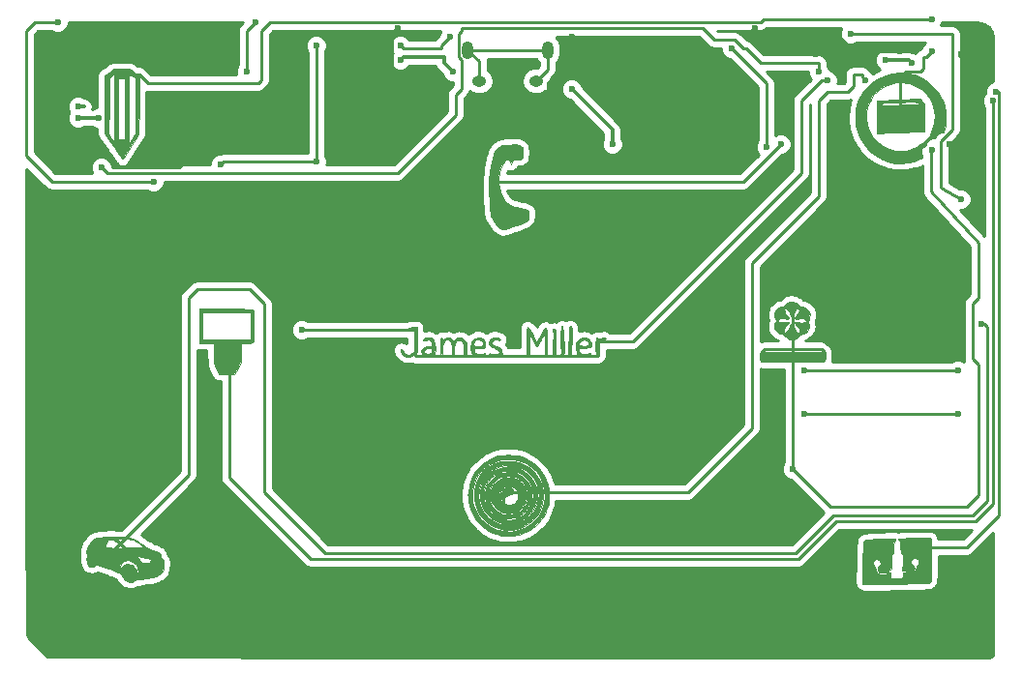
<source format=gbr>
G04 #@! TF.FileFunction,Copper,L1,Top,Signal*
%FSLAX46Y46*%
G04 Gerber Fmt 4.6, Leading zero omitted, Abs format (unit mm)*
G04 Created by KiCad (PCBNEW 4.0.4-stable) date Monday, 06 February 2017 'PMt' 20:37:11*
%MOMM*%
%LPD*%
G01*
G04 APERTURE LIST*
%ADD10C,0.100000*%
%ADD11C,0.010000*%
%ADD12O,1.250000X0.950000*%
%ADD13O,1.000000X1.550000*%
%ADD14C,0.200000*%
%ADD15C,1.000000*%
%ADD16C,0.500000*%
%ADD17C,0.100000*%
%ADD18C,0.600000*%
%ADD19C,0.300000*%
%ADD20C,0.250000*%
%ADD21C,0.254000*%
G04 APERTURE END LIST*
D10*
D11*
G36*
X137874478Y-96965543D02*
X138365766Y-96968510D01*
X138804143Y-96973158D01*
X139174577Y-96979244D01*
X139462039Y-96986524D01*
X139651500Y-96994755D01*
X139726556Y-97003043D01*
X139760229Y-97029895D01*
X139785565Y-97091617D01*
X139803701Y-97203963D01*
X139815774Y-97382683D01*
X139822920Y-97643532D01*
X139826277Y-98002260D01*
X139827000Y-98394850D01*
X139825250Y-98801675D01*
X139820361Y-99169108D01*
X139812869Y-99476867D01*
X139803313Y-99704670D01*
X139792230Y-99832236D01*
X139788456Y-99848556D01*
X139743777Y-99899689D01*
X139641654Y-99930618D01*
X139457830Y-99945607D01*
X139216956Y-99949000D01*
X138684000Y-99949000D01*
X138684000Y-101631448D01*
X138417156Y-102150341D01*
X138150313Y-102669235D01*
X137829781Y-102690242D01*
X137570748Y-102698928D01*
X137276640Y-102697156D01*
X137143428Y-102692185D01*
X136777607Y-102673120D01*
X136571928Y-102279435D01*
X136492279Y-102121895D01*
X136435481Y-101985878D01*
X136396724Y-101844108D01*
X136371196Y-101669309D01*
X136354087Y-101434205D01*
X136340587Y-101111518D01*
X136334500Y-100933250D01*
X136302750Y-99980750D01*
X135683625Y-99962575D01*
X135064500Y-99944401D01*
X135064500Y-97282000D01*
X135318500Y-97282000D01*
X135318500Y-99631500D01*
X139573000Y-99631500D01*
X139573000Y-97282000D01*
X135318500Y-97282000D01*
X135064500Y-97282000D01*
X135064500Y-96964500D01*
X137345306Y-96964500D01*
X137874478Y-96965543D01*
X137874478Y-96965543D01*
G37*
X137874478Y-96965543D02*
X138365766Y-96968510D01*
X138804143Y-96973158D01*
X139174577Y-96979244D01*
X139462039Y-96986524D01*
X139651500Y-96994755D01*
X139726556Y-97003043D01*
X139760229Y-97029895D01*
X139785565Y-97091617D01*
X139803701Y-97203963D01*
X139815774Y-97382683D01*
X139822920Y-97643532D01*
X139826277Y-98002260D01*
X139827000Y-98394850D01*
X139825250Y-98801675D01*
X139820361Y-99169108D01*
X139812869Y-99476867D01*
X139803313Y-99704670D01*
X139792230Y-99832236D01*
X139788456Y-99848556D01*
X139743777Y-99899689D01*
X139641654Y-99930618D01*
X139457830Y-99945607D01*
X139216956Y-99949000D01*
X138684000Y-99949000D01*
X138684000Y-101631448D01*
X138417156Y-102150341D01*
X138150313Y-102669235D01*
X137829781Y-102690242D01*
X137570748Y-102698928D01*
X137276640Y-102697156D01*
X137143428Y-102692185D01*
X136777607Y-102673120D01*
X136571928Y-102279435D01*
X136492279Y-102121895D01*
X136435481Y-101985878D01*
X136396724Y-101844108D01*
X136371196Y-101669309D01*
X136354087Y-101434205D01*
X136340587Y-101111518D01*
X136334500Y-100933250D01*
X136302750Y-99980750D01*
X135683625Y-99962575D01*
X135064500Y-99944401D01*
X135064500Y-97282000D01*
X135318500Y-97282000D01*
X135318500Y-99631500D01*
X139573000Y-99631500D01*
X139573000Y-97282000D01*
X135318500Y-97282000D01*
X135064500Y-97282000D01*
X135064500Y-96964500D01*
X137345306Y-96964500D01*
X137874478Y-96965543D01*
G36*
X162423780Y-109763301D02*
X162658978Y-109774637D01*
X162846711Y-109798847D01*
X163019653Y-109840284D01*
X163210478Y-109903298D01*
X163227998Y-109909583D01*
X163753422Y-110137235D01*
X164206407Y-110421847D01*
X164614511Y-110777934D01*
X164976305Y-111193691D01*
X165259708Y-111647665D01*
X165482862Y-112164447D01*
X165547847Y-112358200D01*
X165590896Y-112531380D01*
X165616360Y-112716661D01*
X165628592Y-112946716D01*
X165631941Y-113254219D01*
X165631955Y-113284000D01*
X165629144Y-113599336D01*
X165617808Y-113834534D01*
X165593598Y-114022267D01*
X165552161Y-114195209D01*
X165489147Y-114386034D01*
X165482862Y-114403553D01*
X165255209Y-114928977D01*
X164970598Y-115381963D01*
X164614511Y-115790066D01*
X164133768Y-116199653D01*
X163613798Y-116504097D01*
X163049140Y-116705771D01*
X162434337Y-116807049D01*
X162249751Y-116817839D01*
X161860078Y-116818064D01*
X161518681Y-116790927D01*
X161344293Y-116760588D01*
X160749041Y-116569362D01*
X160209039Y-116286300D01*
X159732061Y-115921712D01*
X159325880Y-115485910D01*
X158998271Y-114989202D01*
X158757008Y-114441900D01*
X158609865Y-113854313D01*
X158568077Y-113284000D01*
X158927191Y-113284000D01*
X158980961Y-113867496D01*
X159136123Y-114417975D01*
X159383456Y-114924972D01*
X159713736Y-115378018D01*
X160117744Y-115766649D01*
X160586257Y-116080398D01*
X161110053Y-116308797D01*
X161679911Y-116441381D01*
X161712906Y-116445749D01*
X162231491Y-116463867D01*
X162767348Y-116395415D01*
X162955111Y-116350239D01*
X163502167Y-116144665D01*
X163992439Y-115848385D01*
X164417222Y-115472834D01*
X164767810Y-115029447D01*
X165035497Y-114529658D01*
X165211578Y-113984900D01*
X165287346Y-113406609D01*
X165289698Y-113284000D01*
X165236500Y-112697794D01*
X165083118Y-112148328D01*
X164838870Y-111644902D01*
X164513077Y-111196813D01*
X164115055Y-110813361D01*
X163654125Y-110503843D01*
X163139604Y-110277558D01*
X162580812Y-110143804D01*
X162108445Y-110109672D01*
X161520959Y-110162754D01*
X160970295Y-110315803D01*
X160465770Y-110559518D01*
X160016704Y-110884603D01*
X159632415Y-111281758D01*
X159322222Y-111741685D01*
X159095443Y-112255085D01*
X158961398Y-112812661D01*
X158927191Y-113284000D01*
X158568077Y-113284000D01*
X158564615Y-113236752D01*
X158570000Y-113081263D01*
X158658499Y-112452401D01*
X158850706Y-111868073D01*
X159146162Y-111329303D01*
X159544408Y-110837116D01*
X159602378Y-110777934D01*
X160018136Y-110416140D01*
X160472109Y-110132737D01*
X160988891Y-109909583D01*
X161182645Y-109844598D01*
X161355825Y-109801549D01*
X161541106Y-109776084D01*
X161771161Y-109763853D01*
X162078663Y-109760504D01*
X162108445Y-109760490D01*
X162423780Y-109763301D01*
X162423780Y-109763301D01*
G37*
X162423780Y-109763301D02*
X162658978Y-109774637D01*
X162846711Y-109798847D01*
X163019653Y-109840284D01*
X163210478Y-109903298D01*
X163227998Y-109909583D01*
X163753422Y-110137235D01*
X164206407Y-110421847D01*
X164614511Y-110777934D01*
X164976305Y-111193691D01*
X165259708Y-111647665D01*
X165482862Y-112164447D01*
X165547847Y-112358200D01*
X165590896Y-112531380D01*
X165616360Y-112716661D01*
X165628592Y-112946716D01*
X165631941Y-113254219D01*
X165631955Y-113284000D01*
X165629144Y-113599336D01*
X165617808Y-113834534D01*
X165593598Y-114022267D01*
X165552161Y-114195209D01*
X165489147Y-114386034D01*
X165482862Y-114403553D01*
X165255209Y-114928977D01*
X164970598Y-115381963D01*
X164614511Y-115790066D01*
X164133768Y-116199653D01*
X163613798Y-116504097D01*
X163049140Y-116705771D01*
X162434337Y-116807049D01*
X162249751Y-116817839D01*
X161860078Y-116818064D01*
X161518681Y-116790927D01*
X161344293Y-116760588D01*
X160749041Y-116569362D01*
X160209039Y-116286300D01*
X159732061Y-115921712D01*
X159325880Y-115485910D01*
X158998271Y-114989202D01*
X158757008Y-114441900D01*
X158609865Y-113854313D01*
X158568077Y-113284000D01*
X158927191Y-113284000D01*
X158980961Y-113867496D01*
X159136123Y-114417975D01*
X159383456Y-114924972D01*
X159713736Y-115378018D01*
X160117744Y-115766649D01*
X160586257Y-116080398D01*
X161110053Y-116308797D01*
X161679911Y-116441381D01*
X161712906Y-116445749D01*
X162231491Y-116463867D01*
X162767348Y-116395415D01*
X162955111Y-116350239D01*
X163502167Y-116144665D01*
X163992439Y-115848385D01*
X164417222Y-115472834D01*
X164767810Y-115029447D01*
X165035497Y-114529658D01*
X165211578Y-113984900D01*
X165287346Y-113406609D01*
X165289698Y-113284000D01*
X165236500Y-112697794D01*
X165083118Y-112148328D01*
X164838870Y-111644902D01*
X164513077Y-111196813D01*
X164115055Y-110813361D01*
X163654125Y-110503843D01*
X163139604Y-110277558D01*
X162580812Y-110143804D01*
X162108445Y-110109672D01*
X161520959Y-110162754D01*
X160970295Y-110315803D01*
X160465770Y-110559518D01*
X160016704Y-110884603D01*
X159632415Y-111281758D01*
X159322222Y-111741685D01*
X159095443Y-112255085D01*
X158961398Y-112812661D01*
X158927191Y-113284000D01*
X158568077Y-113284000D01*
X158564615Y-113236752D01*
X158570000Y-113081263D01*
X158658499Y-112452401D01*
X158850706Y-111868073D01*
X159146162Y-111329303D01*
X159544408Y-110837116D01*
X159602378Y-110777934D01*
X160018136Y-110416140D01*
X160472109Y-110132737D01*
X160988891Y-109909583D01*
X161182645Y-109844598D01*
X161355825Y-109801549D01*
X161541106Y-109776084D01*
X161771161Y-109763853D01*
X162078663Y-109760504D01*
X162108445Y-109760490D01*
X162423780Y-109763301D01*
G36*
X162587409Y-110296712D02*
X163000229Y-110377935D01*
X163383774Y-110525828D01*
X163732731Y-110723334D01*
X164176715Y-111070823D01*
X164547179Y-111491089D01*
X164835887Y-111968146D01*
X165034603Y-112486007D01*
X165135092Y-113028687D01*
X165140224Y-113455317D01*
X165050296Y-114022970D01*
X164864551Y-114546435D01*
X164593569Y-115017696D01*
X164247930Y-115428737D01*
X163838217Y-115771542D01*
X163375009Y-116038095D01*
X162868887Y-116220380D01*
X162330432Y-116310382D01*
X161770224Y-116300085D01*
X161453791Y-116248139D01*
X160937827Y-116081137D01*
X160449598Y-115817975D01*
X160013954Y-115475013D01*
X159655748Y-115068611D01*
X159650142Y-115060786D01*
X159359491Y-114563622D01*
X159172217Y-114043254D01*
X159084442Y-113511696D01*
X159086195Y-113393112D01*
X159468819Y-113393112D01*
X159540372Y-113897761D01*
X159707249Y-114375256D01*
X159960668Y-114812126D01*
X160291846Y-115194903D01*
X160692002Y-115510116D01*
X161152353Y-115744295D01*
X161431111Y-115834483D01*
X161898940Y-115919153D01*
X162348160Y-115915376D01*
X162724444Y-115849892D01*
X163224581Y-115676158D01*
X163672098Y-115409114D01*
X164056415Y-115060222D01*
X164366953Y-114640940D01*
X164593130Y-114162730D01*
X164715516Y-113693222D01*
X164749010Y-113176622D01*
X164680330Y-112680525D01*
X164519727Y-112215180D01*
X164277450Y-111790836D01*
X163963748Y-111417744D01*
X163588872Y-111106152D01*
X163163069Y-110866310D01*
X162696590Y-110708468D01*
X162199684Y-110642874D01*
X161699222Y-110676928D01*
X161173382Y-110819883D01*
X160699355Y-111057597D01*
X160287306Y-111379905D01*
X159947403Y-111776641D01*
X159689810Y-112237638D01*
X159524696Y-112752731D01*
X159501373Y-112874778D01*
X159468819Y-113393112D01*
X159086195Y-113393112D01*
X159092288Y-112980960D01*
X159191877Y-112463059D01*
X159379330Y-111970007D01*
X159650771Y-111513817D01*
X160002320Y-111106501D01*
X160430100Y-110760073D01*
X160930233Y-110486547D01*
X161155292Y-110398265D01*
X161369408Y-110333695D01*
X161586804Y-110294602D01*
X161846532Y-110275810D01*
X162108445Y-110271915D01*
X162587409Y-110296712D01*
X162587409Y-110296712D01*
G37*
X162587409Y-110296712D02*
X163000229Y-110377935D01*
X163383774Y-110525828D01*
X163732731Y-110723334D01*
X164176715Y-111070823D01*
X164547179Y-111491089D01*
X164835887Y-111968146D01*
X165034603Y-112486007D01*
X165135092Y-113028687D01*
X165140224Y-113455317D01*
X165050296Y-114022970D01*
X164864551Y-114546435D01*
X164593569Y-115017696D01*
X164247930Y-115428737D01*
X163838217Y-115771542D01*
X163375009Y-116038095D01*
X162868887Y-116220380D01*
X162330432Y-116310382D01*
X161770224Y-116300085D01*
X161453791Y-116248139D01*
X160937827Y-116081137D01*
X160449598Y-115817975D01*
X160013954Y-115475013D01*
X159655748Y-115068611D01*
X159650142Y-115060786D01*
X159359491Y-114563622D01*
X159172217Y-114043254D01*
X159084442Y-113511696D01*
X159086195Y-113393112D01*
X159468819Y-113393112D01*
X159540372Y-113897761D01*
X159707249Y-114375256D01*
X159960668Y-114812126D01*
X160291846Y-115194903D01*
X160692002Y-115510116D01*
X161152353Y-115744295D01*
X161431111Y-115834483D01*
X161898940Y-115919153D01*
X162348160Y-115915376D01*
X162724444Y-115849892D01*
X163224581Y-115676158D01*
X163672098Y-115409114D01*
X164056415Y-115060222D01*
X164366953Y-114640940D01*
X164593130Y-114162730D01*
X164715516Y-113693222D01*
X164749010Y-113176622D01*
X164680330Y-112680525D01*
X164519727Y-112215180D01*
X164277450Y-111790836D01*
X163963748Y-111417744D01*
X163588872Y-111106152D01*
X163163069Y-110866310D01*
X162696590Y-110708468D01*
X162199684Y-110642874D01*
X161699222Y-110676928D01*
X161173382Y-110819883D01*
X160699355Y-111057597D01*
X160287306Y-111379905D01*
X159947403Y-111776641D01*
X159689810Y-112237638D01*
X159524696Y-112752731D01*
X159501373Y-112874778D01*
X159468819Y-113393112D01*
X159086195Y-113393112D01*
X159092288Y-112980960D01*
X159191877Y-112463059D01*
X159379330Y-111970007D01*
X159650771Y-111513817D01*
X160002320Y-111106501D01*
X160430100Y-110760073D01*
X160930233Y-110486547D01*
X161155292Y-110398265D01*
X161369408Y-110333695D01*
X161586804Y-110294602D01*
X161846532Y-110275810D01*
X162108445Y-110271915D01*
X162587409Y-110296712D01*
G36*
X162698810Y-110835758D02*
X163146662Y-110996500D01*
X163554996Y-111237745D01*
X163913088Y-111548775D01*
X164210214Y-111918876D01*
X164435650Y-112337331D01*
X164578672Y-112793425D01*
X164628557Y-113276441D01*
X164595911Y-113665000D01*
X164455915Y-114177151D01*
X164222590Y-114638430D01*
X163906367Y-115037813D01*
X163517673Y-115364273D01*
X163066939Y-115606786D01*
X162632271Y-115740942D01*
X162343401Y-115794534D01*
X162110222Y-115813679D01*
X161880879Y-115798254D01*
X161603520Y-115748137D01*
X161558176Y-115738404D01*
X161079692Y-115579854D01*
X160651146Y-115330830D01*
X160282039Y-115005239D01*
X159981872Y-114616987D01*
X159760145Y-114179978D01*
X159626359Y-113708119D01*
X159594043Y-113269931D01*
X159944422Y-113269931D01*
X159985982Y-113708937D01*
X160113257Y-114120656D01*
X160317205Y-114494849D01*
X160588786Y-114821278D01*
X160918959Y-115089704D01*
X161298684Y-115289889D01*
X161718919Y-115411595D01*
X162170623Y-115444583D01*
X162644757Y-115378614D01*
X162791705Y-115337468D01*
X163212096Y-115148690D01*
X163586454Y-114867465D01*
X163793076Y-114642946D01*
X164050482Y-114233974D01*
X164207097Y-113799103D01*
X164267210Y-113352780D01*
X164235110Y-112909450D01*
X164115086Y-112483563D01*
X163911426Y-112089563D01*
X163628420Y-111741899D01*
X163270356Y-111455017D01*
X162841523Y-111243364D01*
X162777182Y-111220923D01*
X162445005Y-111152846D01*
X162060722Y-111140242D01*
X161668922Y-111180324D01*
X161314193Y-111270308D01*
X161192024Y-111319950D01*
X160864634Y-111519056D01*
X160555398Y-111791042D01*
X160297806Y-112102624D01*
X160154608Y-112351012D01*
X159997617Y-112813877D01*
X159944422Y-113269931D01*
X159594043Y-113269931D01*
X159590014Y-113215315D01*
X159620978Y-112903000D01*
X159762105Y-112387528D01*
X159997595Y-111925457D01*
X160317712Y-111526513D01*
X160712719Y-111200422D01*
X161172882Y-110956911D01*
X161688465Y-110805704D01*
X161727445Y-110798642D01*
X162222163Y-110766233D01*
X162698810Y-110835758D01*
X162698810Y-110835758D01*
G37*
X162698810Y-110835758D02*
X163146662Y-110996500D01*
X163554996Y-111237745D01*
X163913088Y-111548775D01*
X164210214Y-111918876D01*
X164435650Y-112337331D01*
X164578672Y-112793425D01*
X164628557Y-113276441D01*
X164595911Y-113665000D01*
X164455915Y-114177151D01*
X164222590Y-114638430D01*
X163906367Y-115037813D01*
X163517673Y-115364273D01*
X163066939Y-115606786D01*
X162632271Y-115740942D01*
X162343401Y-115794534D01*
X162110222Y-115813679D01*
X161880879Y-115798254D01*
X161603520Y-115748137D01*
X161558176Y-115738404D01*
X161079692Y-115579854D01*
X160651146Y-115330830D01*
X160282039Y-115005239D01*
X159981872Y-114616987D01*
X159760145Y-114179978D01*
X159626359Y-113708119D01*
X159594043Y-113269931D01*
X159944422Y-113269931D01*
X159985982Y-113708937D01*
X160113257Y-114120656D01*
X160317205Y-114494849D01*
X160588786Y-114821278D01*
X160918959Y-115089704D01*
X161298684Y-115289889D01*
X161718919Y-115411595D01*
X162170623Y-115444583D01*
X162644757Y-115378614D01*
X162791705Y-115337468D01*
X163212096Y-115148690D01*
X163586454Y-114867465D01*
X163793076Y-114642946D01*
X164050482Y-114233974D01*
X164207097Y-113799103D01*
X164267210Y-113352780D01*
X164235110Y-112909450D01*
X164115086Y-112483563D01*
X163911426Y-112089563D01*
X163628420Y-111741899D01*
X163270356Y-111455017D01*
X162841523Y-111243364D01*
X162777182Y-111220923D01*
X162445005Y-111152846D01*
X162060722Y-111140242D01*
X161668922Y-111180324D01*
X161314193Y-111270308D01*
X161192024Y-111319950D01*
X160864634Y-111519056D01*
X160555398Y-111791042D01*
X160297806Y-112102624D01*
X160154608Y-112351012D01*
X159997617Y-112813877D01*
X159944422Y-113269931D01*
X159594043Y-113269931D01*
X159590014Y-113215315D01*
X159620978Y-112903000D01*
X159762105Y-112387528D01*
X159997595Y-111925457D01*
X160317712Y-111526513D01*
X160712719Y-111200422D01*
X161172882Y-110956911D01*
X161688465Y-110805704D01*
X161727445Y-110798642D01*
X162222163Y-110766233D01*
X162698810Y-110835758D01*
G36*
X162382092Y-111284688D02*
X162581483Y-111302588D01*
X162745052Y-111340675D01*
X162911232Y-111405702D01*
X162966203Y-111430939D01*
X163332263Y-111658254D01*
X163657210Y-111966625D01*
X163909625Y-112324635D01*
X163961505Y-112426242D01*
X164035742Y-112600506D01*
X164081052Y-112760853D01*
X164104189Y-112945717D01*
X164111905Y-113193534D01*
X164112222Y-113284000D01*
X164107757Y-113557648D01*
X164089857Y-113757039D01*
X164051770Y-113920607D01*
X163986743Y-114086788D01*
X163961505Y-114141758D01*
X163734806Y-114507062D01*
X163427587Y-114831131D01*
X163071120Y-115082723D01*
X162966203Y-115136177D01*
X162592961Y-115259513D01*
X162180375Y-115311614D01*
X161768405Y-115291283D01*
X161397013Y-115197321D01*
X161364597Y-115184229D01*
X160926881Y-114945827D01*
X160575425Y-114637858D01*
X160314782Y-114267455D01*
X160149506Y-113841753D01*
X160084150Y-113367885D01*
X160085082Y-113284000D01*
X160443334Y-113284000D01*
X160453249Y-113608555D01*
X160491733Y-113856031D01*
X160571896Y-114061176D01*
X160706847Y-114258735D01*
X160886916Y-114459750D01*
X161170876Y-114711854D01*
X161469217Y-114879280D01*
X161600079Y-114927862D01*
X161778821Y-114958029D01*
X162025330Y-114964347D01*
X162299522Y-114949652D01*
X162561310Y-114916780D01*
X162770608Y-114868564D01*
X162842222Y-114840011D01*
X163073505Y-114687110D01*
X163314997Y-114471443D01*
X163527324Y-114231661D01*
X163651058Y-114046000D01*
X163711983Y-113912546D01*
X163749199Y-113765911D01*
X163767925Y-113573585D01*
X163773381Y-113303059D01*
X163773400Y-113284000D01*
X163763588Y-112959534D01*
X163725198Y-112712129D01*
X163645119Y-112507026D01*
X163510243Y-112309462D01*
X163329973Y-112108120D01*
X163102372Y-111892109D01*
X162888138Y-111748634D01*
X162653950Y-111664359D01*
X162366488Y-111625947D01*
X162108445Y-111619201D01*
X161762141Y-111632896D01*
X161493050Y-111682874D01*
X161267850Y-111782469D01*
X161053222Y-111945019D01*
X160886916Y-112108120D01*
X160691148Y-112328831D01*
X160562026Y-112525650D01*
X160486436Y-112733338D01*
X160451266Y-112986657D01*
X160443334Y-113284000D01*
X160085082Y-113284000D01*
X160086222Y-113181407D01*
X160162731Y-112707075D01*
X160338399Y-112277379D01*
X160605331Y-111904189D01*
X160955630Y-111599374D01*
X161250687Y-111430939D01*
X161424950Y-111356703D01*
X161585297Y-111311393D01*
X161770162Y-111288256D01*
X162017978Y-111280540D01*
X162108445Y-111280222D01*
X162382092Y-111284688D01*
X162382092Y-111284688D01*
G37*
X162382092Y-111284688D02*
X162581483Y-111302588D01*
X162745052Y-111340675D01*
X162911232Y-111405702D01*
X162966203Y-111430939D01*
X163332263Y-111658254D01*
X163657210Y-111966625D01*
X163909625Y-112324635D01*
X163961505Y-112426242D01*
X164035742Y-112600506D01*
X164081052Y-112760853D01*
X164104189Y-112945717D01*
X164111905Y-113193534D01*
X164112222Y-113284000D01*
X164107757Y-113557648D01*
X164089857Y-113757039D01*
X164051770Y-113920607D01*
X163986743Y-114086788D01*
X163961505Y-114141758D01*
X163734806Y-114507062D01*
X163427587Y-114831131D01*
X163071120Y-115082723D01*
X162966203Y-115136177D01*
X162592961Y-115259513D01*
X162180375Y-115311614D01*
X161768405Y-115291283D01*
X161397013Y-115197321D01*
X161364597Y-115184229D01*
X160926881Y-114945827D01*
X160575425Y-114637858D01*
X160314782Y-114267455D01*
X160149506Y-113841753D01*
X160084150Y-113367885D01*
X160085082Y-113284000D01*
X160443334Y-113284000D01*
X160453249Y-113608555D01*
X160491733Y-113856031D01*
X160571896Y-114061176D01*
X160706847Y-114258735D01*
X160886916Y-114459750D01*
X161170876Y-114711854D01*
X161469217Y-114879280D01*
X161600079Y-114927862D01*
X161778821Y-114958029D01*
X162025330Y-114964347D01*
X162299522Y-114949652D01*
X162561310Y-114916780D01*
X162770608Y-114868564D01*
X162842222Y-114840011D01*
X163073505Y-114687110D01*
X163314997Y-114471443D01*
X163527324Y-114231661D01*
X163651058Y-114046000D01*
X163711983Y-113912546D01*
X163749199Y-113765911D01*
X163767925Y-113573585D01*
X163773381Y-113303059D01*
X163773400Y-113284000D01*
X163763588Y-112959534D01*
X163725198Y-112712129D01*
X163645119Y-112507026D01*
X163510243Y-112309462D01*
X163329973Y-112108120D01*
X163102372Y-111892109D01*
X162888138Y-111748634D01*
X162653950Y-111664359D01*
X162366488Y-111625947D01*
X162108445Y-111619201D01*
X161762141Y-111632896D01*
X161493050Y-111682874D01*
X161267850Y-111782469D01*
X161053222Y-111945019D01*
X160886916Y-112108120D01*
X160691148Y-112328831D01*
X160562026Y-112525650D01*
X160486436Y-112733338D01*
X160451266Y-112986657D01*
X160443334Y-113284000D01*
X160085082Y-113284000D01*
X160086222Y-113181407D01*
X160162731Y-112707075D01*
X160338399Y-112277379D01*
X160605331Y-111904189D01*
X160955630Y-111599374D01*
X161250687Y-111430939D01*
X161424950Y-111356703D01*
X161585297Y-111311393D01*
X161770162Y-111288256D01*
X162017978Y-111280540D01*
X162108445Y-111280222D01*
X162382092Y-111284688D01*
G36*
X162458292Y-111752342D02*
X162734847Y-111819248D01*
X162972530Y-111947766D01*
X163205767Y-112151809D01*
X163245225Y-112192662D01*
X163440385Y-112419964D01*
X163564706Y-112631084D01*
X163632497Y-112863698D01*
X163658066Y-113155482D01*
X163659691Y-113284000D01*
X163645959Y-113606736D01*
X163595222Y-113856563D01*
X163493174Y-114071157D01*
X163325505Y-114288194D01*
X163245225Y-114375339D01*
X162969156Y-114615222D01*
X162670731Y-114763666D01*
X162317772Y-114834994D01*
X162193111Y-114843648D01*
X161971372Y-114846190D01*
X161776752Y-114835481D01*
X161656524Y-114815060D01*
X161300484Y-114649469D01*
X160989814Y-114394090D01*
X160971664Y-114375208D01*
X160776511Y-114148020D01*
X160652188Y-113936928D01*
X160584391Y-113704280D01*
X160558821Y-113412423D01*
X160557915Y-113340687D01*
X161318222Y-113340687D01*
X161337832Y-113537235D01*
X161411973Y-113700552D01*
X161495625Y-113812166D01*
X161625068Y-113950085D01*
X161748312Y-114051233D01*
X161791958Y-114075448D01*
X162022022Y-114122694D01*
X162286017Y-114110814D01*
X162524115Y-114043557D01*
X162556520Y-114027528D01*
X162764000Y-113858397D01*
X162894602Y-113631660D01*
X162947651Y-113372997D01*
X162922476Y-113108088D01*
X162818402Y-112862613D01*
X162634757Y-112662251D01*
X162593068Y-112632873D01*
X162332914Y-112522204D01*
X162064890Y-112509200D01*
X161809767Y-112582328D01*
X161588312Y-112730059D01*
X161421296Y-112940861D01*
X161329486Y-113203202D01*
X161318222Y-113340687D01*
X160557915Y-113340687D01*
X160557198Y-113284000D01*
X160570931Y-112961264D01*
X160621667Y-112711437D01*
X160723716Y-112496843D01*
X160891385Y-112279807D01*
X160971664Y-112192662D01*
X161207402Y-111975156D01*
X161442044Y-111835417D01*
X161710014Y-111759530D01*
X162045735Y-111733580D01*
X162108445Y-111733132D01*
X162458292Y-111752342D01*
X162458292Y-111752342D01*
G37*
X162458292Y-111752342D02*
X162734847Y-111819248D01*
X162972530Y-111947766D01*
X163205767Y-112151809D01*
X163245225Y-112192662D01*
X163440385Y-112419964D01*
X163564706Y-112631084D01*
X163632497Y-112863698D01*
X163658066Y-113155482D01*
X163659691Y-113284000D01*
X163645959Y-113606736D01*
X163595222Y-113856563D01*
X163493174Y-114071157D01*
X163325505Y-114288194D01*
X163245225Y-114375339D01*
X162969156Y-114615222D01*
X162670731Y-114763666D01*
X162317772Y-114834994D01*
X162193111Y-114843648D01*
X161971372Y-114846190D01*
X161776752Y-114835481D01*
X161656524Y-114815060D01*
X161300484Y-114649469D01*
X160989814Y-114394090D01*
X160971664Y-114375208D01*
X160776511Y-114148020D01*
X160652188Y-113936928D01*
X160584391Y-113704280D01*
X160558821Y-113412423D01*
X160557915Y-113340687D01*
X161318222Y-113340687D01*
X161337832Y-113537235D01*
X161411973Y-113700552D01*
X161495625Y-113812166D01*
X161625068Y-113950085D01*
X161748312Y-114051233D01*
X161791958Y-114075448D01*
X162022022Y-114122694D01*
X162286017Y-114110814D01*
X162524115Y-114043557D01*
X162556520Y-114027528D01*
X162764000Y-113858397D01*
X162894602Y-113631660D01*
X162947651Y-113372997D01*
X162922476Y-113108088D01*
X162818402Y-112862613D01*
X162634757Y-112662251D01*
X162593068Y-112632873D01*
X162332914Y-112522204D01*
X162064890Y-112509200D01*
X161809767Y-112582328D01*
X161588312Y-112730059D01*
X161421296Y-112940861D01*
X161329486Y-113203202D01*
X161318222Y-113340687D01*
X160557915Y-113340687D01*
X160557198Y-113284000D01*
X160570931Y-112961264D01*
X160621667Y-112711437D01*
X160723716Y-112496843D01*
X160891385Y-112279807D01*
X160971664Y-112192662D01*
X161207402Y-111975156D01*
X161442044Y-111835417D01*
X161710014Y-111759530D01*
X162045735Y-111733580D01*
X162108445Y-111733132D01*
X162458292Y-111752342D01*
G36*
X162264265Y-112577242D02*
X162413272Y-112670510D01*
X162495595Y-112832000D01*
X162503556Y-112909664D01*
X162462864Y-113098841D01*
X162335246Y-113227680D01*
X162112385Y-113304260D01*
X162093906Y-113307711D01*
X161886740Y-113390306D01*
X161759472Y-113539205D01*
X161725376Y-113736560D01*
X161733221Y-113792660D01*
X161749201Y-113910167D01*
X161741247Y-113961264D01*
X161740499Y-113961334D01*
X161695327Y-113919688D01*
X161607930Y-113812826D01*
X161539396Y-113721445D01*
X161432594Y-113556181D01*
X161389004Y-113421535D01*
X161392961Y-113267365D01*
X161394290Y-113256992D01*
X161426605Y-113110418D01*
X161470777Y-113021477D01*
X161483915Y-113012399D01*
X161541899Y-112946499D01*
X161544699Y-112926519D01*
X161591744Y-112852678D01*
X161709335Y-112757351D01*
X161863930Y-112662746D01*
X162021984Y-112591072D01*
X162076693Y-112574287D01*
X162264265Y-112577242D01*
X162264265Y-112577242D01*
G37*
X162264265Y-112577242D02*
X162413272Y-112670510D01*
X162495595Y-112832000D01*
X162503556Y-112909664D01*
X162462864Y-113098841D01*
X162335246Y-113227680D01*
X162112385Y-113304260D01*
X162093906Y-113307711D01*
X161886740Y-113390306D01*
X161759472Y-113539205D01*
X161725376Y-113736560D01*
X161733221Y-113792660D01*
X161749201Y-113910167D01*
X161741247Y-113961264D01*
X161740499Y-113961334D01*
X161695327Y-113919688D01*
X161607930Y-113812826D01*
X161539396Y-113721445D01*
X161432594Y-113556181D01*
X161389004Y-113421535D01*
X161392961Y-113267365D01*
X161394290Y-113256992D01*
X161426605Y-113110418D01*
X161470777Y-113021477D01*
X161483915Y-113012399D01*
X161541899Y-112946499D01*
X161544699Y-112926519D01*
X161591744Y-112852678D01*
X161709335Y-112757351D01*
X161863930Y-112662746D01*
X162021984Y-112591072D01*
X162076693Y-112574287D01*
X162264265Y-112577242D01*
G36*
X198627553Y-117014736D02*
X198853132Y-117017917D01*
X198993637Y-117024149D01*
X199033870Y-117030912D01*
X199044662Y-117094826D01*
X199054252Y-117255445D01*
X199062567Y-117496591D01*
X199069534Y-117802088D01*
X199075079Y-118155757D01*
X199079128Y-118541420D01*
X199081608Y-118942900D01*
X199082446Y-119344018D01*
X199081568Y-119728598D01*
X199078900Y-120080461D01*
X199074370Y-120383430D01*
X199067903Y-120621326D01*
X199059426Y-120777973D01*
X199051143Y-120833932D01*
X198966801Y-120926211D01*
X198889885Y-120959610D01*
X198812385Y-120965850D01*
X198635696Y-120974116D01*
X198373491Y-120984047D01*
X198039446Y-120995282D01*
X197647234Y-121007459D01*
X197210530Y-121020217D01*
X196743007Y-121033194D01*
X196258341Y-121046030D01*
X195770206Y-121058362D01*
X195292275Y-121069829D01*
X194838223Y-121080070D01*
X194421725Y-121088723D01*
X194056454Y-121095428D01*
X193756085Y-121099822D01*
X193534292Y-121101544D01*
X193519125Y-121101556D01*
X193266347Y-121093205D01*
X193117136Y-121067289D01*
X193065179Y-121029313D01*
X193060042Y-120957134D01*
X193058394Y-120786094D01*
X193060048Y-120530161D01*
X193064821Y-120203303D01*
X193072528Y-119819489D01*
X193082983Y-119392685D01*
X193090346Y-119127086D01*
X193105684Y-118616731D01*
X193119636Y-118207767D01*
X193133078Y-117888720D01*
X193146891Y-117648113D01*
X193161954Y-117474473D01*
X193179144Y-117356323D01*
X193199342Y-117282190D01*
X193223426Y-117240597D01*
X193235694Y-117229493D01*
X193330733Y-117199639D01*
X193522923Y-117171527D01*
X193796527Y-117146913D01*
X194135806Y-117127553D01*
X194157744Y-117126603D01*
X194505290Y-117110951D01*
X194862480Y-117093377D01*
X195190452Y-117075882D01*
X195450346Y-117060467D01*
X195481222Y-117058447D01*
X195719945Y-117044927D01*
X195867394Y-117044855D01*
X195944661Y-117060773D01*
X195972832Y-117095225D01*
X195975111Y-117118002D01*
X195930174Y-117216797D01*
X195890445Y-117242922D01*
X195847766Y-117284343D01*
X195821568Y-117381994D01*
X195808667Y-117555795D01*
X195805778Y-117772756D01*
X195801318Y-118067239D01*
X195785555Y-118265508D01*
X195754918Y-118383973D01*
X195705834Y-118439047D01*
X195658628Y-118448667D01*
X195623348Y-118470882D01*
X195599936Y-118548517D01*
X195586361Y-118698050D01*
X195580593Y-118935964D01*
X195580000Y-119086705D01*
X195580000Y-119724744D01*
X195393869Y-119905150D01*
X195268075Y-120012689D01*
X195147470Y-120066563D01*
X194983036Y-120084486D01*
X194894617Y-120085556D01*
X194679139Y-120072515D01*
X194544146Y-120028329D01*
X194488082Y-119982333D01*
X194403077Y-119816320D01*
X194420694Y-119643648D01*
X194535778Y-119498380D01*
X194652004Y-119351425D01*
X194668740Y-119178484D01*
X194585427Y-119007946D01*
X194546251Y-118966506D01*
X194376919Y-118860643D01*
X194213368Y-118867469D01*
X194065839Y-118974416D01*
X193960260Y-119142172D01*
X193967083Y-119304587D01*
X194084222Y-119464667D01*
X194191265Y-119614051D01*
X194225334Y-119749116D01*
X194260321Y-119901666D01*
X194342319Y-120049721D01*
X194413437Y-120127471D01*
X194495038Y-120172154D01*
X194619064Y-120192776D01*
X194817459Y-120198345D01*
X194869793Y-120198445D01*
X195094898Y-120193309D01*
X195238445Y-120173126D01*
X195331494Y-120130733D01*
X195387808Y-120078960D01*
X195450163Y-120014860D01*
X195485161Y-120012094D01*
X195505322Y-120087581D01*
X195523168Y-120258240D01*
X195523556Y-120262405D01*
X195551778Y-120565334D01*
X196038536Y-120581538D01*
X196292051Y-120585828D01*
X196453659Y-120568353D01*
X196544134Y-120514193D01*
X196584253Y-120408432D01*
X196594788Y-120236151D01*
X196595229Y-120181776D01*
X196604423Y-120078564D01*
X196652884Y-120043885D01*
X196774048Y-120057437D01*
X196793932Y-120061128D01*
X197040096Y-120078182D01*
X197290226Y-120048212D01*
X197501822Y-119978972D01*
X197601626Y-119913773D01*
X197695196Y-119785228D01*
X197771075Y-119612815D01*
X197779833Y-119583130D01*
X197836985Y-119435570D01*
X197905582Y-119341602D01*
X197923057Y-119331131D01*
X197992753Y-119252168D01*
X198003647Y-119118379D01*
X197959555Y-118968867D01*
X197876473Y-118853617D01*
X197707141Y-118747754D01*
X197543590Y-118754580D01*
X197396061Y-118861527D01*
X197290900Y-119028280D01*
X197297622Y-119189037D01*
X197416660Y-119348540D01*
X197442667Y-119371339D01*
X197577967Y-119526032D01*
X197601100Y-119668702D01*
X197512039Y-119800323D01*
X197428556Y-119860397D01*
X197197589Y-119955984D01*
X196952870Y-119957755D01*
X196765833Y-119907939D01*
X196580153Y-119843210D01*
X196611282Y-119167565D01*
X196623124Y-118880433D01*
X196626025Y-118686654D01*
X196618073Y-118566910D01*
X196597357Y-118501886D01*
X196561968Y-118472263D01*
X196541848Y-118465621D01*
X196468887Y-118389387D01*
X196415302Y-118207648D01*
X196382204Y-117926303D01*
X196370713Y-117557895D01*
X196358251Y-117357996D01*
X196318757Y-117251578D01*
X196285556Y-117227301D01*
X196210615Y-117160371D01*
X196200889Y-117123604D01*
X196227146Y-117099848D01*
X196312664Y-117080137D01*
X196467560Y-117063748D01*
X196701953Y-117049963D01*
X197025960Y-117038062D01*
X197449700Y-117027325D01*
X197597889Y-117024221D01*
X197984179Y-117017814D01*
X198332651Y-117014677D01*
X198627553Y-117014736D01*
X198627553Y-117014736D01*
G37*
X198627553Y-117014736D02*
X198853132Y-117017917D01*
X198993637Y-117024149D01*
X199033870Y-117030912D01*
X199044662Y-117094826D01*
X199054252Y-117255445D01*
X199062567Y-117496591D01*
X199069534Y-117802088D01*
X199075079Y-118155757D01*
X199079128Y-118541420D01*
X199081608Y-118942900D01*
X199082446Y-119344018D01*
X199081568Y-119728598D01*
X199078900Y-120080461D01*
X199074370Y-120383430D01*
X199067903Y-120621326D01*
X199059426Y-120777973D01*
X199051143Y-120833932D01*
X198966801Y-120926211D01*
X198889885Y-120959610D01*
X198812385Y-120965850D01*
X198635696Y-120974116D01*
X198373491Y-120984047D01*
X198039446Y-120995282D01*
X197647234Y-121007459D01*
X197210530Y-121020217D01*
X196743007Y-121033194D01*
X196258341Y-121046030D01*
X195770206Y-121058362D01*
X195292275Y-121069829D01*
X194838223Y-121080070D01*
X194421725Y-121088723D01*
X194056454Y-121095428D01*
X193756085Y-121099822D01*
X193534292Y-121101544D01*
X193519125Y-121101556D01*
X193266347Y-121093205D01*
X193117136Y-121067289D01*
X193065179Y-121029313D01*
X193060042Y-120957134D01*
X193058394Y-120786094D01*
X193060048Y-120530161D01*
X193064821Y-120203303D01*
X193072528Y-119819489D01*
X193082983Y-119392685D01*
X193090346Y-119127086D01*
X193105684Y-118616731D01*
X193119636Y-118207767D01*
X193133078Y-117888720D01*
X193146891Y-117648113D01*
X193161954Y-117474473D01*
X193179144Y-117356323D01*
X193199342Y-117282190D01*
X193223426Y-117240597D01*
X193235694Y-117229493D01*
X193330733Y-117199639D01*
X193522923Y-117171527D01*
X193796527Y-117146913D01*
X194135806Y-117127553D01*
X194157744Y-117126603D01*
X194505290Y-117110951D01*
X194862480Y-117093377D01*
X195190452Y-117075882D01*
X195450346Y-117060467D01*
X195481222Y-117058447D01*
X195719945Y-117044927D01*
X195867394Y-117044855D01*
X195944661Y-117060773D01*
X195972832Y-117095225D01*
X195975111Y-117118002D01*
X195930174Y-117216797D01*
X195890445Y-117242922D01*
X195847766Y-117284343D01*
X195821568Y-117381994D01*
X195808667Y-117555795D01*
X195805778Y-117772756D01*
X195801318Y-118067239D01*
X195785555Y-118265508D01*
X195754918Y-118383973D01*
X195705834Y-118439047D01*
X195658628Y-118448667D01*
X195623348Y-118470882D01*
X195599936Y-118548517D01*
X195586361Y-118698050D01*
X195580593Y-118935964D01*
X195580000Y-119086705D01*
X195580000Y-119724744D01*
X195393869Y-119905150D01*
X195268075Y-120012689D01*
X195147470Y-120066563D01*
X194983036Y-120084486D01*
X194894617Y-120085556D01*
X194679139Y-120072515D01*
X194544146Y-120028329D01*
X194488082Y-119982333D01*
X194403077Y-119816320D01*
X194420694Y-119643648D01*
X194535778Y-119498380D01*
X194652004Y-119351425D01*
X194668740Y-119178484D01*
X194585427Y-119007946D01*
X194546251Y-118966506D01*
X194376919Y-118860643D01*
X194213368Y-118867469D01*
X194065839Y-118974416D01*
X193960260Y-119142172D01*
X193967083Y-119304587D01*
X194084222Y-119464667D01*
X194191265Y-119614051D01*
X194225334Y-119749116D01*
X194260321Y-119901666D01*
X194342319Y-120049721D01*
X194413437Y-120127471D01*
X194495038Y-120172154D01*
X194619064Y-120192776D01*
X194817459Y-120198345D01*
X194869793Y-120198445D01*
X195094898Y-120193309D01*
X195238445Y-120173126D01*
X195331494Y-120130733D01*
X195387808Y-120078960D01*
X195450163Y-120014860D01*
X195485161Y-120012094D01*
X195505322Y-120087581D01*
X195523168Y-120258240D01*
X195523556Y-120262405D01*
X195551778Y-120565334D01*
X196038536Y-120581538D01*
X196292051Y-120585828D01*
X196453659Y-120568353D01*
X196544134Y-120514193D01*
X196584253Y-120408432D01*
X196594788Y-120236151D01*
X196595229Y-120181776D01*
X196604423Y-120078564D01*
X196652884Y-120043885D01*
X196774048Y-120057437D01*
X196793932Y-120061128D01*
X197040096Y-120078182D01*
X197290226Y-120048212D01*
X197501822Y-119978972D01*
X197601626Y-119913773D01*
X197695196Y-119785228D01*
X197771075Y-119612815D01*
X197779833Y-119583130D01*
X197836985Y-119435570D01*
X197905582Y-119341602D01*
X197923057Y-119331131D01*
X197992753Y-119252168D01*
X198003647Y-119118379D01*
X197959555Y-118968867D01*
X197876473Y-118853617D01*
X197707141Y-118747754D01*
X197543590Y-118754580D01*
X197396061Y-118861527D01*
X197290900Y-119028280D01*
X197297622Y-119189037D01*
X197416660Y-119348540D01*
X197442667Y-119371339D01*
X197577967Y-119526032D01*
X197601100Y-119668702D01*
X197512039Y-119800323D01*
X197428556Y-119860397D01*
X197197589Y-119955984D01*
X196952870Y-119957755D01*
X196765833Y-119907939D01*
X196580153Y-119843210D01*
X196611282Y-119167565D01*
X196623124Y-118880433D01*
X196626025Y-118686654D01*
X196618073Y-118566910D01*
X196597357Y-118501886D01*
X196561968Y-118472263D01*
X196541848Y-118465621D01*
X196468887Y-118389387D01*
X196415302Y-118207648D01*
X196382204Y-117926303D01*
X196370713Y-117557895D01*
X196358251Y-117357996D01*
X196318757Y-117251578D01*
X196285556Y-117227301D01*
X196210615Y-117160371D01*
X196200889Y-117123604D01*
X196227146Y-117099848D01*
X196312664Y-117080137D01*
X196467560Y-117063748D01*
X196701953Y-117049963D01*
X197025960Y-117038062D01*
X197449700Y-117027325D01*
X197597889Y-117024221D01*
X197984179Y-117017814D01*
X198332651Y-117014677D01*
X198627553Y-117014736D01*
G36*
X189649003Y-100532573D02*
X189738692Y-100615323D01*
X189790633Y-100697267D01*
X189815084Y-100811633D01*
X189822304Y-100991648D01*
X189822667Y-101095032D01*
X189818371Y-101316833D01*
X189801369Y-101452771D01*
X189765489Y-101529679D01*
X189713489Y-101569792D01*
X189639255Y-101580089D01*
X189465730Y-101589476D01*
X189206508Y-101597903D01*
X188875183Y-101605317D01*
X188485350Y-101611666D01*
X188050603Y-101616899D01*
X187584536Y-101620964D01*
X187100743Y-101623808D01*
X186612820Y-101625381D01*
X186134360Y-101625630D01*
X185678957Y-101624503D01*
X185260206Y-101621949D01*
X184891702Y-101617916D01*
X184587038Y-101612352D01*
X184359809Y-101605204D01*
X184223609Y-101596423D01*
X184192334Y-101590840D01*
X184149679Y-101517477D01*
X184126572Y-101337853D01*
X184121778Y-101143252D01*
X184126219Y-100917828D01*
X184145602Y-100769626D01*
X184166679Y-100717919D01*
X184457508Y-100717919D01*
X184472660Y-100735976D01*
X184520851Y-100750246D01*
X184611495Y-100761175D01*
X184754005Y-100769210D01*
X184957794Y-100774795D01*
X185232276Y-100778375D01*
X185586865Y-100780397D01*
X186030974Y-100781306D01*
X186574016Y-100781547D01*
X186874191Y-100781556D01*
X187395938Y-100780786D01*
X187884601Y-100778585D01*
X188328239Y-100775114D01*
X188714907Y-100770534D01*
X189032663Y-100765006D01*
X189269564Y-100758692D01*
X189413668Y-100751752D01*
X189452602Y-100746742D01*
X189511307Y-100699276D01*
X189478529Y-100633853D01*
X189445246Y-100614380D01*
X189374458Y-100598295D01*
X189256817Y-100585302D01*
X189082974Y-100575107D01*
X188843582Y-100567415D01*
X188529290Y-100561931D01*
X188130750Y-100558360D01*
X187638613Y-100556408D01*
X187043532Y-100555780D01*
X187002281Y-100555778D01*
X186417250Y-100555939D01*
X185934708Y-100556735D01*
X185544256Y-100558632D01*
X185235493Y-100562098D01*
X184998021Y-100567599D01*
X184821440Y-100575602D01*
X184695349Y-100586576D01*
X184609351Y-100600985D01*
X184553045Y-100619299D01*
X184516031Y-100641983D01*
X184488667Y-100668667D01*
X184465981Y-100695632D01*
X184457508Y-100717919D01*
X184166679Y-100717919D01*
X184189012Y-100663131D01*
X184265538Y-100562828D01*
X184272219Y-100555289D01*
X184422660Y-100386445D01*
X189475339Y-100386445D01*
X189649003Y-100532573D01*
X189649003Y-100532573D01*
G37*
X189649003Y-100532573D02*
X189738692Y-100615323D01*
X189790633Y-100697267D01*
X189815084Y-100811633D01*
X189822304Y-100991648D01*
X189822667Y-101095032D01*
X189818371Y-101316833D01*
X189801369Y-101452771D01*
X189765489Y-101529679D01*
X189713489Y-101569792D01*
X189639255Y-101580089D01*
X189465730Y-101589476D01*
X189206508Y-101597903D01*
X188875183Y-101605317D01*
X188485350Y-101611666D01*
X188050603Y-101616899D01*
X187584536Y-101620964D01*
X187100743Y-101623808D01*
X186612820Y-101625381D01*
X186134360Y-101625630D01*
X185678957Y-101624503D01*
X185260206Y-101621949D01*
X184891702Y-101617916D01*
X184587038Y-101612352D01*
X184359809Y-101605204D01*
X184223609Y-101596423D01*
X184192334Y-101590840D01*
X184149679Y-101517477D01*
X184126572Y-101337853D01*
X184121778Y-101143252D01*
X184126219Y-100917828D01*
X184145602Y-100769626D01*
X184166679Y-100717919D01*
X184457508Y-100717919D01*
X184472660Y-100735976D01*
X184520851Y-100750246D01*
X184611495Y-100761175D01*
X184754005Y-100769210D01*
X184957794Y-100774795D01*
X185232276Y-100778375D01*
X185586865Y-100780397D01*
X186030974Y-100781306D01*
X186574016Y-100781547D01*
X186874191Y-100781556D01*
X187395938Y-100780786D01*
X187884601Y-100778585D01*
X188328239Y-100775114D01*
X188714907Y-100770534D01*
X189032663Y-100765006D01*
X189269564Y-100758692D01*
X189413668Y-100751752D01*
X189452602Y-100746742D01*
X189511307Y-100699276D01*
X189478529Y-100633853D01*
X189445246Y-100614380D01*
X189374458Y-100598295D01*
X189256817Y-100585302D01*
X189082974Y-100575107D01*
X188843582Y-100567415D01*
X188529290Y-100561931D01*
X188130750Y-100558360D01*
X187638613Y-100556408D01*
X187043532Y-100555780D01*
X187002281Y-100555778D01*
X186417250Y-100555939D01*
X185934708Y-100556735D01*
X185544256Y-100558632D01*
X185235493Y-100562098D01*
X184998021Y-100567599D01*
X184821440Y-100575602D01*
X184695349Y-100586576D01*
X184609351Y-100600985D01*
X184553045Y-100619299D01*
X184516031Y-100641983D01*
X184488667Y-100668667D01*
X184465981Y-100695632D01*
X184457508Y-100717919D01*
X184166679Y-100717919D01*
X184189012Y-100663131D01*
X184265538Y-100562828D01*
X184272219Y-100555289D01*
X184422660Y-100386445D01*
X189475339Y-100386445D01*
X189649003Y-100532573D01*
G36*
X187205105Y-96396698D02*
X187413363Y-96551363D01*
X187478875Y-96633711D01*
X187575607Y-96745656D01*
X187693226Y-96795654D01*
X187837436Y-96807396D01*
X188081915Y-96862219D01*
X188274592Y-97001421D01*
X188404390Y-97204097D01*
X188460230Y-97449338D01*
X188431036Y-97716237D01*
X188385466Y-97841715D01*
X188325932Y-98007341D01*
X188328349Y-98124405D01*
X188349551Y-98174721D01*
X188410213Y-98395055D01*
X188382412Y-98626957D01*
X188281644Y-98843711D01*
X188123402Y-99018600D01*
X187923180Y-99124909D01*
X187787028Y-99144667D01*
X187673299Y-99188277D01*
X187527899Y-99304811D01*
X187458264Y-99377509D01*
X187318595Y-99519411D01*
X187193289Y-99594366D01*
X187032824Y-99628500D01*
X186970817Y-99634651D01*
X186746567Y-99635009D01*
X186575611Y-99583370D01*
X186518251Y-99550862D01*
X186368478Y-99430944D01*
X186249074Y-99294078D01*
X186248839Y-99293720D01*
X186125719Y-99174588D01*
X185976503Y-99144667D01*
X185827016Y-99112832D01*
X185668617Y-99006132D01*
X185582693Y-98925530D01*
X185446880Y-98773051D01*
X185381090Y-98642711D01*
X185363564Y-98490920D01*
X185363556Y-98486533D01*
X185387572Y-98305005D01*
X185446380Y-98149681D01*
X185456289Y-98134279D01*
X185515183Y-98032463D01*
X185513036Y-97997339D01*
X185586464Y-97997339D01*
X185801409Y-98094266D01*
X185972621Y-98154023D01*
X186134501Y-98158064D01*
X186268511Y-98133087D01*
X186501061Y-98087802D01*
X186631017Y-98087021D01*
X186661761Y-98136355D01*
X186596674Y-98241414D01*
X186439141Y-98407808D01*
X186436000Y-98410889D01*
X186299215Y-98559408D01*
X186231335Y-98683907D01*
X186210620Y-98827651D01*
X186210222Y-98860209D01*
X186220198Y-99002447D01*
X186245145Y-99082079D01*
X186255594Y-99088222D01*
X186318821Y-99050973D01*
X186426329Y-98956784D01*
X186481765Y-98901685D01*
X186615211Y-98722535D01*
X186719206Y-98512435D01*
X186735119Y-98464553D01*
X186802594Y-98300236D01*
X186879845Y-98204999D01*
X186949298Y-98187589D01*
X186993378Y-98256755D01*
X187000445Y-98332485D01*
X187033938Y-98522677D01*
X187119752Y-98727660D01*
X187235892Y-98906419D01*
X187360360Y-99017940D01*
X187370822Y-99023097D01*
X187495879Y-99075035D01*
X187550827Y-99062937D01*
X187564510Y-98966934D01*
X187564889Y-98889406D01*
X187542528Y-98740299D01*
X187462896Y-98593312D01*
X187339111Y-98445649D01*
X187187544Y-98264778D01*
X187120304Y-98144221D01*
X187138444Y-98087685D01*
X187240334Y-98098045D01*
X187491500Y-98152367D01*
X187751938Y-98172024D01*
X187976897Y-98155368D01*
X188072825Y-98128693D01*
X188243402Y-98058038D01*
X188099304Y-97924493D01*
X187890588Y-97784339D01*
X187679077Y-97753660D01*
X187544900Y-97786870D01*
X187369239Y-97834509D01*
X187219689Y-97842352D01*
X187127831Y-97811029D01*
X187113334Y-97778269D01*
X187149678Y-97700185D01*
X187242034Y-97578707D01*
X187303814Y-97510158D01*
X187462724Y-97303254D01*
X187535832Y-97113427D01*
X187516807Y-96958157D01*
X187508812Y-96943927D01*
X187433787Y-96904433D01*
X187330222Y-96948142D01*
X187218594Y-97056563D01*
X187119379Y-97211207D01*
X187066311Y-97343473D01*
X187015478Y-97511013D01*
X186976139Y-97639523D01*
X186966866Y-97669357D01*
X186920983Y-97713537D01*
X186855859Y-97673235D01*
X186792040Y-97569614D01*
X186754840Y-97450977D01*
X186698339Y-97306173D01*
X186598351Y-97156436D01*
X186478885Y-97027461D01*
X186363948Y-96944943D01*
X186277550Y-96934577D01*
X186274187Y-96936556D01*
X186231747Y-97024255D01*
X186254877Y-97166392D01*
X186333011Y-97334059D01*
X186455582Y-97498346D01*
X186493749Y-97537250D01*
X186626142Y-97680389D01*
X186665348Y-97773527D01*
X186606999Y-97822500D01*
X186446728Y-97833145D01*
X186280778Y-97821798D01*
X186059226Y-97806963D01*
X185911420Y-97817024D01*
X185800012Y-97856823D01*
X185743121Y-97891517D01*
X185586464Y-97997339D01*
X185513036Y-97997339D01*
X185509961Y-97947053D01*
X185456289Y-97844900D01*
X185377492Y-97613939D01*
X185377578Y-97357148D01*
X185435766Y-97170805D01*
X185560244Y-97013772D01*
X185744147Y-96877059D01*
X185942099Y-96790080D01*
X186047935Y-96774000D01*
X186212599Y-96725611D01*
X186301970Y-96630004D01*
X186484415Y-96443713D01*
X186713704Y-96342788D01*
X186962909Y-96327145D01*
X187205105Y-96396698D01*
X187205105Y-96396698D01*
G37*
X187205105Y-96396698D02*
X187413363Y-96551363D01*
X187478875Y-96633711D01*
X187575607Y-96745656D01*
X187693226Y-96795654D01*
X187837436Y-96807396D01*
X188081915Y-96862219D01*
X188274592Y-97001421D01*
X188404390Y-97204097D01*
X188460230Y-97449338D01*
X188431036Y-97716237D01*
X188385466Y-97841715D01*
X188325932Y-98007341D01*
X188328349Y-98124405D01*
X188349551Y-98174721D01*
X188410213Y-98395055D01*
X188382412Y-98626957D01*
X188281644Y-98843711D01*
X188123402Y-99018600D01*
X187923180Y-99124909D01*
X187787028Y-99144667D01*
X187673299Y-99188277D01*
X187527899Y-99304811D01*
X187458264Y-99377509D01*
X187318595Y-99519411D01*
X187193289Y-99594366D01*
X187032824Y-99628500D01*
X186970817Y-99634651D01*
X186746567Y-99635009D01*
X186575611Y-99583370D01*
X186518251Y-99550862D01*
X186368478Y-99430944D01*
X186249074Y-99294078D01*
X186248839Y-99293720D01*
X186125719Y-99174588D01*
X185976503Y-99144667D01*
X185827016Y-99112832D01*
X185668617Y-99006132D01*
X185582693Y-98925530D01*
X185446880Y-98773051D01*
X185381090Y-98642711D01*
X185363564Y-98490920D01*
X185363556Y-98486533D01*
X185387572Y-98305005D01*
X185446380Y-98149681D01*
X185456289Y-98134279D01*
X185515183Y-98032463D01*
X185513036Y-97997339D01*
X185586464Y-97997339D01*
X185801409Y-98094266D01*
X185972621Y-98154023D01*
X186134501Y-98158064D01*
X186268511Y-98133087D01*
X186501061Y-98087802D01*
X186631017Y-98087021D01*
X186661761Y-98136355D01*
X186596674Y-98241414D01*
X186439141Y-98407808D01*
X186436000Y-98410889D01*
X186299215Y-98559408D01*
X186231335Y-98683907D01*
X186210620Y-98827651D01*
X186210222Y-98860209D01*
X186220198Y-99002447D01*
X186245145Y-99082079D01*
X186255594Y-99088222D01*
X186318821Y-99050973D01*
X186426329Y-98956784D01*
X186481765Y-98901685D01*
X186615211Y-98722535D01*
X186719206Y-98512435D01*
X186735119Y-98464553D01*
X186802594Y-98300236D01*
X186879845Y-98204999D01*
X186949298Y-98187589D01*
X186993378Y-98256755D01*
X187000445Y-98332485D01*
X187033938Y-98522677D01*
X187119752Y-98727660D01*
X187235892Y-98906419D01*
X187360360Y-99017940D01*
X187370822Y-99023097D01*
X187495879Y-99075035D01*
X187550827Y-99062937D01*
X187564510Y-98966934D01*
X187564889Y-98889406D01*
X187542528Y-98740299D01*
X187462896Y-98593312D01*
X187339111Y-98445649D01*
X187187544Y-98264778D01*
X187120304Y-98144221D01*
X187138444Y-98087685D01*
X187240334Y-98098045D01*
X187491500Y-98152367D01*
X187751938Y-98172024D01*
X187976897Y-98155368D01*
X188072825Y-98128693D01*
X188243402Y-98058038D01*
X188099304Y-97924493D01*
X187890588Y-97784339D01*
X187679077Y-97753660D01*
X187544900Y-97786870D01*
X187369239Y-97834509D01*
X187219689Y-97842352D01*
X187127831Y-97811029D01*
X187113334Y-97778269D01*
X187149678Y-97700185D01*
X187242034Y-97578707D01*
X187303814Y-97510158D01*
X187462724Y-97303254D01*
X187535832Y-97113427D01*
X187516807Y-96958157D01*
X187508812Y-96943927D01*
X187433787Y-96904433D01*
X187330222Y-96948142D01*
X187218594Y-97056563D01*
X187119379Y-97211207D01*
X187066311Y-97343473D01*
X187015478Y-97511013D01*
X186976139Y-97639523D01*
X186966866Y-97669357D01*
X186920983Y-97713537D01*
X186855859Y-97673235D01*
X186792040Y-97569614D01*
X186754840Y-97450977D01*
X186698339Y-97306173D01*
X186598351Y-97156436D01*
X186478885Y-97027461D01*
X186363948Y-96944943D01*
X186277550Y-96934577D01*
X186274187Y-96936556D01*
X186231747Y-97024255D01*
X186254877Y-97166392D01*
X186333011Y-97334059D01*
X186455582Y-97498346D01*
X186493749Y-97537250D01*
X186626142Y-97680389D01*
X186665348Y-97773527D01*
X186606999Y-97822500D01*
X186446728Y-97833145D01*
X186280778Y-97821798D01*
X186059226Y-97806963D01*
X185911420Y-97817024D01*
X185800012Y-97856823D01*
X185743121Y-97891517D01*
X185586464Y-97997339D01*
X185513036Y-97997339D01*
X185509961Y-97947053D01*
X185456289Y-97844900D01*
X185377492Y-97613939D01*
X185377578Y-97357148D01*
X185435766Y-97170805D01*
X185560244Y-97013772D01*
X185744147Y-96877059D01*
X185942099Y-96790080D01*
X186047935Y-96774000D01*
X186212599Y-96725611D01*
X186301970Y-96630004D01*
X186484415Y-96443713D01*
X186713704Y-96342788D01*
X186962909Y-96327145D01*
X187205105Y-96396698D01*
G36*
X197063000Y-76335742D02*
X197648308Y-76471840D01*
X198194462Y-76705796D01*
X198713335Y-77042653D01*
X199200033Y-77470731D01*
X199434698Y-77710286D01*
X199607850Y-77907149D01*
X199742858Y-78093051D01*
X199863094Y-78299722D01*
X199974241Y-78521889D01*
X200141431Y-78910212D01*
X200254730Y-79279938D01*
X200319896Y-79663663D01*
X200342686Y-80093983D01*
X200331814Y-80546222D01*
X200306346Y-80924682D01*
X200269884Y-81202732D01*
X200218451Y-81392634D01*
X200148070Y-81506647D01*
X200054761Y-81557033D01*
X200002189Y-81562222D01*
X199741464Y-81606054D01*
X199550819Y-81738074D01*
X199463911Y-81871384D01*
X199382872Y-82006075D01*
X199287503Y-82061830D01*
X199189602Y-82070222D01*
X198970227Y-82122144D01*
X198792948Y-82261070D01*
X198687977Y-82461745D01*
X198680262Y-82496002D01*
X198644447Y-82625242D01*
X198603958Y-82689527D01*
X198597827Y-82691111D01*
X198529118Y-82724469D01*
X198414625Y-82807509D01*
X198378331Y-82837240D01*
X198256107Y-82967308D01*
X198208978Y-83112988D01*
X198204667Y-83206115D01*
X198228157Y-83390735D01*
X198285726Y-83551176D01*
X198295945Y-83568168D01*
X198341851Y-83646096D01*
X198341199Y-83700108D01*
X198276877Y-83751202D01*
X198131775Y-83820378D01*
X198067056Y-83849069D01*
X197561236Y-84032708D01*
X197025716Y-84155754D01*
X196489414Y-84214999D01*
X195981247Y-84207239D01*
X195532975Y-84130049D01*
X194852281Y-83892751D01*
X194250961Y-83577214D01*
X193730583Y-83184508D01*
X193292719Y-82715704D01*
X193131516Y-82492963D01*
X192829495Y-81976484D01*
X192624351Y-81465460D01*
X192505724Y-80930074D01*
X192472459Y-80596293D01*
X192467050Y-80350149D01*
X193419577Y-80350149D01*
X193466985Y-80767050D01*
X193576103Y-81157409D01*
X193721775Y-81495128D01*
X194020169Y-81977380D01*
X194403921Y-82389382D01*
X194864651Y-82723798D01*
X195393984Y-82973289D01*
X195420125Y-82982702D01*
X195915114Y-83119772D01*
X196389223Y-83164854D01*
X196872034Y-83118079D01*
X197358000Y-82991205D01*
X197804844Y-82812546D01*
X198181763Y-82583274D01*
X198528927Y-82277735D01*
X198612332Y-82190153D01*
X198955474Y-81754157D01*
X199197505Y-81289743D01*
X199350088Y-80773558D01*
X199368443Y-80676277D01*
X199416169Y-80095736D01*
X199358328Y-79537707D01*
X199201540Y-79012150D01*
X198952426Y-78529025D01*
X198617609Y-78098290D01*
X198203708Y-77729905D01*
X197717344Y-77433830D01*
X197165140Y-77220023D01*
X197049808Y-77188626D01*
X196538298Y-77115193D01*
X196011897Y-77144782D01*
X195488322Y-77272340D01*
X194985289Y-77492813D01*
X194520515Y-77801148D01*
X194332161Y-77963852D01*
X194118217Y-78181315D01*
X193948354Y-78401434D01*
X193791632Y-78667004D01*
X193714378Y-78818348D01*
X193593952Y-79070752D01*
X193516212Y-79266815D01*
X193469501Y-79449148D01*
X193442166Y-79660359D01*
X193427024Y-79868889D01*
X193419577Y-80350149D01*
X192467050Y-80350149D01*
X192460185Y-80037784D01*
X192500240Y-79552250D01*
X192596907Y-79110512D01*
X192752610Y-78687609D01*
X193072951Y-78092672D01*
X193473782Y-77572687D01*
X193946526Y-77133245D01*
X194482606Y-76779938D01*
X195073445Y-76518358D01*
X195710465Y-76354096D01*
X196385089Y-76292744D01*
X196426667Y-76292458D01*
X197063000Y-76335742D01*
X197063000Y-76335742D01*
G37*
X197063000Y-76335742D02*
X197648308Y-76471840D01*
X198194462Y-76705796D01*
X198713335Y-77042653D01*
X199200033Y-77470731D01*
X199434698Y-77710286D01*
X199607850Y-77907149D01*
X199742858Y-78093051D01*
X199863094Y-78299722D01*
X199974241Y-78521889D01*
X200141431Y-78910212D01*
X200254730Y-79279938D01*
X200319896Y-79663663D01*
X200342686Y-80093983D01*
X200331814Y-80546222D01*
X200306346Y-80924682D01*
X200269884Y-81202732D01*
X200218451Y-81392634D01*
X200148070Y-81506647D01*
X200054761Y-81557033D01*
X200002189Y-81562222D01*
X199741464Y-81606054D01*
X199550819Y-81738074D01*
X199463911Y-81871384D01*
X199382872Y-82006075D01*
X199287503Y-82061830D01*
X199189602Y-82070222D01*
X198970227Y-82122144D01*
X198792948Y-82261070D01*
X198687977Y-82461745D01*
X198680262Y-82496002D01*
X198644447Y-82625242D01*
X198603958Y-82689527D01*
X198597827Y-82691111D01*
X198529118Y-82724469D01*
X198414625Y-82807509D01*
X198378331Y-82837240D01*
X198256107Y-82967308D01*
X198208978Y-83112988D01*
X198204667Y-83206115D01*
X198228157Y-83390735D01*
X198285726Y-83551176D01*
X198295945Y-83568168D01*
X198341851Y-83646096D01*
X198341199Y-83700108D01*
X198276877Y-83751202D01*
X198131775Y-83820378D01*
X198067056Y-83849069D01*
X197561236Y-84032708D01*
X197025716Y-84155754D01*
X196489414Y-84214999D01*
X195981247Y-84207239D01*
X195532975Y-84130049D01*
X194852281Y-83892751D01*
X194250961Y-83577214D01*
X193730583Y-83184508D01*
X193292719Y-82715704D01*
X193131516Y-82492963D01*
X192829495Y-81976484D01*
X192624351Y-81465460D01*
X192505724Y-80930074D01*
X192472459Y-80596293D01*
X192467050Y-80350149D01*
X193419577Y-80350149D01*
X193466985Y-80767050D01*
X193576103Y-81157409D01*
X193721775Y-81495128D01*
X194020169Y-81977380D01*
X194403921Y-82389382D01*
X194864651Y-82723798D01*
X195393984Y-82973289D01*
X195420125Y-82982702D01*
X195915114Y-83119772D01*
X196389223Y-83164854D01*
X196872034Y-83118079D01*
X197358000Y-82991205D01*
X197804844Y-82812546D01*
X198181763Y-82583274D01*
X198528927Y-82277735D01*
X198612332Y-82190153D01*
X198955474Y-81754157D01*
X199197505Y-81289743D01*
X199350088Y-80773558D01*
X199368443Y-80676277D01*
X199416169Y-80095736D01*
X199358328Y-79537707D01*
X199201540Y-79012150D01*
X198952426Y-78529025D01*
X198617609Y-78098290D01*
X198203708Y-77729905D01*
X197717344Y-77433830D01*
X197165140Y-77220023D01*
X197049808Y-77188626D01*
X196538298Y-77115193D01*
X196011897Y-77144782D01*
X195488322Y-77272340D01*
X194985289Y-77492813D01*
X194520515Y-77801148D01*
X194332161Y-77963852D01*
X194118217Y-78181315D01*
X193948354Y-78401434D01*
X193791632Y-78667004D01*
X193714378Y-78818348D01*
X193593952Y-79070752D01*
X193516212Y-79266815D01*
X193469501Y-79449148D01*
X193442166Y-79660359D01*
X193427024Y-79868889D01*
X193419577Y-80350149D01*
X192467050Y-80350149D01*
X192460185Y-80037784D01*
X192500240Y-79552250D01*
X192596907Y-79110512D01*
X192752610Y-78687609D01*
X193072951Y-78092672D01*
X193473782Y-77572687D01*
X193946526Y-77133245D01*
X194482606Y-76779938D01*
X195073445Y-76518358D01*
X195710465Y-76354096D01*
X196385089Y-76292744D01*
X196426667Y-76292458D01*
X197063000Y-76335742D01*
G36*
X198325268Y-78795194D02*
X198486889Y-78991499D01*
X198486889Y-81433559D01*
X197654334Y-81468844D01*
X197328664Y-81481874D01*
X196924872Y-81496839D01*
X196477678Y-81512523D01*
X196021804Y-81527706D01*
X195594111Y-81541106D01*
X194366445Y-81578084D01*
X194366445Y-79031107D01*
X194705111Y-79031107D01*
X194714870Y-79077955D01*
X194757411Y-79108233D01*
X194852626Y-79125489D01*
X195020410Y-79133266D01*
X195280657Y-79135111D01*
X195288701Y-79135111D01*
X195539190Y-79133086D01*
X195871038Y-79127469D01*
X196252798Y-79118950D01*
X196653021Y-79108218D01*
X196977032Y-79098112D01*
X197355181Y-79084945D01*
X197634234Y-79073155D01*
X197827940Y-79060877D01*
X197950044Y-79046244D01*
X198014294Y-79027391D01*
X198034437Y-79002452D01*
X198024221Y-78969561D01*
X198016753Y-78957001D01*
X197975967Y-78911585D01*
X197907269Y-78881519D01*
X197789782Y-78863767D01*
X197602628Y-78855294D01*
X197324930Y-78853063D01*
X197302089Y-78853062D01*
X197011558Y-78855487D01*
X196646782Y-78862050D01*
X196246297Y-78871868D01*
X195848635Y-78884062D01*
X195678778Y-78890168D01*
X195325072Y-78904442D01*
X195068735Y-78917838D01*
X194894288Y-78932597D01*
X194786254Y-78950959D01*
X194729155Y-78975164D01*
X194707515Y-79007453D01*
X194705111Y-79031107D01*
X194366445Y-79031107D01*
X194366445Y-78700127D01*
X196265045Y-78649508D01*
X198163646Y-78598889D01*
X198325268Y-78795194D01*
X198325268Y-78795194D01*
G37*
X198325268Y-78795194D02*
X198486889Y-78991499D01*
X198486889Y-81433559D01*
X197654334Y-81468844D01*
X197328664Y-81481874D01*
X196924872Y-81496839D01*
X196477678Y-81512523D01*
X196021804Y-81527706D01*
X195594111Y-81541106D01*
X194366445Y-81578084D01*
X194366445Y-79031107D01*
X194705111Y-79031107D01*
X194714870Y-79077955D01*
X194757411Y-79108233D01*
X194852626Y-79125489D01*
X195020410Y-79133266D01*
X195280657Y-79135111D01*
X195288701Y-79135111D01*
X195539190Y-79133086D01*
X195871038Y-79127469D01*
X196252798Y-79118950D01*
X196653021Y-79108218D01*
X196977032Y-79098112D01*
X197355181Y-79084945D01*
X197634234Y-79073155D01*
X197827940Y-79060877D01*
X197950044Y-79046244D01*
X198014294Y-79027391D01*
X198034437Y-79002452D01*
X198024221Y-78969561D01*
X198016753Y-78957001D01*
X197975967Y-78911585D01*
X197907269Y-78881519D01*
X197789782Y-78863767D01*
X197602628Y-78855294D01*
X197324930Y-78853063D01*
X197302089Y-78853062D01*
X197011558Y-78855487D01*
X196646782Y-78862050D01*
X196246297Y-78871868D01*
X195848635Y-78884062D01*
X195678778Y-78890168D01*
X195325072Y-78904442D01*
X195068735Y-78917838D01*
X194894288Y-78932597D01*
X194786254Y-78950959D01*
X194729155Y-78975164D01*
X194707515Y-79007453D01*
X194705111Y-79031107D01*
X194366445Y-79031107D01*
X194366445Y-78700127D01*
X196265045Y-78649508D01*
X198163646Y-78598889D01*
X198325268Y-78795194D01*
G36*
X129395301Y-76289599D02*
X129798365Y-76604975D01*
X129782072Y-79127136D01*
X129765778Y-81649297D01*
X129562719Y-81958538D01*
X129460365Y-82115994D01*
X129313911Y-82343385D01*
X129139671Y-82615281D01*
X128953959Y-82906254D01*
X128866386Y-83043889D01*
X128698734Y-83304063D01*
X128550853Y-83526764D01*
X128433615Y-83696152D01*
X128357894Y-83796389D01*
X128335667Y-83816969D01*
X128294269Y-83771770D01*
X128198023Y-83646438D01*
X128056233Y-83453727D01*
X127878200Y-83206394D01*
X127673231Y-82917193D01*
X127522556Y-82702191D01*
X126784582Y-81644467D01*
X127139893Y-81644467D01*
X127379943Y-81998456D01*
X127496163Y-82167225D01*
X127585656Y-82292278D01*
X127631977Y-82350749D01*
X127634552Y-82352445D01*
X127637319Y-82297728D01*
X127639914Y-82140490D01*
X127642287Y-81891098D01*
X127644387Y-81559920D01*
X127646164Y-81157323D01*
X127647567Y-80693674D01*
X127648546Y-80179341D01*
X127649052Y-79624691D01*
X127649111Y-79353580D01*
X127649111Y-76764445D01*
X127987778Y-76764445D01*
X127987778Y-82126667D01*
X128552222Y-82126667D01*
X128552222Y-79355633D01*
X128890889Y-79355633D01*
X128891247Y-79930912D01*
X128892274Y-80470829D01*
X128893905Y-80965111D01*
X128896072Y-81403482D01*
X128898707Y-81775669D01*
X128901744Y-82071395D01*
X128905116Y-82280387D01*
X128908756Y-82392370D01*
X128910830Y-82408889D01*
X128948905Y-82365293D01*
X129033087Y-82249097D01*
X129147713Y-82082193D01*
X129193052Y-82014454D01*
X129455334Y-81620020D01*
X129455334Y-79197488D01*
X129455333Y-76774957D01*
X128890889Y-76302377D01*
X128890889Y-79355633D01*
X128552222Y-79355633D01*
X128552222Y-76764445D01*
X127987778Y-76764445D01*
X127649111Y-76764445D01*
X127649111Y-76354716D01*
X127409222Y-76552762D01*
X127169334Y-76750807D01*
X127154613Y-79197637D01*
X127139893Y-81644467D01*
X126784582Y-81644467D01*
X126746890Y-81590445D01*
X126746000Y-76559389D01*
X127165054Y-76266806D01*
X127584108Y-75974222D01*
X128992237Y-75974222D01*
X129395301Y-76289599D01*
X129395301Y-76289599D01*
G37*
X129395301Y-76289599D02*
X129798365Y-76604975D01*
X129782072Y-79127136D01*
X129765778Y-81649297D01*
X129562719Y-81958538D01*
X129460365Y-82115994D01*
X129313911Y-82343385D01*
X129139671Y-82615281D01*
X128953959Y-82906254D01*
X128866386Y-83043889D01*
X128698734Y-83304063D01*
X128550853Y-83526764D01*
X128433615Y-83696152D01*
X128357894Y-83796389D01*
X128335667Y-83816969D01*
X128294269Y-83771770D01*
X128198023Y-83646438D01*
X128056233Y-83453727D01*
X127878200Y-83206394D01*
X127673231Y-82917193D01*
X127522556Y-82702191D01*
X126784582Y-81644467D01*
X127139893Y-81644467D01*
X127379943Y-81998456D01*
X127496163Y-82167225D01*
X127585656Y-82292278D01*
X127631977Y-82350749D01*
X127634552Y-82352445D01*
X127637319Y-82297728D01*
X127639914Y-82140490D01*
X127642287Y-81891098D01*
X127644387Y-81559920D01*
X127646164Y-81157323D01*
X127647567Y-80693674D01*
X127648546Y-80179341D01*
X127649052Y-79624691D01*
X127649111Y-79353580D01*
X127649111Y-76764445D01*
X127987778Y-76764445D01*
X127987778Y-82126667D01*
X128552222Y-82126667D01*
X128552222Y-79355633D01*
X128890889Y-79355633D01*
X128891247Y-79930912D01*
X128892274Y-80470829D01*
X128893905Y-80965111D01*
X128896072Y-81403482D01*
X128898707Y-81775669D01*
X128901744Y-82071395D01*
X128905116Y-82280387D01*
X128908756Y-82392370D01*
X128910830Y-82408889D01*
X128948905Y-82365293D01*
X129033087Y-82249097D01*
X129147713Y-82082193D01*
X129193052Y-82014454D01*
X129455334Y-81620020D01*
X129455334Y-79197488D01*
X129455333Y-76774957D01*
X128890889Y-76302377D01*
X128890889Y-79355633D01*
X128552222Y-79355633D01*
X128552222Y-76764445D01*
X127987778Y-76764445D01*
X127649111Y-76764445D01*
X127649111Y-76354716D01*
X127409222Y-76552762D01*
X127169334Y-76750807D01*
X127154613Y-79197637D01*
X127139893Y-81644467D01*
X126784582Y-81644467D01*
X126746890Y-81590445D01*
X126746000Y-76559389D01*
X127165054Y-76266806D01*
X127584108Y-75974222D01*
X128992237Y-75974222D01*
X129395301Y-76289599D01*
G36*
X162942237Y-82589812D02*
X163042828Y-82613184D01*
X163123285Y-82652323D01*
X163177080Y-82688399D01*
X163263914Y-82755930D01*
X163315447Y-82825414D01*
X163340876Y-82926932D01*
X163349395Y-83090562D01*
X163350222Y-83254783D01*
X163348001Y-83526063D01*
X163331920Y-83704094D01*
X163287853Y-83808514D01*
X163201675Y-83858962D01*
X163059261Y-83875076D01*
X162903082Y-83876445D01*
X162524464Y-83876445D01*
X162423609Y-84087939D01*
X162322754Y-84299434D01*
X162214251Y-84087939D01*
X162127924Y-83956332D01*
X162042901Y-83882343D01*
X162019722Y-83876445D01*
X161905053Y-83926988D01*
X161772297Y-84063843D01*
X161634627Y-84264847D01*
X161505214Y-84507835D01*
X161397231Y-84770645D01*
X161323850Y-85031113D01*
X161319074Y-85055371D01*
X161266869Y-85478753D01*
X161260646Y-85919827D01*
X161298018Y-86344695D01*
X161376600Y-86719457D01*
X161450580Y-86924445D01*
X161541614Y-87086645D01*
X161680725Y-87292192D01*
X161838957Y-87501909D01*
X161987356Y-87676617D01*
X162059189Y-87747950D01*
X162191370Y-87830666D01*
X162394574Y-87922259D01*
X162629314Y-88008541D01*
X162856106Y-88075325D01*
X163035464Y-88108422D01*
X163066184Y-88109778D01*
X163188918Y-88128788D01*
X163371597Y-88178013D01*
X163527872Y-88230230D01*
X163858222Y-88350682D01*
X163858222Y-88765151D01*
X163853368Y-88982045D01*
X163826304Y-89132353D01*
X163758277Y-89237964D01*
X163630536Y-89320768D01*
X163424328Y-89402652D01*
X163265556Y-89456947D01*
X163057755Y-89529065D01*
X162789824Y-89625207D01*
X162507056Y-89729032D01*
X162390667Y-89772541D01*
X162059681Y-89893072D01*
X161812416Y-89969594D01*
X161628963Y-90002876D01*
X161489417Y-89993691D01*
X161373869Y-89942807D01*
X161262413Y-89850995D01*
X161228687Y-89817510D01*
X161058498Y-89622259D01*
X160880792Y-89382820D01*
X160721425Y-89137186D01*
X160606252Y-88923352D01*
X160583587Y-88869522D01*
X160561727Y-88768296D01*
X160534487Y-88575062D01*
X160504229Y-88310439D01*
X160473313Y-87995040D01*
X160444617Y-87656109D01*
X160401361Y-86714637D01*
X160418524Y-85796334D01*
X160494645Y-84923210D01*
X160628260Y-84117275D01*
X160700354Y-83807319D01*
X160806376Y-83444714D01*
X160921074Y-83173539D01*
X161057040Y-82972407D01*
X161226866Y-82819926D01*
X161315115Y-82762998D01*
X161432650Y-82698877D01*
X161546400Y-82654564D01*
X161682311Y-82625398D01*
X161866330Y-82606716D01*
X162124403Y-82593857D01*
X162288080Y-82588195D01*
X162588020Y-82579927D01*
X162798353Y-82579596D01*
X162942237Y-82589812D01*
X162942237Y-82589812D01*
G37*
X162942237Y-82589812D02*
X163042828Y-82613184D01*
X163123285Y-82652323D01*
X163177080Y-82688399D01*
X163263914Y-82755930D01*
X163315447Y-82825414D01*
X163340876Y-82926932D01*
X163349395Y-83090562D01*
X163350222Y-83254783D01*
X163348001Y-83526063D01*
X163331920Y-83704094D01*
X163287853Y-83808514D01*
X163201675Y-83858962D01*
X163059261Y-83875076D01*
X162903082Y-83876445D01*
X162524464Y-83876445D01*
X162423609Y-84087939D01*
X162322754Y-84299434D01*
X162214251Y-84087939D01*
X162127924Y-83956332D01*
X162042901Y-83882343D01*
X162019722Y-83876445D01*
X161905053Y-83926988D01*
X161772297Y-84063843D01*
X161634627Y-84264847D01*
X161505214Y-84507835D01*
X161397231Y-84770645D01*
X161323850Y-85031113D01*
X161319074Y-85055371D01*
X161266869Y-85478753D01*
X161260646Y-85919827D01*
X161298018Y-86344695D01*
X161376600Y-86719457D01*
X161450580Y-86924445D01*
X161541614Y-87086645D01*
X161680725Y-87292192D01*
X161838957Y-87501909D01*
X161987356Y-87676617D01*
X162059189Y-87747950D01*
X162191370Y-87830666D01*
X162394574Y-87922259D01*
X162629314Y-88008541D01*
X162856106Y-88075325D01*
X163035464Y-88108422D01*
X163066184Y-88109778D01*
X163188918Y-88128788D01*
X163371597Y-88178013D01*
X163527872Y-88230230D01*
X163858222Y-88350682D01*
X163858222Y-88765151D01*
X163853368Y-88982045D01*
X163826304Y-89132353D01*
X163758277Y-89237964D01*
X163630536Y-89320768D01*
X163424328Y-89402652D01*
X163265556Y-89456947D01*
X163057755Y-89529065D01*
X162789824Y-89625207D01*
X162507056Y-89729032D01*
X162390667Y-89772541D01*
X162059681Y-89893072D01*
X161812416Y-89969594D01*
X161628963Y-90002876D01*
X161489417Y-89993691D01*
X161373869Y-89942807D01*
X161262413Y-89850995D01*
X161228687Y-89817510D01*
X161058498Y-89622259D01*
X160880792Y-89382820D01*
X160721425Y-89137186D01*
X160606252Y-88923352D01*
X160583587Y-88869522D01*
X160561727Y-88768296D01*
X160534487Y-88575062D01*
X160504229Y-88310439D01*
X160473313Y-87995040D01*
X160444617Y-87656109D01*
X160401361Y-86714637D01*
X160418524Y-85796334D01*
X160494645Y-84923210D01*
X160628260Y-84117275D01*
X160700354Y-83807319D01*
X160806376Y-83444714D01*
X160921074Y-83173539D01*
X161057040Y-82972407D01*
X161226866Y-82819926D01*
X161315115Y-82762998D01*
X161432650Y-82698877D01*
X161546400Y-82654564D01*
X161682311Y-82625398D01*
X161866330Y-82606716D01*
X162124403Y-82593857D01*
X162288080Y-82588195D01*
X162588020Y-82579927D01*
X162798353Y-82579596D01*
X162942237Y-82589812D01*
G36*
X127672697Y-116918463D02*
X127790222Y-116923193D01*
X128256458Y-116946833D01*
X128630721Y-116974516D01*
X128933900Y-117012753D01*
X129186884Y-117068054D01*
X129410562Y-117146932D01*
X129625822Y-117255898D01*
X129853555Y-117401462D01*
X130114648Y-117590137D01*
X130245556Y-117688546D01*
X130439788Y-117814120D01*
X130691001Y-117947906D01*
X130948779Y-118063332D01*
X130979334Y-118075293D01*
X131279757Y-118197248D01*
X131485864Y-118299078D01*
X131612175Y-118390629D01*
X131673209Y-118481749D01*
X131684889Y-118553790D01*
X131717758Y-118678317D01*
X131799626Y-118832212D01*
X131829524Y-118875145D01*
X131905382Y-118987433D01*
X131944453Y-119090253D01*
X131953606Y-119221842D01*
X131939711Y-119420434D01*
X131935447Y-119464667D01*
X131903734Y-119736909D01*
X131860810Y-119924240D01*
X131789774Y-120054492D01*
X131673722Y-120155498D01*
X131495751Y-120255093D01*
X131437983Y-120283831D01*
X131242101Y-120370882D01*
X131041713Y-120436126D01*
X130804279Y-120487685D01*
X130497259Y-120533685D01*
X130376276Y-120548889D01*
X129969187Y-120608081D01*
X129658909Y-120675882D01*
X129429476Y-120755895D01*
X129401918Y-120768750D01*
X129199846Y-120858047D01*
X129053074Y-120893420D01*
X128920579Y-120879815D01*
X128806251Y-120840587D01*
X128568147Y-120689557D01*
X128362732Y-120448267D01*
X128291582Y-120325445D01*
X128209057Y-120194106D01*
X128133011Y-120119917D01*
X128113182Y-120113778D01*
X128025701Y-120088868D01*
X127880534Y-120025382D01*
X127789773Y-119979575D01*
X127652335Y-119917312D01*
X127443402Y-119835104D01*
X127187159Y-119741147D01*
X126990838Y-119672623D01*
X128134807Y-119672623D01*
X128140726Y-119972667D01*
X128208642Y-119753358D01*
X128315460Y-119526722D01*
X128476811Y-119389064D01*
X128709557Y-119328688D01*
X128828139Y-119323556D01*
X129048304Y-119342988D01*
X129216701Y-119394626D01*
X129245974Y-119411952D01*
X129354656Y-119523819D01*
X129466161Y-119691289D01*
X129555072Y-119869762D01*
X129595968Y-120014639D01*
X129596445Y-120026863D01*
X129626235Y-120103409D01*
X129652889Y-120113778D01*
X129692948Y-120064839D01*
X129709334Y-119949124D01*
X129661207Y-119654312D01*
X129529670Y-119397638D01*
X129333990Y-119192134D01*
X129093431Y-119050833D01*
X128827258Y-118986768D01*
X128554738Y-119012972D01*
X128409982Y-119070140D01*
X128258008Y-119176599D01*
X128171156Y-119319559D01*
X128136477Y-119527367D01*
X128134807Y-119672623D01*
X126990838Y-119672623D01*
X126907792Y-119643637D01*
X126629485Y-119550772D01*
X126376424Y-119470747D01*
X126172793Y-119411760D01*
X126042779Y-119382008D01*
X126020665Y-119380000D01*
X125931360Y-119425573D01*
X125907144Y-119464667D01*
X125822789Y-119528831D01*
X125648406Y-119549334D01*
X125479459Y-119531692D01*
X125373022Y-119464909D01*
X125329165Y-119407408D01*
X125257711Y-119247115D01*
X125213816Y-119049619D01*
X125202232Y-118856998D01*
X125227711Y-118711328D01*
X125242737Y-118685561D01*
X129658122Y-118685561D01*
X129703224Y-118793843D01*
X129838233Y-118963772D01*
X129857013Y-118984726D01*
X129993619Y-119121471D01*
X130109393Y-119188759D01*
X130248590Y-119209372D01*
X130294457Y-119209896D01*
X130475538Y-119201502D01*
X130626867Y-119181734D01*
X130649559Y-119176455D01*
X130761524Y-119100737D01*
X130810004Y-118979173D01*
X130787279Y-118880901D01*
X130712910Y-118837282D01*
X130568940Y-118797669D01*
X130497864Y-118785598D01*
X130315770Y-118753026D01*
X130165618Y-118714228D01*
X130132667Y-118702124D01*
X129994805Y-118660523D01*
X129836334Y-118631622D01*
X129702601Y-118633346D01*
X129658122Y-118685561D01*
X125242737Y-118685561D01*
X125246850Y-118678508D01*
X125286178Y-118585328D01*
X125247749Y-118472267D01*
X125191082Y-118252282D01*
X125223361Y-117990006D01*
X125318232Y-117758576D01*
X126861252Y-117758576D01*
X126870681Y-117805703D01*
X126942518Y-117828862D01*
X127101321Y-117856145D01*
X127321452Y-117883682D01*
X127508107Y-117901893D01*
X127843473Y-117931492D01*
X128079185Y-117951037D01*
X128228237Y-117957858D01*
X128303622Y-117949288D01*
X128318332Y-117922658D01*
X128285361Y-117875300D01*
X128217703Y-117804546D01*
X128179150Y-117764094D01*
X127947510Y-117518432D01*
X127774979Y-117344560D01*
X127644798Y-117230670D01*
X127540210Y-117164958D01*
X127444456Y-117135615D01*
X127340778Y-117130837D01*
X127284407Y-117133728D01*
X127138379Y-117147528D01*
X127051925Y-117182897D01*
X126994679Y-117267184D01*
X126936279Y-117427739D01*
X126927019Y-117455641D01*
X126879229Y-117628951D01*
X126861252Y-117758576D01*
X125318232Y-117758576D01*
X125339774Y-117706027D01*
X125476103Y-117495536D01*
X125620417Y-117321063D01*
X125762382Y-117176697D01*
X125833673Y-117122222D01*
X127878150Y-117122222D01*
X128605406Y-117856000D01*
X129284370Y-117852033D01*
X129558444Y-117847265D01*
X129797657Y-117837256D01*
X129975670Y-117823489D01*
X130064641Y-117808074D01*
X130104706Y-117782655D01*
X130103085Y-117744797D01*
X130048728Y-117684331D01*
X129930584Y-117591087D01*
X129737603Y-117454894D01*
X129520217Y-117307041D01*
X129401695Y-117229409D01*
X129301379Y-117177278D01*
X129192952Y-117145572D01*
X129050093Y-117129213D01*
X128846485Y-117123122D01*
X128562292Y-117122222D01*
X127878150Y-117122222D01*
X125833673Y-117122222D01*
X125869551Y-117094807D01*
X126078706Y-117022037D01*
X126381638Y-116966406D01*
X126760307Y-116929525D01*
X127196673Y-116913007D01*
X127672697Y-116918463D01*
X127672697Y-116918463D01*
G37*
X127672697Y-116918463D02*
X127790222Y-116923193D01*
X128256458Y-116946833D01*
X128630721Y-116974516D01*
X128933900Y-117012753D01*
X129186884Y-117068054D01*
X129410562Y-117146932D01*
X129625822Y-117255898D01*
X129853555Y-117401462D01*
X130114648Y-117590137D01*
X130245556Y-117688546D01*
X130439788Y-117814120D01*
X130691001Y-117947906D01*
X130948779Y-118063332D01*
X130979334Y-118075293D01*
X131279757Y-118197248D01*
X131485864Y-118299078D01*
X131612175Y-118390629D01*
X131673209Y-118481749D01*
X131684889Y-118553790D01*
X131717758Y-118678317D01*
X131799626Y-118832212D01*
X131829524Y-118875145D01*
X131905382Y-118987433D01*
X131944453Y-119090253D01*
X131953606Y-119221842D01*
X131939711Y-119420434D01*
X131935447Y-119464667D01*
X131903734Y-119736909D01*
X131860810Y-119924240D01*
X131789774Y-120054492D01*
X131673722Y-120155498D01*
X131495751Y-120255093D01*
X131437983Y-120283831D01*
X131242101Y-120370882D01*
X131041713Y-120436126D01*
X130804279Y-120487685D01*
X130497259Y-120533685D01*
X130376276Y-120548889D01*
X129969187Y-120608081D01*
X129658909Y-120675882D01*
X129429476Y-120755895D01*
X129401918Y-120768750D01*
X129199846Y-120858047D01*
X129053074Y-120893420D01*
X128920579Y-120879815D01*
X128806251Y-120840587D01*
X128568147Y-120689557D01*
X128362732Y-120448267D01*
X128291582Y-120325445D01*
X128209057Y-120194106D01*
X128133011Y-120119917D01*
X128113182Y-120113778D01*
X128025701Y-120088868D01*
X127880534Y-120025382D01*
X127789773Y-119979575D01*
X127652335Y-119917312D01*
X127443402Y-119835104D01*
X127187159Y-119741147D01*
X126990838Y-119672623D01*
X128134807Y-119672623D01*
X128140726Y-119972667D01*
X128208642Y-119753358D01*
X128315460Y-119526722D01*
X128476811Y-119389064D01*
X128709557Y-119328688D01*
X128828139Y-119323556D01*
X129048304Y-119342988D01*
X129216701Y-119394626D01*
X129245974Y-119411952D01*
X129354656Y-119523819D01*
X129466161Y-119691289D01*
X129555072Y-119869762D01*
X129595968Y-120014639D01*
X129596445Y-120026863D01*
X129626235Y-120103409D01*
X129652889Y-120113778D01*
X129692948Y-120064839D01*
X129709334Y-119949124D01*
X129661207Y-119654312D01*
X129529670Y-119397638D01*
X129333990Y-119192134D01*
X129093431Y-119050833D01*
X128827258Y-118986768D01*
X128554738Y-119012972D01*
X128409982Y-119070140D01*
X128258008Y-119176599D01*
X128171156Y-119319559D01*
X128136477Y-119527367D01*
X128134807Y-119672623D01*
X126990838Y-119672623D01*
X126907792Y-119643637D01*
X126629485Y-119550772D01*
X126376424Y-119470747D01*
X126172793Y-119411760D01*
X126042779Y-119382008D01*
X126020665Y-119380000D01*
X125931360Y-119425573D01*
X125907144Y-119464667D01*
X125822789Y-119528831D01*
X125648406Y-119549334D01*
X125479459Y-119531692D01*
X125373022Y-119464909D01*
X125329165Y-119407408D01*
X125257711Y-119247115D01*
X125213816Y-119049619D01*
X125202232Y-118856998D01*
X125227711Y-118711328D01*
X125242737Y-118685561D01*
X129658122Y-118685561D01*
X129703224Y-118793843D01*
X129838233Y-118963772D01*
X129857013Y-118984726D01*
X129993619Y-119121471D01*
X130109393Y-119188759D01*
X130248590Y-119209372D01*
X130294457Y-119209896D01*
X130475538Y-119201502D01*
X130626867Y-119181734D01*
X130649559Y-119176455D01*
X130761524Y-119100737D01*
X130810004Y-118979173D01*
X130787279Y-118880901D01*
X130712910Y-118837282D01*
X130568940Y-118797669D01*
X130497864Y-118785598D01*
X130315770Y-118753026D01*
X130165618Y-118714228D01*
X130132667Y-118702124D01*
X129994805Y-118660523D01*
X129836334Y-118631622D01*
X129702601Y-118633346D01*
X129658122Y-118685561D01*
X125242737Y-118685561D01*
X125246850Y-118678508D01*
X125286178Y-118585328D01*
X125247749Y-118472267D01*
X125191082Y-118252282D01*
X125223361Y-117990006D01*
X125318232Y-117758576D01*
X126861252Y-117758576D01*
X126870681Y-117805703D01*
X126942518Y-117828862D01*
X127101321Y-117856145D01*
X127321452Y-117883682D01*
X127508107Y-117901893D01*
X127843473Y-117931492D01*
X128079185Y-117951037D01*
X128228237Y-117957858D01*
X128303622Y-117949288D01*
X128318332Y-117922658D01*
X128285361Y-117875300D01*
X128217703Y-117804546D01*
X128179150Y-117764094D01*
X127947510Y-117518432D01*
X127774979Y-117344560D01*
X127644798Y-117230670D01*
X127540210Y-117164958D01*
X127444456Y-117135615D01*
X127340778Y-117130837D01*
X127284407Y-117133728D01*
X127138379Y-117147528D01*
X127051925Y-117182897D01*
X126994679Y-117267184D01*
X126936279Y-117427739D01*
X126927019Y-117455641D01*
X126879229Y-117628951D01*
X126861252Y-117758576D01*
X125318232Y-117758576D01*
X125339774Y-117706027D01*
X125476103Y-117495536D01*
X125620417Y-117321063D01*
X125762382Y-117176697D01*
X125833673Y-117122222D01*
X127878150Y-117122222D01*
X128605406Y-117856000D01*
X129284370Y-117852033D01*
X129558444Y-117847265D01*
X129797657Y-117837256D01*
X129975670Y-117823489D01*
X130064641Y-117808074D01*
X130104706Y-117782655D01*
X130103085Y-117744797D01*
X130048728Y-117684331D01*
X129930584Y-117591087D01*
X129737603Y-117454894D01*
X129520217Y-117307041D01*
X129401695Y-117229409D01*
X129301379Y-117177278D01*
X129192952Y-117145572D01*
X129050093Y-117129213D01*
X128846485Y-117123122D01*
X128562292Y-117122222D01*
X127878150Y-117122222D01*
X125833673Y-117122222D01*
X125869551Y-117094807D01*
X126078706Y-117022037D01*
X126381638Y-116966406D01*
X126760307Y-116929525D01*
X127196673Y-116913007D01*
X127672697Y-116918463D01*
G36*
X154082750Y-100771778D02*
X153913778Y-100940667D01*
X153702024Y-101073588D01*
X153431272Y-101138359D01*
X153153557Y-101128478D01*
X152957221Y-101060160D01*
X152753152Y-100885498D01*
X152659169Y-100660582D01*
X152654000Y-100588174D01*
X152687804Y-100480162D01*
X152763157Y-100465489D01*
X152840966Y-100539378D01*
X152870286Y-100614595D01*
X152961932Y-100760422D01*
X153131323Y-100885538D01*
X153329706Y-100957951D01*
X153404283Y-100965000D01*
X153537575Y-100927124D01*
X153690132Y-100835777D01*
X153693186Y-100833391D01*
X153860500Y-100701782D01*
X153860500Y-98813302D01*
X153590625Y-98793776D01*
X153401990Y-98762802D01*
X153324423Y-98702003D01*
X153320750Y-98679000D01*
X153350010Y-98623692D01*
X153453735Y-98593998D01*
X153655843Y-98583937D01*
X153701750Y-98583750D01*
X154082750Y-98583750D01*
X154082750Y-100771778D01*
X154082750Y-100771778D01*
G37*
X154082750Y-100771778D02*
X153913778Y-100940667D01*
X153702024Y-101073588D01*
X153431272Y-101138359D01*
X153153557Y-101128478D01*
X152957221Y-101060160D01*
X152753152Y-100885498D01*
X152659169Y-100660582D01*
X152654000Y-100588174D01*
X152687804Y-100480162D01*
X152763157Y-100465489D01*
X152840966Y-100539378D01*
X152870286Y-100614595D01*
X152961932Y-100760422D01*
X153131323Y-100885538D01*
X153329706Y-100957951D01*
X153404283Y-100965000D01*
X153537575Y-100927124D01*
X153690132Y-100835777D01*
X153693186Y-100833391D01*
X153860500Y-100701782D01*
X153860500Y-98813302D01*
X153590625Y-98793776D01*
X153401990Y-98762802D01*
X153324423Y-98702003D01*
X153320750Y-98679000D01*
X153350010Y-98623692D01*
X153453735Y-98593998D01*
X153655843Y-98583937D01*
X153701750Y-98583750D01*
X154082750Y-98583750D01*
X154082750Y-100771778D01*
G36*
X155289250Y-99492516D02*
X155469844Y-99583669D01*
X155593722Y-99754260D01*
X155665431Y-100016336D01*
X155689515Y-100381944D01*
X155687229Y-100547113D01*
X155669324Y-100865046D01*
X155637943Y-101060971D01*
X155592381Y-101139233D01*
X155590875Y-101139780D01*
X155522767Y-101113283D01*
X155511500Y-101065541D01*
X155482373Y-100976769D01*
X155389908Y-100990000D01*
X155285511Y-101058230D01*
X155088332Y-101140560D01*
X154862384Y-101141699D01*
X154665081Y-101064220D01*
X154622500Y-101028500D01*
X154519182Y-100853671D01*
X154495255Y-100648275D01*
X154500496Y-100630309D01*
X154698942Y-100630309D01*
X154717212Y-100773510D01*
X154785785Y-100865214D01*
X154955531Y-100954542D01*
X155154131Y-100937743D01*
X155346281Y-100818290D01*
X155355636Y-100809136D01*
X155462915Y-100665978D01*
X155511277Y-100530557D01*
X155511500Y-100523386D01*
X155494392Y-100443536D01*
X155421607Y-100405016D01*
X155260949Y-100393729D01*
X155214875Y-100393500D01*
X154961754Y-100424935D01*
X154785117Y-100508994D01*
X154698942Y-100630309D01*
X154500496Y-100630309D01*
X154549872Y-100461056D01*
X154633981Y-100367204D01*
X154773262Y-100306337D01*
X154984265Y-100252932D01*
X155141981Y-100228402D01*
X155339120Y-100202125D01*
X155473179Y-100176657D01*
X155511500Y-100161008D01*
X155489393Y-100091433D01*
X155434789Y-99952145D01*
X155420434Y-99917470D01*
X155288363Y-99727081D01*
X155100677Y-99650484D01*
X154860749Y-99689007D01*
X154849339Y-99693254D01*
X154689398Y-99736091D01*
X154625470Y-99702512D01*
X154641335Y-99610506D01*
X154731220Y-99531921D01*
X154902256Y-99481721D01*
X155110236Y-99467955D01*
X155289250Y-99492516D01*
X155289250Y-99492516D01*
G37*
X155289250Y-99492516D02*
X155469844Y-99583669D01*
X155593722Y-99754260D01*
X155665431Y-100016336D01*
X155689515Y-100381944D01*
X155687229Y-100547113D01*
X155669324Y-100865046D01*
X155637943Y-101060971D01*
X155592381Y-101139233D01*
X155590875Y-101139780D01*
X155522767Y-101113283D01*
X155511500Y-101065541D01*
X155482373Y-100976769D01*
X155389908Y-100990000D01*
X155285511Y-101058230D01*
X155088332Y-101140560D01*
X154862384Y-101141699D01*
X154665081Y-101064220D01*
X154622500Y-101028500D01*
X154519182Y-100853671D01*
X154495255Y-100648275D01*
X154500496Y-100630309D01*
X154698942Y-100630309D01*
X154717212Y-100773510D01*
X154785785Y-100865214D01*
X154955531Y-100954542D01*
X155154131Y-100937743D01*
X155346281Y-100818290D01*
X155355636Y-100809136D01*
X155462915Y-100665978D01*
X155511277Y-100530557D01*
X155511500Y-100523386D01*
X155494392Y-100443536D01*
X155421607Y-100405016D01*
X155260949Y-100393729D01*
X155214875Y-100393500D01*
X154961754Y-100424935D01*
X154785117Y-100508994D01*
X154698942Y-100630309D01*
X154500496Y-100630309D01*
X154549872Y-100461056D01*
X154633981Y-100367204D01*
X154773262Y-100306337D01*
X154984265Y-100252932D01*
X155141981Y-100228402D01*
X155339120Y-100202125D01*
X155473179Y-100176657D01*
X155511500Y-100161008D01*
X155489393Y-100091433D01*
X155434789Y-99952145D01*
X155420434Y-99917470D01*
X155288363Y-99727081D01*
X155100677Y-99650484D01*
X154860749Y-99689007D01*
X154849339Y-99693254D01*
X154689398Y-99736091D01*
X154625470Y-99702512D01*
X154641335Y-99610506D01*
X154731220Y-99531921D01*
X154902256Y-99481721D01*
X155110236Y-99467955D01*
X155289250Y-99492516D01*
G36*
X156978292Y-99491777D02*
X157160795Y-99608936D01*
X157192878Y-99648811D01*
X157286914Y-99783066D01*
X157431082Y-99648490D01*
X157657390Y-99506845D01*
X157896079Y-99470509D01*
X158117432Y-99533704D01*
X158291734Y-99690651D01*
X158362115Y-99829546D01*
X158397842Y-99993530D01*
X158420794Y-100221238D01*
X158430978Y-100478742D01*
X158428400Y-100732113D01*
X158413064Y-100947424D01*
X158384977Y-101090747D01*
X158361900Y-101128137D01*
X158281690Y-101134744D01*
X158225721Y-101035501D01*
X158192281Y-100824061D01*
X158179661Y-100494074D01*
X158179472Y-100450966D01*
X158165908Y-100119958D01*
X158120707Y-99896624D01*
X158035022Y-99763699D01*
X157900002Y-99703919D01*
X157792499Y-99695972D01*
X157613120Y-99726653D01*
X157486415Y-99825722D01*
X157405476Y-100007658D01*
X157363389Y-100286944D01*
X157353000Y-100616867D01*
X157348068Y-100895139D01*
X157331655Y-101062711D01*
X157301339Y-101135558D01*
X157273625Y-101139882D01*
X157227269Y-101061713D01*
X157191026Y-100860170D01*
X157164627Y-100533699D01*
X157162500Y-100493752D01*
X157144692Y-100202218D01*
X157122447Y-100009118D01*
X157088712Y-99885913D01*
X157036436Y-99804063D01*
X156979024Y-99751191D01*
X156801534Y-99663707D01*
X156693274Y-99668594D01*
X156553332Y-99725969D01*
X156457926Y-99815119D01*
X156396806Y-99960013D01*
X156359720Y-100184618D01*
X156337000Y-100501565D01*
X156311215Y-100839265D01*
X156275340Y-101051274D01*
X156229212Y-101138514D01*
X156225875Y-101139882D01*
X156191982Y-101120978D01*
X156168593Y-101028280D01*
X156154252Y-100847044D01*
X156147506Y-100562533D01*
X156146500Y-100335291D01*
X156148897Y-99986912D01*
X156157382Y-99747557D01*
X156173893Y-99599317D01*
X156200370Y-99524284D01*
X156236458Y-99504500D01*
X156333271Y-99548170D01*
X156350829Y-99577738D01*
X156410516Y-99606266D01*
X156544040Y-99540376D01*
X156756986Y-99466296D01*
X156978292Y-99491777D01*
X156978292Y-99491777D01*
G37*
X156978292Y-99491777D02*
X157160795Y-99608936D01*
X157192878Y-99648811D01*
X157286914Y-99783066D01*
X157431082Y-99648490D01*
X157657390Y-99506845D01*
X157896079Y-99470509D01*
X158117432Y-99533704D01*
X158291734Y-99690651D01*
X158362115Y-99829546D01*
X158397842Y-99993530D01*
X158420794Y-100221238D01*
X158430978Y-100478742D01*
X158428400Y-100732113D01*
X158413064Y-100947424D01*
X158384977Y-101090747D01*
X158361900Y-101128137D01*
X158281690Y-101134744D01*
X158225721Y-101035501D01*
X158192281Y-100824061D01*
X158179661Y-100494074D01*
X158179472Y-100450966D01*
X158165908Y-100119958D01*
X158120707Y-99896624D01*
X158035022Y-99763699D01*
X157900002Y-99703919D01*
X157792499Y-99695972D01*
X157613120Y-99726653D01*
X157486415Y-99825722D01*
X157405476Y-100007658D01*
X157363389Y-100286944D01*
X157353000Y-100616867D01*
X157348068Y-100895139D01*
X157331655Y-101062711D01*
X157301339Y-101135558D01*
X157273625Y-101139882D01*
X157227269Y-101061713D01*
X157191026Y-100860170D01*
X157164627Y-100533699D01*
X157162500Y-100493752D01*
X157144692Y-100202218D01*
X157122447Y-100009118D01*
X157088712Y-99885913D01*
X157036436Y-99804063D01*
X156979024Y-99751191D01*
X156801534Y-99663707D01*
X156693274Y-99668594D01*
X156553332Y-99725969D01*
X156457926Y-99815119D01*
X156396806Y-99960013D01*
X156359720Y-100184618D01*
X156337000Y-100501565D01*
X156311215Y-100839265D01*
X156275340Y-101051274D01*
X156229212Y-101138514D01*
X156225875Y-101139882D01*
X156191982Y-101120978D01*
X156168593Y-101028280D01*
X156154252Y-100847044D01*
X156147506Y-100562533D01*
X156146500Y-100335291D01*
X156148897Y-99986912D01*
X156157382Y-99747557D01*
X156173893Y-99599317D01*
X156200370Y-99524284D01*
X156236458Y-99504500D01*
X156333271Y-99548170D01*
X156350829Y-99577738D01*
X156410516Y-99606266D01*
X156544040Y-99540376D01*
X156756986Y-99466296D01*
X156978292Y-99491777D01*
G36*
X159718414Y-99513106D02*
X159756403Y-99531287D01*
X159958916Y-99681207D01*
X160061523Y-99884043D01*
X160083500Y-100096781D01*
X160072161Y-100231803D01*
X160023093Y-100318519D01*
X159913714Y-100367395D01*
X159721441Y-100388896D01*
X159443306Y-100393500D01*
X159211604Y-100396880D01*
X159079439Y-100412422D01*
X159019413Y-100448227D01*
X159004129Y-100512394D01*
X159004000Y-100523386D01*
X159060165Y-100712496D01*
X159208254Y-100855055D01*
X159417651Y-100937886D01*
X159657744Y-100947812D01*
X159858530Y-100891185D01*
X160008271Y-100849337D01*
X160070180Y-100882999D01*
X160029807Y-100972855D01*
X159965340Y-101033966D01*
X159772268Y-101122996D01*
X159521918Y-101152205D01*
X159270201Y-101119369D01*
X159137989Y-101066885D01*
X158966735Y-100922982D01*
X158863106Y-100708217D01*
X158818758Y-100402404D01*
X158815750Y-100287247D01*
X158822713Y-100073113D01*
X159004000Y-100073113D01*
X159015304Y-100141301D01*
X159067385Y-100180360D01*
X159187495Y-100198252D01*
X159402886Y-100202942D01*
X159448500Y-100203000D01*
X159681298Y-100200038D01*
X159814599Y-100185439D01*
X159875868Y-100150625D01*
X159892568Y-100087021D01*
X159893000Y-100064217D01*
X159839265Y-99893748D01*
X159707186Y-99738636D01*
X159540451Y-99643185D01*
X159466294Y-99631500D01*
X159303874Y-99682362D01*
X159144559Y-99807242D01*
X159031859Y-99964576D01*
X159004000Y-100073113D01*
X158822713Y-100073113D01*
X158823546Y-100047513D01*
X158859202Y-99885307D01*
X158936042Y-99751992D01*
X158976077Y-99702031D01*
X159197448Y-99524589D01*
X159453773Y-99459671D01*
X159718414Y-99513106D01*
X159718414Y-99513106D01*
G37*
X159718414Y-99513106D02*
X159756403Y-99531287D01*
X159958916Y-99681207D01*
X160061523Y-99884043D01*
X160083500Y-100096781D01*
X160072161Y-100231803D01*
X160023093Y-100318519D01*
X159913714Y-100367395D01*
X159721441Y-100388896D01*
X159443306Y-100393500D01*
X159211604Y-100396880D01*
X159079439Y-100412422D01*
X159019413Y-100448227D01*
X159004129Y-100512394D01*
X159004000Y-100523386D01*
X159060165Y-100712496D01*
X159208254Y-100855055D01*
X159417651Y-100937886D01*
X159657744Y-100947812D01*
X159858530Y-100891185D01*
X160008271Y-100849337D01*
X160070180Y-100882999D01*
X160029807Y-100972855D01*
X159965340Y-101033966D01*
X159772268Y-101122996D01*
X159521918Y-101152205D01*
X159270201Y-101119369D01*
X159137989Y-101066885D01*
X158966735Y-100922982D01*
X158863106Y-100708217D01*
X158818758Y-100402404D01*
X158815750Y-100287247D01*
X158822713Y-100073113D01*
X159004000Y-100073113D01*
X159015304Y-100141301D01*
X159067385Y-100180360D01*
X159187495Y-100198252D01*
X159402886Y-100202942D01*
X159448500Y-100203000D01*
X159681298Y-100200038D01*
X159814599Y-100185439D01*
X159875868Y-100150625D01*
X159892568Y-100087021D01*
X159893000Y-100064217D01*
X159839265Y-99893748D01*
X159707186Y-99738636D01*
X159540451Y-99643185D01*
X159466294Y-99631500D01*
X159303874Y-99682362D01*
X159144559Y-99807242D01*
X159031859Y-99964576D01*
X159004000Y-100073113D01*
X158822713Y-100073113D01*
X158823546Y-100047513D01*
X158859202Y-99885307D01*
X158936042Y-99751992D01*
X158976077Y-99702031D01*
X159197448Y-99524589D01*
X159453773Y-99459671D01*
X159718414Y-99513106D01*
G36*
X161123426Y-99481585D02*
X161307614Y-99542425D01*
X161384095Y-99620439D01*
X161385250Y-99631784D01*
X161338190Y-99704552D01*
X161293968Y-99706906D01*
X161064705Y-99661740D01*
X160918587Y-99651691D01*
X160815910Y-99679671D01*
X160716970Y-99748593D01*
X160716127Y-99749284D01*
X160614317Y-99878186D01*
X160634669Y-100000395D01*
X160778858Y-100118597D01*
X161010943Y-100221961D01*
X161286747Y-100360433D01*
X161446048Y-100526060D01*
X161485807Y-100711305D01*
X161402983Y-100908632D01*
X161324636Y-100999636D01*
X161123345Y-101118090D01*
X160862651Y-101154857D01*
X160584249Y-101105108D01*
X160543875Y-101090021D01*
X160433271Y-101007178D01*
X160401000Y-100928502D01*
X160431845Y-100857134D01*
X160512125Y-100872632D01*
X160753581Y-100942096D01*
X160980424Y-100947250D01*
X161163121Y-100894262D01*
X161272140Y-100789296D01*
X161290000Y-100710229D01*
X161226842Y-100569449D01*
X161038035Y-100438859D01*
X160761881Y-100330752D01*
X160544542Y-100216995D01*
X160427847Y-100062569D01*
X160402238Y-99889926D01*
X160458156Y-99721515D01*
X160586043Y-99579789D01*
X160776339Y-99487199D01*
X161019486Y-99466195D01*
X161123426Y-99481585D01*
X161123426Y-99481585D01*
G37*
X161123426Y-99481585D02*
X161307614Y-99542425D01*
X161384095Y-99620439D01*
X161385250Y-99631784D01*
X161338190Y-99704552D01*
X161293968Y-99706906D01*
X161064705Y-99661740D01*
X160918587Y-99651691D01*
X160815910Y-99679671D01*
X160716970Y-99748593D01*
X160716127Y-99749284D01*
X160614317Y-99878186D01*
X160634669Y-100000395D01*
X160778858Y-100118597D01*
X161010943Y-100221961D01*
X161286747Y-100360433D01*
X161446048Y-100526060D01*
X161485807Y-100711305D01*
X161402983Y-100908632D01*
X161324636Y-100999636D01*
X161123345Y-101118090D01*
X160862651Y-101154857D01*
X160584249Y-101105108D01*
X160543875Y-101090021D01*
X160433271Y-101007178D01*
X160401000Y-100928502D01*
X160431845Y-100857134D01*
X160512125Y-100872632D01*
X160753581Y-100942096D01*
X160980424Y-100947250D01*
X161163121Y-100894262D01*
X161272140Y-100789296D01*
X161290000Y-100710229D01*
X161226842Y-100569449D01*
X161038035Y-100438859D01*
X160761881Y-100330752D01*
X160544542Y-100216995D01*
X160427847Y-100062569D01*
X160402238Y-99889926D01*
X160458156Y-99721515D01*
X160586043Y-99579789D01*
X160776339Y-99487199D01*
X161019486Y-99466195D01*
X161123426Y-99481585D01*
G36*
X163841931Y-98595115D02*
X163952823Y-98730509D01*
X164095554Y-98967252D01*
X164268217Y-99298125D01*
X164387344Y-99527005D01*
X164489094Y-99704972D01*
X164558544Y-99806737D01*
X164576833Y-99821148D01*
X164623072Y-99767793D01*
X164712291Y-99623870D01*
X164830856Y-99412498D01*
X164941977Y-99202023D01*
X165093711Y-98914001D01*
X165211856Y-98713741D01*
X165300584Y-98606559D01*
X165364069Y-98597773D01*
X165406482Y-98692699D01*
X165431996Y-98896655D01*
X165444783Y-99214958D01*
X165449016Y-99652925D01*
X165449250Y-99848458D01*
X165447195Y-100308357D01*
X165440523Y-100653721D01*
X165428472Y-100896956D01*
X165410277Y-101050469D01*
X165385177Y-101126667D01*
X165369875Y-101139625D01*
X165338467Y-101121289D01*
X165315978Y-101032811D01*
X165301255Y-100860230D01*
X165293149Y-100589586D01*
X165290509Y-100206920D01*
X165290500Y-100176541D01*
X165287396Y-99838276D01*
X165278828Y-99549765D01*
X165265912Y-99332541D01*
X165249763Y-99208139D01*
X165239230Y-99187000D01*
X165188709Y-99239343D01*
X165096504Y-99379502D01*
X164978658Y-99582174D01*
X164918082Y-99693507D01*
X164792037Y-99922317D01*
X164683031Y-100106164D01*
X164607834Y-100217350D01*
X164589420Y-100236344D01*
X164538132Y-100199262D01*
X164448137Y-100069934D01*
X164334272Y-99871272D01*
X164261416Y-99729837D01*
X164140883Y-99496220D01*
X164037473Y-99313024D01*
X163965747Y-99205187D01*
X163944502Y-99186999D01*
X163926901Y-99246860D01*
X163909864Y-99411889D01*
X163894869Y-99660259D01*
X163883396Y-99970141D01*
X163879278Y-100150157D01*
X163868618Y-100554129D01*
X163852806Y-100843011D01*
X163830683Y-101028648D01*
X163801088Y-101122887D01*
X163782375Y-101139698D01*
X163754588Y-101121720D01*
X163733668Y-101038447D01*
X163718833Y-100877261D01*
X163709301Y-100625545D01*
X163704291Y-100270684D01*
X163703000Y-99859041D01*
X163705478Y-99467165D01*
X163712401Y-99122247D01*
X163722999Y-98843025D01*
X163736503Y-98648236D01*
X163752143Y-98556617D01*
X163756658Y-98552000D01*
X163841931Y-98595115D01*
X163841931Y-98595115D01*
G37*
X163841931Y-98595115D02*
X163952823Y-98730509D01*
X164095554Y-98967252D01*
X164268217Y-99298125D01*
X164387344Y-99527005D01*
X164489094Y-99704972D01*
X164558544Y-99806737D01*
X164576833Y-99821148D01*
X164623072Y-99767793D01*
X164712291Y-99623870D01*
X164830856Y-99412498D01*
X164941977Y-99202023D01*
X165093711Y-98914001D01*
X165211856Y-98713741D01*
X165300584Y-98606559D01*
X165364069Y-98597773D01*
X165406482Y-98692699D01*
X165431996Y-98896655D01*
X165444783Y-99214958D01*
X165449016Y-99652925D01*
X165449250Y-99848458D01*
X165447195Y-100308357D01*
X165440523Y-100653721D01*
X165428472Y-100896956D01*
X165410277Y-101050469D01*
X165385177Y-101126667D01*
X165369875Y-101139625D01*
X165338467Y-101121289D01*
X165315978Y-101032811D01*
X165301255Y-100860230D01*
X165293149Y-100589586D01*
X165290509Y-100206920D01*
X165290500Y-100176541D01*
X165287396Y-99838276D01*
X165278828Y-99549765D01*
X165265912Y-99332541D01*
X165249763Y-99208139D01*
X165239230Y-99187000D01*
X165188709Y-99239343D01*
X165096504Y-99379502D01*
X164978658Y-99582174D01*
X164918082Y-99693507D01*
X164792037Y-99922317D01*
X164683031Y-100106164D01*
X164607834Y-100217350D01*
X164589420Y-100236344D01*
X164538132Y-100199262D01*
X164448137Y-100069934D01*
X164334272Y-99871272D01*
X164261416Y-99729837D01*
X164140883Y-99496220D01*
X164037473Y-99313024D01*
X163965747Y-99205187D01*
X163944502Y-99186999D01*
X163926901Y-99246860D01*
X163909864Y-99411889D01*
X163894869Y-99660259D01*
X163883396Y-99970141D01*
X163879278Y-100150157D01*
X163868618Y-100554129D01*
X163852806Y-100843011D01*
X163830683Y-101028648D01*
X163801088Y-101122887D01*
X163782375Y-101139698D01*
X163754588Y-101121720D01*
X163733668Y-101038447D01*
X163718833Y-100877261D01*
X163709301Y-100625545D01*
X163704291Y-100270684D01*
X163703000Y-99859041D01*
X163705478Y-99467165D01*
X163712401Y-99122247D01*
X163722999Y-98843025D01*
X163736503Y-98648236D01*
X163752143Y-98556617D01*
X163756658Y-98552000D01*
X163841931Y-98595115D01*
G36*
X166126467Y-99520743D02*
X166152808Y-99582418D01*
X166167085Y-99708939D01*
X166171214Y-99919720D01*
X166167111Y-100234176D01*
X166165522Y-100308930D01*
X166152904Y-100679305D01*
X166133274Y-100933879D01*
X166105337Y-101083722D01*
X166068375Y-101139722D01*
X166034485Y-101120910D01*
X166011098Y-101028325D01*
X165996757Y-100847225D01*
X165990009Y-100562867D01*
X165989000Y-100335291D01*
X165991011Y-99991158D01*
X165998524Y-99755032D01*
X166013753Y-99607963D01*
X166038915Y-99531001D01*
X166076225Y-99505194D01*
X166086147Y-99504500D01*
X166126467Y-99520743D01*
X166126467Y-99520743D01*
G37*
X166126467Y-99520743D02*
X166152808Y-99582418D01*
X166167085Y-99708939D01*
X166171214Y-99919720D01*
X166167111Y-100234176D01*
X166165522Y-100308930D01*
X166152904Y-100679305D01*
X166133274Y-100933879D01*
X166105337Y-101083722D01*
X166068375Y-101139722D01*
X166034485Y-101120910D01*
X166011098Y-101028325D01*
X165996757Y-100847225D01*
X165990009Y-100562867D01*
X165989000Y-100335291D01*
X165991011Y-99991158D01*
X165998524Y-99755032D01*
X166013753Y-99607963D01*
X166038915Y-99531001D01*
X166076225Y-99505194D01*
X166086147Y-99504500D01*
X166126467Y-99520743D01*
G36*
X166815291Y-98503862D02*
X166839639Y-98560173D01*
X166856920Y-98672768D01*
X166868257Y-98856981D01*
X166874778Y-99128146D01*
X166877606Y-99501599D01*
X166878000Y-99786502D01*
X166875695Y-100263270D01*
X166867941Y-100624260D01*
X166853476Y-100880625D01*
X166831037Y-101043520D01*
X166799364Y-101124097D01*
X166757193Y-101133510D01*
X166728106Y-101111440D01*
X166715820Y-101038384D01*
X166705027Y-100857982D01*
X166696326Y-100589885D01*
X166690316Y-100253745D01*
X166687597Y-99869214D01*
X166687500Y-99779666D01*
X166688635Y-99337516D01*
X166692797Y-99006980D01*
X166701120Y-98772684D01*
X166714738Y-98619257D01*
X166734784Y-98531327D01*
X166762394Y-98493520D01*
X166782750Y-98488500D01*
X166815291Y-98503862D01*
X166815291Y-98503862D01*
G37*
X166815291Y-98503862D02*
X166839639Y-98560173D01*
X166856920Y-98672768D01*
X166868257Y-98856981D01*
X166874778Y-99128146D01*
X166877606Y-99501599D01*
X166878000Y-99786502D01*
X166875695Y-100263270D01*
X166867941Y-100624260D01*
X166853476Y-100880625D01*
X166831037Y-101043520D01*
X166799364Y-101124097D01*
X166757193Y-101133510D01*
X166728106Y-101111440D01*
X166715820Y-101038384D01*
X166705027Y-100857982D01*
X166696326Y-100589885D01*
X166690316Y-100253745D01*
X166687597Y-99869214D01*
X166687500Y-99779666D01*
X166688635Y-99337516D01*
X166692797Y-99006980D01*
X166701120Y-98772684D01*
X166714738Y-98619257D01*
X166734784Y-98531327D01*
X166762394Y-98493520D01*
X166782750Y-98488500D01*
X166815291Y-98503862D01*
G36*
X167557177Y-98492827D02*
X167588974Y-98516549D01*
X167611043Y-98575775D01*
X167624749Y-98686615D01*
X167631454Y-98865180D01*
X167632525Y-99127578D01*
X167629324Y-99489921D01*
X167625413Y-99800877D01*
X167615903Y-100303216D01*
X167601944Y-100683309D01*
X167583226Y-100945842D01*
X167559438Y-101095502D01*
X167536698Y-101137061D01*
X167457022Y-101108257D01*
X167425573Y-101057740D01*
X167413268Y-100964278D01*
X167402522Y-100765322D01*
X167393972Y-100482372D01*
X167388256Y-100136931D01*
X167386010Y-99750501D01*
X167386000Y-99721556D01*
X167386506Y-99297378D01*
X167389177Y-98983587D01*
X167395741Y-98763570D01*
X167407927Y-98620714D01*
X167427463Y-98538408D01*
X167456078Y-98500037D01*
X167495499Y-98488989D01*
X167514288Y-98488500D01*
X167557177Y-98492827D01*
X167557177Y-98492827D01*
G37*
X167557177Y-98492827D02*
X167588974Y-98516549D01*
X167611043Y-98575775D01*
X167624749Y-98686615D01*
X167631454Y-98865180D01*
X167632525Y-99127578D01*
X167629324Y-99489921D01*
X167625413Y-99800877D01*
X167615903Y-100303216D01*
X167601944Y-100683309D01*
X167583226Y-100945842D01*
X167559438Y-101095502D01*
X167536698Y-101137061D01*
X167457022Y-101108257D01*
X167425573Y-101057740D01*
X167413268Y-100964278D01*
X167402522Y-100765322D01*
X167393972Y-100482372D01*
X167388256Y-100136931D01*
X167386010Y-99750501D01*
X167386000Y-99721556D01*
X167386506Y-99297378D01*
X167389177Y-98983587D01*
X167395741Y-98763570D01*
X167407927Y-98620714D01*
X167427463Y-98538408D01*
X167456078Y-98500037D01*
X167495499Y-98488989D01*
X167514288Y-98488500D01*
X167557177Y-98492827D01*
G36*
X168865342Y-99486114D02*
X169091733Y-99600267D01*
X169259732Y-99799660D01*
X169330751Y-100001070D01*
X169339455Y-100172458D01*
X169279327Y-100288001D01*
X169134917Y-100356957D01*
X168890772Y-100388579D01*
X168675613Y-100393500D01*
X168451217Y-100401092D01*
X168286458Y-100421139D01*
X168212761Y-100449543D01*
X168211500Y-100454012D01*
X168263660Y-100634601D01*
X168393100Y-100806341D01*
X168536739Y-100904705D01*
X168681514Y-100947275D01*
X168837581Y-100945614D01*
X169049502Y-100897007D01*
X169148125Y-100867470D01*
X169261093Y-100855653D01*
X169291000Y-100915651D01*
X169234006Y-101018489D01*
X169086521Y-101096049D01*
X168883785Y-101140936D01*
X168661041Y-101145760D01*
X168453531Y-101103127D01*
X168433750Y-101095469D01*
X168225236Y-100955434D01*
X168094989Y-100731404D01*
X168035450Y-100410323D01*
X168035215Y-100406995D01*
X168037372Y-100135325D01*
X168211500Y-100135325D01*
X168268352Y-100169775D01*
X168413427Y-100192148D01*
X168608501Y-100202216D01*
X168815350Y-100199751D01*
X168995751Y-100184526D01*
X169111481Y-100156312D01*
X169131438Y-100140812D01*
X169139495Y-100021076D01*
X169064286Y-99877435D01*
X168935609Y-99743822D01*
X168783263Y-99654172D01*
X168687750Y-99635539D01*
X168513522Y-99690579D01*
X168350673Y-99828127D01*
X168238616Y-100006824D01*
X168211500Y-100135325D01*
X168037372Y-100135325D01*
X168037887Y-100070513D01*
X168106393Y-99823076D01*
X168250042Y-99640004D01*
X168352792Y-99564993D01*
X168609410Y-99470068D01*
X168865342Y-99486114D01*
X168865342Y-99486114D01*
G37*
X168865342Y-99486114D02*
X169091733Y-99600267D01*
X169259732Y-99799660D01*
X169330751Y-100001070D01*
X169339455Y-100172458D01*
X169279327Y-100288001D01*
X169134917Y-100356957D01*
X168890772Y-100388579D01*
X168675613Y-100393500D01*
X168451217Y-100401092D01*
X168286458Y-100421139D01*
X168212761Y-100449543D01*
X168211500Y-100454012D01*
X168263660Y-100634601D01*
X168393100Y-100806341D01*
X168536739Y-100904705D01*
X168681514Y-100947275D01*
X168837581Y-100945614D01*
X169049502Y-100897007D01*
X169148125Y-100867470D01*
X169261093Y-100855653D01*
X169291000Y-100915651D01*
X169234006Y-101018489D01*
X169086521Y-101096049D01*
X168883785Y-101140936D01*
X168661041Y-101145760D01*
X168453531Y-101103127D01*
X168433750Y-101095469D01*
X168225236Y-100955434D01*
X168094989Y-100731404D01*
X168035450Y-100410323D01*
X168035215Y-100406995D01*
X168037372Y-100135325D01*
X168211500Y-100135325D01*
X168268352Y-100169775D01*
X168413427Y-100192148D01*
X168608501Y-100202216D01*
X168815350Y-100199751D01*
X168995751Y-100184526D01*
X169111481Y-100156312D01*
X169131438Y-100140812D01*
X169139495Y-100021076D01*
X169064286Y-99877435D01*
X168935609Y-99743822D01*
X168783263Y-99654172D01*
X168687750Y-99635539D01*
X168513522Y-99690579D01*
X168350673Y-99828127D01*
X168238616Y-100006824D01*
X168211500Y-100135325D01*
X168037372Y-100135325D01*
X168037887Y-100070513D01*
X168106393Y-99823076D01*
X168250042Y-99640004D01*
X168352792Y-99564993D01*
X168609410Y-99470068D01*
X168865342Y-99486114D01*
G36*
X170533146Y-99470775D02*
X170608654Y-99552125D01*
X170577940Y-99614443D01*
X170475913Y-99631500D01*
X170323644Y-99671679D01*
X170152976Y-99770679D01*
X170123706Y-99793930D01*
X170032073Y-99877562D01*
X169974131Y-99961897D01*
X169940882Y-100078500D01*
X169923325Y-100258938D01*
X169912463Y-100534775D01*
X169912459Y-100534919D01*
X169894220Y-100856291D01*
X169863165Y-101055866D01*
X169818548Y-101138272D01*
X169814875Y-101139780D01*
X169780984Y-101120934D01*
X169757596Y-101028308D01*
X169743255Y-100847160D01*
X169736508Y-100562746D01*
X169735500Y-100335291D01*
X169737897Y-99986912D01*
X169746382Y-99747557D01*
X169762893Y-99599317D01*
X169789370Y-99524284D01*
X169825458Y-99504500D01*
X169920766Y-99543829D01*
X169937455Y-99570617D01*
X170004736Y-99592640D01*
X170154175Y-99539546D01*
X170165005Y-99534212D01*
X170376945Y-99460463D01*
X170533146Y-99470775D01*
X170533146Y-99470775D01*
G37*
X170533146Y-99470775D02*
X170608654Y-99552125D01*
X170577940Y-99614443D01*
X170475913Y-99631500D01*
X170323644Y-99671679D01*
X170152976Y-99770679D01*
X170123706Y-99793930D01*
X170032073Y-99877562D01*
X169974131Y-99961897D01*
X169940882Y-100078500D01*
X169923325Y-100258938D01*
X169912463Y-100534775D01*
X169912459Y-100534919D01*
X169894220Y-100856291D01*
X169863165Y-101055866D01*
X169818548Y-101138272D01*
X169814875Y-101139780D01*
X169780984Y-101120934D01*
X169757596Y-101028308D01*
X169743255Y-100847160D01*
X169736508Y-100562746D01*
X169735500Y-100335291D01*
X169737897Y-99986912D01*
X169746382Y-99747557D01*
X169762893Y-99599317D01*
X169789370Y-99524284D01*
X169825458Y-99504500D01*
X169920766Y-99543829D01*
X169937455Y-99570617D01*
X170004736Y-99592640D01*
X170154175Y-99539546D01*
X170165005Y-99534212D01*
X170376945Y-99460463D01*
X170533146Y-99470775D01*
G36*
X166098283Y-98705226D02*
X166124431Y-98725531D01*
X166164719Y-98829960D01*
X166136810Y-98941259D01*
X166057452Y-98996352D01*
X166052500Y-98996500D01*
X165974090Y-98945535D01*
X165946825Y-98896981D01*
X165944144Y-98779601D01*
X166007295Y-98703457D01*
X166098283Y-98705226D01*
X166098283Y-98705226D01*
G37*
X166098283Y-98705226D02*
X166124431Y-98725531D01*
X166164719Y-98829960D01*
X166136810Y-98941259D01*
X166057452Y-98996352D01*
X166052500Y-98996500D01*
X165974090Y-98945535D01*
X165946825Y-98896981D01*
X165944144Y-98779601D01*
X166007295Y-98703457D01*
X166098283Y-98705226D01*
D12*
X159551100Y-77000540D03*
X164551100Y-77000540D03*
D13*
X158551100Y-74300540D03*
X165551100Y-74300540D03*
D14*
X128270000Y-76200000D03*
D10*
G36*
X196092000Y-76958000D02*
X196092000Y-76458000D01*
X196592000Y-76458000D01*
X196592000Y-76958000D01*
X196092000Y-76958000D01*
X196092000Y-76958000D01*
G37*
G36*
X196092000Y-80514000D02*
X196092000Y-80014000D01*
X196592000Y-80014000D01*
X196592000Y-80514000D01*
X196092000Y-80514000D01*
X196092000Y-80514000D01*
G37*
G36*
X199648000Y-79498000D02*
X199648000Y-78998000D01*
X200148000Y-78998000D01*
X200148000Y-79498000D01*
X199648000Y-79498000D01*
X199648000Y-79498000D01*
G37*
D15*
X126238000Y-118364000D03*
D10*
G36*
X197362000Y-118106000D02*
X197362000Y-117606000D01*
X197862000Y-117606000D01*
X197862000Y-118106000D01*
X197362000Y-118106000D01*
X197362000Y-118106000D01*
G37*
G36*
X160532000Y-86102000D02*
X160532000Y-85602000D01*
X161032000Y-85602000D01*
X161032000Y-86102000D01*
X160532000Y-86102000D01*
X160532000Y-86102000D01*
G37*
D16*
X137668000Y-100330000D03*
D14*
X186944000Y-96774000D03*
X186944000Y-101346000D03*
D17*
X162052000Y-113030000D03*
X163830000Y-113030000D03*
X163322000Y-113030000D03*
X164338000Y-112776000D03*
X164846000Y-112522000D03*
X165354000Y-112268000D03*
D10*
G36*
X155144000Y-99618000D02*
X155144000Y-99518000D01*
X155244000Y-99518000D01*
X155244000Y-99618000D01*
X155144000Y-99618000D01*
X155144000Y-99618000D01*
G37*
G36*
X153874000Y-98856000D02*
X153874000Y-98756000D01*
X153974000Y-98756000D01*
X153974000Y-98856000D01*
X153874000Y-98856000D01*
X153874000Y-98856000D01*
G37*
G36*
X153874000Y-98856000D02*
X153874000Y-98756000D01*
X153974000Y-98756000D01*
X153974000Y-98856000D01*
X153874000Y-98856000D01*
X153874000Y-98856000D01*
G37*
G36*
X155398000Y-99872000D02*
X155398000Y-99772000D01*
X155498000Y-99772000D01*
X155498000Y-99872000D01*
X155398000Y-99872000D01*
X155398000Y-99872000D01*
G37*
G36*
X157176000Y-99872000D02*
X157176000Y-99772000D01*
X157276000Y-99772000D01*
X157276000Y-99872000D01*
X157176000Y-99872000D01*
X157176000Y-99872000D01*
G37*
G36*
X159208000Y-100380000D02*
X159208000Y-100280000D01*
X159308000Y-100280000D01*
X159308000Y-100380000D01*
X159208000Y-100380000D01*
X159208000Y-100380000D01*
G37*
G36*
X160732000Y-99618000D02*
X160732000Y-99518000D01*
X160832000Y-99518000D01*
X160832000Y-99618000D01*
X160732000Y-99618000D01*
X160732000Y-99618000D01*
G37*
G36*
X163780000Y-99110000D02*
X163780000Y-99010000D01*
X163880000Y-99010000D01*
X163880000Y-99110000D01*
X163780000Y-99110000D01*
X163780000Y-99110000D01*
G37*
G36*
X166066000Y-99872000D02*
X166066000Y-99772000D01*
X166166000Y-99772000D01*
X166166000Y-99872000D01*
X166066000Y-99872000D01*
X166066000Y-99872000D01*
G37*
G36*
X168098000Y-100380000D02*
X168098000Y-100280000D01*
X168198000Y-100280000D01*
X168198000Y-100380000D01*
X168098000Y-100380000D01*
X168098000Y-100380000D01*
G37*
G36*
X169876000Y-99872000D02*
X169876000Y-99772000D01*
X169976000Y-99772000D01*
X169976000Y-99872000D01*
X169876000Y-99872000D01*
X169876000Y-99872000D01*
G37*
G36*
X166091000Y-98831000D02*
X166091000Y-98781000D01*
X166141000Y-98781000D01*
X166141000Y-98831000D01*
X166091000Y-98831000D01*
X166091000Y-98831000D01*
G37*
G36*
X166873000Y-99827000D02*
X166873000Y-99817000D01*
X166883000Y-99817000D01*
X166883000Y-99827000D01*
X166873000Y-99827000D01*
X166873000Y-99827000D01*
G37*
G36*
X167381000Y-99827000D02*
X167381000Y-99817000D01*
X167391000Y-99817000D01*
X167391000Y-99827000D01*
X167381000Y-99827000D01*
X167381000Y-99827000D01*
G37*
D18*
X124460000Y-80264000D03*
X126238000Y-80264000D03*
X124460000Y-79248000D03*
X190246000Y-79756000D03*
X194564000Y-86360000D03*
X200660000Y-82550000D03*
X201676000Y-74676000D03*
X196342000Y-74422000D03*
X183642000Y-72390000D03*
X164592000Y-78486000D03*
X152400000Y-72390000D03*
X141732000Y-77978000D03*
X123952000Y-83820000D03*
X146304000Y-78740000D03*
X188976000Y-74676000D03*
X190754000Y-72898000D03*
X203454000Y-83566000D03*
X167640000Y-73152000D03*
X181610000Y-74168000D03*
X184658000Y-82804000D03*
X195072000Y-75184000D03*
X157226000Y-76200000D03*
X197358000Y-75438000D03*
X152654000Y-75184000D03*
X167640000Y-77724000D03*
X171196000Y-82550000D03*
X156972000Y-73152000D03*
X152654000Y-73914000D03*
X139192000Y-76200000D03*
X139954000Y-71882000D03*
X185928000Y-82550000D03*
X199136000Y-74422000D03*
X199136000Y-71628000D03*
X203454000Y-98298000D03*
X204724000Y-77978000D03*
X204470000Y-78740000D03*
X187960000Y-106130000D03*
X201422000Y-106172000D03*
X187960000Y-102320000D03*
X201422000Y-102362000D03*
X189992000Y-76962000D03*
X122682000Y-71882000D03*
X131064000Y-85852000D03*
X144018000Y-98806000D03*
X199136000Y-83058000D03*
X186944000Y-110998000D03*
X193294000Y-76962000D03*
X189230000Y-76200000D03*
X126492000Y-84582000D03*
X192024000Y-72898000D03*
X145288000Y-84074000D03*
X201676000Y-87376000D03*
X136906000Y-84328000D03*
X145288000Y-73914000D03*
D19*
X124460000Y-80264000D02*
X126238000Y-80264000D01*
X124968000Y-79248000D02*
X124460000Y-79248000D01*
X190246000Y-79756000D02*
X190246000Y-80264000D01*
X190246000Y-83566000D02*
X190246000Y-85852000D01*
X190754000Y-86360000D02*
X194564000Y-86360000D01*
X190246000Y-85852000D02*
X190754000Y-86360000D01*
X190246000Y-80264000D02*
X190246000Y-83566000D01*
X202184000Y-82550000D02*
X201168000Y-82550000D01*
X200660000Y-82550000D02*
X201168000Y-82550000D01*
X202184000Y-75946000D02*
X202184000Y-75438000D01*
X201676000Y-74930000D02*
X201676000Y-74676000D01*
X202184000Y-75438000D02*
X201676000Y-74930000D01*
X195580000Y-74422000D02*
X196342000Y-74422000D01*
X183388000Y-72644000D02*
X183388000Y-72898000D01*
X183642000Y-72390000D02*
X183388000Y-72644000D01*
X164592000Y-78486000D02*
X164592000Y-78232000D01*
X164592000Y-78232000D02*
X164846000Y-78232000D01*
X151892000Y-74676000D02*
X151892000Y-78740000D01*
X151892000Y-72898000D02*
X152400000Y-72390000D01*
X151892000Y-74676000D02*
X151892000Y-72898000D01*
X127508000Y-84582000D02*
X127508000Y-84328000D01*
X123952000Y-83566000D02*
X123952000Y-83820000D01*
X124206000Y-83312000D02*
X123952000Y-83566000D01*
X125730000Y-83312000D02*
X124206000Y-83312000D01*
X126746000Y-83312000D02*
X125730000Y-83312000D01*
X127508000Y-84074000D02*
X126746000Y-83312000D01*
X127508000Y-84328000D02*
X127508000Y-84074000D01*
X140970000Y-78740000D02*
X141732000Y-77978000D01*
X139192000Y-78740000D02*
X140970000Y-78740000D01*
X133350000Y-84582000D02*
X139192000Y-78740000D01*
X127508000Y-84582000D02*
X133350000Y-84582000D01*
X146304000Y-78740000D02*
X151638000Y-78740000D01*
X151638000Y-78740000D02*
X151892000Y-78740000D01*
X183388000Y-73406000D02*
X183388000Y-72898000D01*
X184658000Y-74676000D02*
X183388000Y-73406000D01*
X188976000Y-74676000D02*
X184658000Y-74676000D01*
X191770000Y-73914000D02*
X190754000Y-72898000D01*
X192532000Y-73914000D02*
X191770000Y-73914000D01*
X193040000Y-74422000D02*
X192532000Y-73914000D01*
X195580000Y-74422000D02*
X193040000Y-74422000D01*
X202184000Y-83566000D02*
X203454000Y-83566000D01*
X202184000Y-75946000D02*
X202184000Y-82550000D01*
X202184000Y-82550000D02*
X202184000Y-83566000D01*
X165354000Y-78232000D02*
X164846000Y-78232000D01*
X164846000Y-78232000D02*
X164592000Y-78232000D01*
X165608000Y-77978000D02*
X165354000Y-78232000D01*
X165608000Y-77216000D02*
X165608000Y-77978000D01*
X167640000Y-75184000D02*
X165608000Y-77216000D01*
X168402000Y-75184000D02*
X167640000Y-75184000D01*
X167640000Y-73152000D02*
X168402000Y-75184000D01*
D20*
X181610000Y-74168000D02*
X184658000Y-77216000D01*
X184658000Y-77216000D02*
X184658000Y-82804000D01*
D19*
X195072000Y-75184000D02*
X196088000Y-75184000D01*
X196088000Y-75184000D02*
X196342000Y-75184000D01*
X156464000Y-75438000D02*
X156464000Y-74930000D01*
X157226000Y-76200000D02*
X156464000Y-75438000D01*
X197104000Y-75184000D02*
X196850000Y-75184000D01*
X197358000Y-75438000D02*
X197104000Y-75184000D01*
X155194000Y-74930000D02*
X156464000Y-74930000D01*
X153416000Y-74930000D02*
X155194000Y-74930000D01*
X152654000Y-75184000D02*
X152908000Y-74930000D01*
X152908000Y-74930000D02*
X153416000Y-74930000D01*
X171196000Y-81280000D02*
X171196000Y-82550000D01*
X167640000Y-77724000D02*
X171196000Y-81280000D01*
X196088000Y-75184000D02*
X196342000Y-75184000D01*
X196342000Y-75184000D02*
X196850000Y-75184000D01*
D20*
X158551100Y-74300540D02*
X165551100Y-74300540D01*
X159551100Y-77000540D02*
X159551100Y-75300540D01*
X159551100Y-75300540D02*
X158551100Y-74300540D01*
X165551100Y-74300540D02*
X165551100Y-76000540D01*
X165551100Y-76000540D02*
X164551100Y-77000540D01*
X156210000Y-73914000D02*
X156210000Y-74168000D01*
X156972000Y-73152000D02*
X156210000Y-73914000D01*
X152908000Y-74168000D02*
X153416000Y-74168000D01*
X152654000Y-73914000D02*
X152908000Y-74168000D01*
X153416000Y-74168000D02*
X156210000Y-74168000D01*
X139954000Y-71882000D02*
X139192000Y-72644000D01*
X139192000Y-72644000D02*
X139192000Y-76200000D01*
X185928000Y-82550000D02*
X185420000Y-83058000D01*
X185420000Y-83058000D02*
X182626000Y-85852000D01*
X182626000Y-85852000D02*
X162052000Y-85852000D01*
X162052000Y-85852000D02*
X160782000Y-85852000D01*
X198374000Y-74930000D02*
X198628000Y-74930000D01*
X198628000Y-74930000D02*
X199136000Y-74422000D01*
X196850000Y-76200000D02*
X198120000Y-76200000D01*
X198374000Y-75946000D02*
X198374000Y-74930000D01*
X198120000Y-76200000D02*
X198374000Y-75946000D01*
X196342000Y-76708000D02*
X197104000Y-76708000D01*
X199644000Y-78994000D02*
X199898000Y-79248000D01*
X199644000Y-78486000D02*
X199644000Y-78994000D01*
X198374000Y-77216000D02*
X199644000Y-78486000D01*
X197612000Y-77216000D02*
X198374000Y-77216000D01*
X197104000Y-76708000D02*
X197612000Y-77216000D01*
X196342000Y-76708000D02*
X196342000Y-80264000D01*
X196850000Y-76200000D02*
X196342000Y-76708000D01*
X128270000Y-76200000D02*
X128270000Y-76454000D01*
X199136000Y-71628000D02*
X184404000Y-71628000D01*
X184404000Y-71628000D02*
X184150000Y-71882000D01*
X184150000Y-71882000D02*
X141224000Y-71882000D01*
X141224000Y-71882000D02*
X140462000Y-72644000D01*
X140462000Y-72644000D02*
X140462000Y-76962000D01*
X140462000Y-76962000D02*
X140208000Y-77216000D01*
X140208000Y-77216000D02*
X130556000Y-77216000D01*
X130556000Y-77216000D02*
X129794000Y-76454000D01*
X129794000Y-76454000D02*
X128270000Y-76454000D01*
X203962000Y-98806000D02*
X203962000Y-98552000D01*
X203708000Y-98298000D02*
X203454000Y-98298000D01*
X203962000Y-98552000D02*
X203708000Y-98298000D01*
X127254000Y-118364000D02*
X126238000Y-118364000D01*
X203962000Y-98806000D02*
X203962000Y-112014000D01*
X203962000Y-112014000D02*
X203962000Y-113792000D01*
X203962000Y-113792000D02*
X202692000Y-115062000D01*
X202692000Y-115062000D02*
X190500000Y-115062000D01*
X190500000Y-115062000D02*
X187198000Y-118364000D01*
X187198000Y-118364000D02*
X146050000Y-118364000D01*
X146050000Y-118364000D02*
X140716000Y-113030000D01*
X140716000Y-113030000D02*
X140716000Y-96520000D01*
X140716000Y-96520000D02*
X139446000Y-95250000D01*
X139446000Y-95250000D02*
X134874000Y-95250000D01*
X134874000Y-95250000D02*
X134112000Y-96012000D01*
X134112000Y-96012000D02*
X134112000Y-111506000D01*
X134112000Y-111506000D02*
X127254000Y-118364000D01*
X197612000Y-117856000D02*
X202184000Y-117856000D01*
X204978000Y-77978000D02*
X204724000Y-77978000D01*
X204978000Y-78232000D02*
X204978000Y-77978000D01*
X204978000Y-115062000D02*
X204978000Y-78232000D01*
X202184000Y-117856000D02*
X204978000Y-115062000D01*
X137668000Y-100330000D02*
X137668000Y-111760000D01*
X204470000Y-114046000D02*
X204470000Y-78740000D01*
X202946000Y-115570000D02*
X204470000Y-114046000D01*
X190754000Y-115570000D02*
X202946000Y-115570000D01*
X187452000Y-118872000D02*
X190754000Y-115570000D01*
X144780000Y-118872000D02*
X187452000Y-118872000D01*
X137668000Y-111760000D02*
X144780000Y-118872000D01*
X188002000Y-106172000D02*
X201422000Y-106172000D01*
X188002000Y-106172000D02*
X187960000Y-106130000D01*
X188002000Y-102362000D02*
X201422000Y-102362000D01*
X188002000Y-102362000D02*
X187960000Y-102320000D01*
X189992000Y-76962000D02*
X189484000Y-76962000D01*
X121920000Y-71882000D02*
X122682000Y-71882000D01*
X153924000Y-98806000D02*
X144018000Y-98806000D01*
X120650000Y-71882000D02*
X121920000Y-71882000D01*
X119888000Y-72644000D02*
X120650000Y-71882000D01*
X119888000Y-83566000D02*
X119888000Y-72644000D01*
X122174000Y-85852000D02*
X119888000Y-83566000D01*
X131064000Y-85852000D02*
X122174000Y-85852000D01*
X160782000Y-99568000D02*
X160528000Y-99822000D01*
X161544000Y-101092000D02*
X161290000Y-101092000D01*
X161333763Y-100566492D02*
X161544000Y-101092000D01*
X160528000Y-100076000D02*
X161333763Y-100566492D01*
X160528000Y-99822000D02*
X160528000Y-100076000D01*
X159258000Y-100330000D02*
X159004000Y-100330000D01*
X159004000Y-100330000D02*
X159004000Y-101092000D01*
X157226000Y-99822000D02*
X157226000Y-101092000D01*
X155448000Y-99822000D02*
X155448000Y-101092000D01*
X163830000Y-101092000D02*
X161290000Y-101092000D01*
X161290000Y-101092000D02*
X159004000Y-101092000D01*
X159004000Y-101092000D02*
X157226000Y-101092000D01*
X157226000Y-101092000D02*
X155448000Y-101092000D01*
X155448000Y-101092000D02*
X153924000Y-101092000D01*
X153924000Y-101092000D02*
X153924000Y-98806000D01*
X166116000Y-101092000D02*
X163830000Y-101092000D01*
X163830000Y-101092000D02*
X163830000Y-99060000D01*
X166116000Y-99822000D02*
X166116000Y-98806000D01*
X166624000Y-101092000D02*
X166116000Y-101092000D01*
X166116000Y-101092000D02*
X166116000Y-99822000D01*
X167386000Y-101092000D02*
X166624000Y-101092000D01*
X166878000Y-100838000D02*
X166878000Y-99822000D01*
X166624000Y-101092000D02*
X166878000Y-100838000D01*
X168148000Y-101092000D02*
X167386000Y-101092000D01*
X167386000Y-101092000D02*
X167386000Y-99822000D01*
X169926000Y-99822000D02*
X169926000Y-101092000D01*
X168148000Y-101092000D02*
X168148000Y-100330000D01*
X169926000Y-101092000D02*
X168148000Y-101092000D01*
X172974000Y-99822000D02*
X169926000Y-99822000D01*
X187706000Y-85090000D02*
X172974000Y-99822000D01*
X187706000Y-78740000D02*
X187706000Y-85090000D01*
X189484000Y-76962000D02*
X187706000Y-78740000D01*
X203200000Y-102108000D02*
X203200000Y-101854000D01*
X202692000Y-96520000D02*
X203200000Y-96012000D01*
X202692000Y-101346000D02*
X202692000Y-96520000D01*
X203200000Y-101854000D02*
X202692000Y-101346000D01*
X199066989Y-86677261D02*
X203200000Y-91186000D01*
X203200000Y-91186000D02*
X203200000Y-96012000D01*
X199136000Y-83058000D02*
X199066989Y-83127011D01*
X199066989Y-83127011D02*
X199066989Y-86677261D01*
X186944000Y-96774000D02*
X186944000Y-101092000D01*
X186944000Y-110998000D02*
X186944000Y-101092000D01*
X190246000Y-114300000D02*
X186944000Y-110998000D01*
X202184000Y-114300000D02*
X190246000Y-114300000D01*
X203200000Y-113284000D02*
X202184000Y-114300000D01*
X203200000Y-102108000D02*
X203200000Y-113284000D01*
X186944000Y-101346000D02*
X186944000Y-96774000D01*
X193040000Y-76454000D02*
X193040000Y-76708000D01*
X193040000Y-76708000D02*
X193294000Y-76962000D01*
X189230000Y-87122000D02*
X189230000Y-81534000D01*
X189992000Y-77978000D02*
X191770000Y-77978000D01*
X189230000Y-78740000D02*
X189992000Y-77978000D01*
X189230000Y-81534000D02*
X189230000Y-78740000D01*
X189230000Y-76200000D02*
X189230000Y-75438000D01*
X157480000Y-78740000D02*
X157480000Y-78232000D01*
X157734000Y-74930000D02*
X157734000Y-72898000D01*
X157988000Y-75184000D02*
X157734000Y-74930000D01*
X157988000Y-77724000D02*
X157988000Y-75184000D01*
X157480000Y-78232000D02*
X157988000Y-77724000D01*
X170180000Y-72390000D02*
X179070000Y-72390000D01*
X157988000Y-72390000D02*
X157988000Y-72644000D01*
X157988000Y-72644000D02*
X157734000Y-72898000D01*
X189230000Y-75438000D02*
X184150000Y-75438000D01*
X184150000Y-75438000D02*
X182880000Y-74168000D01*
X182880000Y-74168000D02*
X182626000Y-74168000D01*
X182626000Y-74168000D02*
X181864000Y-73406000D01*
X181864000Y-73406000D02*
X180086000Y-73406000D01*
X164846000Y-72390000D02*
X157988000Y-72390000D01*
X164846000Y-72390000D02*
X170180000Y-72390000D01*
X179070000Y-72390000D02*
X180086000Y-73406000D01*
X192278000Y-77470000D02*
X192278000Y-76454000D01*
X192278000Y-76454000D02*
X193040000Y-76454000D01*
X192278000Y-77470000D02*
X191770000Y-77978000D01*
X162052000Y-113030000D02*
X177800000Y-113030000D01*
X177800000Y-113030000D02*
X183388000Y-107442000D01*
X183388000Y-107442000D02*
X183388000Y-92964000D01*
X183388000Y-92964000D02*
X189230000Y-87122000D01*
X127000000Y-85090000D02*
X126492000Y-84582000D01*
X152400000Y-85090000D02*
X127000000Y-85090000D01*
X156718000Y-80772000D02*
X152400000Y-85090000D01*
X157480000Y-78740000D02*
X157480000Y-80010000D01*
X157480000Y-80010000D02*
X156718000Y-80772000D01*
X162052000Y-113030000D02*
X162052000Y-112014000D01*
X163322000Y-112776000D02*
X163322000Y-113030000D01*
X162814000Y-112268000D02*
X163322000Y-112776000D01*
X162306000Y-112268000D02*
X162814000Y-112268000D01*
X162052000Y-112014000D02*
X162306000Y-112268000D01*
X163322000Y-113030000D02*
X164084000Y-113030000D01*
X163830000Y-113030000D02*
X164084000Y-113030000D01*
X164084000Y-113030000D02*
X164338000Y-112776000D01*
X164338000Y-112776000D02*
X164592000Y-112776000D01*
X164592000Y-112776000D02*
X164846000Y-112522000D01*
X165354000Y-112268000D02*
X165100000Y-112268000D01*
X165100000Y-112268000D02*
X164846000Y-112522000D01*
X200914000Y-74930000D02*
X200914000Y-72898000D01*
X193294000Y-72898000D02*
X192024000Y-72898000D01*
X200660000Y-81534000D02*
X200914000Y-81280000D01*
X200914000Y-81280000D02*
X200914000Y-76200000D01*
X201676000Y-87376000D02*
X199898000Y-86360000D01*
X199898000Y-82296000D02*
X200660000Y-81534000D01*
X199898000Y-86360000D02*
X199898000Y-82296000D01*
X194818000Y-72898000D02*
X193294000Y-72898000D01*
X200914000Y-76200000D02*
X200914000Y-74930000D01*
X200914000Y-72898000D02*
X194818000Y-72898000D01*
X145288000Y-84074000D02*
X137160000Y-84074000D01*
X137160000Y-84074000D02*
X136906000Y-84328000D01*
X145288000Y-77724000D02*
X145288000Y-84074000D01*
X145288000Y-77724000D02*
X145288000Y-73914000D01*
D21*
G36*
X179548599Y-73943401D02*
X179795161Y-74108148D01*
X180086000Y-74166000D01*
X180675001Y-74166000D01*
X180674838Y-74353167D01*
X180816883Y-74696943D01*
X181079673Y-74960192D01*
X181423201Y-75102838D01*
X181470077Y-75102879D01*
X183898000Y-77530802D01*
X183898000Y-82241537D01*
X183865808Y-82273673D01*
X183723162Y-82617201D01*
X183722838Y-82989167D01*
X183864883Y-83332943D01*
X183967479Y-83435719D01*
X182311198Y-85092000D01*
X161971610Y-85092000D01*
X162003242Y-84979723D01*
X162045843Y-84876041D01*
X162047278Y-84877113D01*
X162089033Y-84887713D01*
X162126675Y-84908657D01*
X162208992Y-84918168D01*
X162289315Y-84938560D01*
X162331947Y-84932375D01*
X162374740Y-84937319D01*
X162454437Y-84914603D01*
X162536444Y-84902705D01*
X162573462Y-84880678D01*
X162614891Y-84868869D01*
X162679827Y-84817385D01*
X162751040Y-84775009D01*
X162776812Y-84740490D01*
X162810566Y-84713728D01*
X162850856Y-84641314D01*
X162900433Y-84574910D01*
X162928407Y-84516247D01*
X163064871Y-84515051D01*
X163097750Y-84508211D01*
X163131217Y-84511018D01*
X163273631Y-84494904D01*
X163281148Y-84492504D01*
X163289025Y-84492973D01*
X163399823Y-84454618D01*
X163511518Y-84418960D01*
X163517544Y-84413866D01*
X163525001Y-84411285D01*
X163611179Y-84360837D01*
X163670805Y-84307909D01*
X163737386Y-84264058D01*
X163763339Y-84225769D01*
X163797931Y-84195063D01*
X163832761Y-84123351D01*
X163877496Y-84057353D01*
X163921563Y-83952933D01*
X163941451Y-83856307D01*
X163969325Y-83761669D01*
X163985406Y-83583638D01*
X163982593Y-83557270D01*
X163987980Y-83531303D01*
X163990201Y-83260023D01*
X163989395Y-83255789D01*
X163990214Y-83251560D01*
X163989387Y-83087339D01*
X163986334Y-83072387D01*
X163988529Y-83057287D01*
X163980010Y-82893657D01*
X163964744Y-82833457D01*
X163961696Y-82771424D01*
X163936267Y-82669906D01*
X163829500Y-82444166D01*
X163829497Y-82444163D01*
X163777966Y-82374682D01*
X163713638Y-82316378D01*
X163656813Y-82250726D01*
X163569978Y-82183195D01*
X163549618Y-82172990D01*
X163533542Y-82156859D01*
X163479747Y-82120783D01*
X163438684Y-82103693D01*
X163403250Y-82076806D01*
X163322793Y-82037667D01*
X163253213Y-82019425D01*
X163187672Y-81989790D01*
X163087081Y-81966418D01*
X163036437Y-81964800D01*
X162987564Y-81951419D01*
X162843680Y-81941203D01*
X162820382Y-81944142D01*
X162797346Y-81939597D01*
X162587013Y-81939928D01*
X162578722Y-81941591D01*
X162570385Y-81940170D01*
X162270445Y-81948438D01*
X162268212Y-81948946D01*
X162265954Y-81948578D01*
X162102277Y-81954240D01*
X162097455Y-81955374D01*
X162092553Y-81954650D01*
X161834480Y-81967509D01*
X161818297Y-81971575D01*
X161801688Y-81969989D01*
X161617669Y-81988671D01*
X161583629Y-81999109D01*
X161548026Y-81999644D01*
X161412116Y-82028810D01*
X161364818Y-82049240D01*
X161314085Y-82058217D01*
X161200334Y-82102530D01*
X161165536Y-82124728D01*
X161126144Y-82137046D01*
X161008609Y-82201167D01*
X160990329Y-82216432D01*
X160968184Y-82225189D01*
X160879934Y-82282117D01*
X160843231Y-82317655D01*
X160799290Y-82343713D01*
X160629464Y-82496194D01*
X160582508Y-82558892D01*
X160526824Y-82613979D01*
X160390858Y-82815111D01*
X160366675Y-82872615D01*
X160331632Y-82924225D01*
X160216934Y-83195400D01*
X160209373Y-83231984D01*
X160192096Y-83265105D01*
X160086074Y-83627710D01*
X160084477Y-83645790D01*
X160076994Y-83662329D01*
X160004900Y-83972285D01*
X160004230Y-83993106D01*
X159996878Y-84012599D01*
X159863263Y-84818534D01*
X159864066Y-84843571D01*
X159857063Y-84867624D01*
X159780942Y-85740748D01*
X159783359Y-85762752D01*
X159778636Y-85784375D01*
X159761473Y-86702678D01*
X159765175Y-86723296D01*
X159762035Y-86744011D01*
X159805291Y-87685483D01*
X159808298Y-87697651D01*
X159806899Y-87710102D01*
X159835595Y-88049034D01*
X159836791Y-88053180D01*
X159836366Y-88057475D01*
X159867282Y-88372874D01*
X159868805Y-88377904D01*
X159868372Y-88383145D01*
X159898630Y-88647768D01*
X159901233Y-88655888D01*
X159900753Y-88664399D01*
X159927993Y-88857633D01*
X159935763Y-88879854D01*
X159936148Y-88903391D01*
X159958008Y-89004617D01*
X159981751Y-89059390D01*
X159993739Y-89117876D01*
X160016404Y-89171706D01*
X160033721Y-89197299D01*
X160042785Y-89226840D01*
X160157958Y-89440674D01*
X160174761Y-89461017D01*
X160184527Y-89485525D01*
X160343894Y-89731159D01*
X160358134Y-89745789D01*
X160366869Y-89764242D01*
X160544575Y-90003681D01*
X160563408Y-90020739D01*
X160576047Y-90042784D01*
X160746236Y-90238035D01*
X160764720Y-90252307D01*
X160777764Y-90271678D01*
X160811491Y-90305163D01*
X160836499Y-90321744D01*
X160855495Y-90344977D01*
X160966951Y-90436789D01*
X161044166Y-90478243D01*
X161115934Y-90528528D01*
X161231482Y-90579413D01*
X161340009Y-90603507D01*
X161447383Y-90632309D01*
X161586929Y-90641494D01*
X161664739Y-90631272D01*
X161743207Y-90632597D01*
X161926660Y-90599315D01*
X161962888Y-90585021D01*
X162001626Y-90580986D01*
X162248891Y-90504464D01*
X162262914Y-90496867D01*
X162278673Y-90494439D01*
X162609659Y-90373908D01*
X162612030Y-90372469D01*
X162614768Y-90372023D01*
X162729415Y-90329165D01*
X163008145Y-90226823D01*
X163270747Y-90132593D01*
X163474164Y-90061996D01*
X163631414Y-90008222D01*
X163645036Y-90000316D01*
X163660527Y-89997471D01*
X163866735Y-89915587D01*
X163919861Y-89881208D01*
X163978655Y-89857809D01*
X164106396Y-89775005D01*
X164113566Y-89768032D01*
X164122738Y-89764051D01*
X164202819Y-89681232D01*
X164285414Y-89600906D01*
X164289369Y-89591722D01*
X164296320Y-89584533D01*
X164364347Y-89478921D01*
X164364513Y-89478499D01*
X164364828Y-89478173D01*
X164410315Y-89362443D01*
X164456017Y-89246641D01*
X164456009Y-89246187D01*
X164456175Y-89245766D01*
X164483239Y-89095458D01*
X164482326Y-89045318D01*
X164493208Y-88996364D01*
X164498062Y-88779471D01*
X164496801Y-88772295D01*
X164498222Y-88765151D01*
X164498222Y-88350682D01*
X164495493Y-88336961D01*
X164497629Y-88323133D01*
X164471226Y-88214966D01*
X164449505Y-88105765D01*
X164441732Y-88094132D01*
X164438414Y-88080539D01*
X164372623Y-87990704D01*
X164310770Y-87898134D01*
X164299138Y-87890362D01*
X164290870Y-87879072D01*
X164195703Y-87821249D01*
X164103139Y-87759399D01*
X164089418Y-87756670D01*
X164077460Y-87749404D01*
X163747109Y-87628952D01*
X163738372Y-87627602D01*
X163730696Y-87623219D01*
X163574421Y-87571002D01*
X163555345Y-87568583D01*
X163538113Y-87560055D01*
X163355434Y-87510830D01*
X163320125Y-87508466D01*
X163286878Y-87496329D01*
X163164144Y-87477319D01*
X163146352Y-87478079D01*
X163004972Y-87451990D01*
X162830317Y-87400559D01*
X162636783Y-87329423D01*
X162494011Y-87265070D01*
X162459366Y-87243389D01*
X162457579Y-87241615D01*
X162338717Y-87101681D01*
X162201521Y-86919844D01*
X162086629Y-86750083D01*
X162034602Y-86657384D01*
X162018223Y-86612000D01*
X182626000Y-86612000D01*
X182916839Y-86554148D01*
X183163401Y-86389401D01*
X186067680Y-83485122D01*
X186113167Y-83485162D01*
X186456943Y-83343117D01*
X186720192Y-83080327D01*
X186862838Y-82736799D01*
X186863162Y-82364833D01*
X186721117Y-82021057D01*
X186458327Y-81757808D01*
X186114799Y-81615162D01*
X185742833Y-81614838D01*
X185418000Y-81749056D01*
X185418000Y-77216000D01*
X185360148Y-76925161D01*
X185195401Y-76678599D01*
X184714802Y-76198000D01*
X188295001Y-76198000D01*
X188294838Y-76385167D01*
X188436883Y-76728943D01*
X188539479Y-76831719D01*
X187168599Y-78202599D01*
X187003852Y-78449161D01*
X186946000Y-78740000D01*
X186946000Y-84775198D01*
X172659198Y-99062000D01*
X171026930Y-99062000D01*
X171002224Y-99035383D01*
X170908344Y-98967468D01*
X170816481Y-98896910D01*
X170807465Y-98894490D01*
X170799900Y-98889017D01*
X170687200Y-98862204D01*
X170575305Y-98832165D01*
X170419104Y-98821853D01*
X170416489Y-98822196D01*
X170413937Y-98821533D01*
X170292765Y-98838426D01*
X170171510Y-98854331D01*
X170169227Y-98855648D01*
X170166614Y-98856012D01*
X170030306Y-98903443D01*
X170004739Y-98890124D01*
X169913985Y-98882156D01*
X169824605Y-98864501D01*
X169790564Y-98871319D01*
X169755980Y-98868283D01*
X169669082Y-98895652D01*
X169579752Y-98913545D01*
X169550912Y-98932871D01*
X169517799Y-98943300D01*
X169481711Y-98963083D01*
X169399330Y-99032166D01*
X169392617Y-99037190D01*
X169386104Y-99031984D01*
X169382686Y-99030995D01*
X169379881Y-99028803D01*
X169153491Y-98914651D01*
X169149813Y-98913631D01*
X169146778Y-98911315D01*
X169029605Y-98880274D01*
X168912867Y-98847881D01*
X168909080Y-98848345D01*
X168905390Y-98847368D01*
X168649457Y-98831322D01*
X168641645Y-98832373D01*
X168633980Y-98830540D01*
X168518189Y-98848982D01*
X168401972Y-98864618D01*
X168395158Y-98868578D01*
X168387373Y-98869818D01*
X168271653Y-98912624D01*
X168271449Y-98862568D01*
X168269283Y-98851905D01*
X168271003Y-98841165D01*
X168264298Y-98662600D01*
X168257884Y-98635676D01*
X168259911Y-98608073D01*
X168246205Y-98497234D01*
X168222709Y-98426185D01*
X168210761Y-98352306D01*
X168188692Y-98293080D01*
X168158231Y-98243735D01*
X168138849Y-98189077D01*
X168093277Y-98138509D01*
X168057523Y-98080589D01*
X168010498Y-98046656D01*
X167971674Y-98003577D01*
X167939877Y-97979855D01*
X167896922Y-97959390D01*
X167860210Y-97929115D01*
X167785226Y-97906174D01*
X167714441Y-97872450D01*
X167666925Y-97869981D01*
X167621420Y-97856059D01*
X167578530Y-97851732D01*
X167537879Y-97855638D01*
X167497637Y-97848717D01*
X167478848Y-97849206D01*
X167401676Y-97866655D01*
X167385974Y-97867865D01*
X167363840Y-97866719D01*
X167353576Y-97870361D01*
X167322789Y-97872733D01*
X167283368Y-97883781D01*
X167249161Y-97901140D01*
X167235281Y-97904278D01*
X167215660Y-97918140D01*
X167208074Y-97921990D01*
X167128500Y-97950225D01*
X167126309Y-97952200D01*
X167113778Y-97940759D01*
X167105683Y-97937829D01*
X167088509Y-97925111D01*
X167055967Y-97909749D01*
X166966079Y-97887302D01*
X166878968Y-97855774D01*
X166845854Y-97857280D01*
X166813692Y-97849248D01*
X166722061Y-97862908D01*
X166714266Y-97863262D01*
X166663823Y-97861157D01*
X166650105Y-97866180D01*
X166629511Y-97867116D01*
X166609154Y-97872136D01*
X166585349Y-97883289D01*
X166566706Y-97886068D01*
X166521541Y-97913183D01*
X166520866Y-97913499D01*
X166429331Y-97947014D01*
X166408572Y-97966110D01*
X166383026Y-97978078D01*
X166317292Y-98050075D01*
X166285145Y-98079645D01*
X166116000Y-98046000D01*
X166026927Y-98063718D01*
X166019736Y-98063578D01*
X165983980Y-98069970D01*
X165947856Y-98066224D01*
X165862052Y-98091768D01*
X165773918Y-98107525D01*
X165770235Y-98109884D01*
X165750305Y-98087459D01*
X165669067Y-98048063D01*
X165592641Y-97999982D01*
X165557602Y-97994008D01*
X165525616Y-97978497D01*
X165435477Y-97973188D01*
X165346477Y-97958015D01*
X165311819Y-97965905D01*
X165276332Y-97963815D01*
X165212847Y-97972601D01*
X165107814Y-98009033D01*
X165001295Y-98040850D01*
X164990304Y-98049792D01*
X164976921Y-98054434D01*
X164893840Y-98128273D01*
X164807590Y-98198445D01*
X164718862Y-98305628D01*
X164694626Y-98350510D01*
X164660634Y-98388543D01*
X164578206Y-98528262D01*
X164500917Y-98400066D01*
X164469734Y-98365840D01*
X164447949Y-98324985D01*
X164337057Y-98189591D01*
X164331090Y-98184684D01*
X164327294Y-98177955D01*
X164234855Y-98105547D01*
X164144181Y-98030983D01*
X164136792Y-98028733D01*
X164130709Y-98023969D01*
X164045436Y-97980854D01*
X164018434Y-97973329D01*
X163994957Y-97958019D01*
X163898966Y-97940037D01*
X163892455Y-97938223D01*
X163859838Y-97925743D01*
X163848756Y-97926045D01*
X163804886Y-97913820D01*
X163777061Y-97917201D01*
X163749510Y-97912040D01*
X163658316Y-97931241D01*
X163610215Y-97932553D01*
X163595069Y-97939316D01*
X163556994Y-97943943D01*
X163532583Y-97957713D01*
X163505152Y-97963489D01*
X163437990Y-98009458D01*
X163382200Y-98034371D01*
X163365581Y-98051922D01*
X163339498Y-98066636D01*
X163322213Y-98088703D01*
X163299084Y-98104534D01*
X163294568Y-98109151D01*
X163257348Y-98166225D01*
X163210504Y-98215696D01*
X163198821Y-98246231D01*
X163185512Y-98263222D01*
X163179110Y-98286196D01*
X163158162Y-98318318D01*
X163145617Y-98385287D01*
X163121269Y-98448923D01*
X163105629Y-98540541D01*
X163106509Y-98572816D01*
X163098035Y-98603973D01*
X163084531Y-98798762D01*
X163085821Y-98808854D01*
X163083459Y-98818751D01*
X163075317Y-99033271D01*
X163070000Y-99060000D01*
X163070000Y-99235454D01*
X163065607Y-99454322D01*
X163066392Y-99458731D01*
X163065491Y-99463118D01*
X163063013Y-99854994D01*
X163063595Y-99858021D01*
X163063003Y-99861048D01*
X163064294Y-100272691D01*
X163065003Y-100276200D01*
X163064355Y-100279719D01*
X163065093Y-100332000D01*
X162058515Y-100332000D01*
X162039390Y-100284196D01*
X161997577Y-100219944D01*
X161972769Y-100162516D01*
X161964070Y-100154076D01*
X161947288Y-100117954D01*
X161907283Y-100081193D01*
X161881956Y-100042274D01*
X161922660Y-99979334D01*
X161955343Y-99896960D01*
X161972919Y-99871212D01*
X161975615Y-99858330D01*
X161998298Y-99815555D01*
X162001661Y-99780217D01*
X162014753Y-99747221D01*
X162013691Y-99676359D01*
X162024063Y-99626789D01*
X162018880Y-99599311D01*
X162021959Y-99566963D01*
X162020804Y-99555618D01*
X162011423Y-99525053D01*
X162011010Y-99497533D01*
X161990902Y-99450973D01*
X161977779Y-99381400D01*
X161958087Y-99351287D01*
X161947531Y-99316894D01*
X161917074Y-99280029D01*
X161912001Y-99268284D01*
X161889583Y-99246528D01*
X161841111Y-99172403D01*
X161764630Y-99094389D01*
X161742276Y-99079130D01*
X161725626Y-99057796D01*
X161639828Y-99009196D01*
X161558386Y-98953602D01*
X161531897Y-98948059D01*
X161508348Y-98934720D01*
X161324160Y-98873880D01*
X161269258Y-98867110D01*
X161217166Y-98848487D01*
X161113226Y-98833097D01*
X161038633Y-98836781D01*
X160964406Y-98828570D01*
X160909330Y-98833328D01*
X160782000Y-98808000D01*
X160491160Y-98865852D01*
X160244599Y-99030599D01*
X160206784Y-99068414D01*
X160137202Y-99016902D01*
X160086371Y-98992915D01*
X160075513Y-98981994D01*
X160063232Y-98976865D01*
X160032687Y-98953994D01*
X159994698Y-98935813D01*
X159930774Y-98919489D01*
X159911369Y-98910332D01*
X159902934Y-98909925D01*
X159845084Y-98885767D01*
X159580442Y-98832331D01*
X159562722Y-98832280D01*
X159546026Y-98826355D01*
X159438447Y-98831922D01*
X159330728Y-98831611D01*
X159314341Y-98838343D01*
X159296645Y-98839259D01*
X159040320Y-98904177D01*
X159030059Y-98909063D01*
X159018741Y-98910046D01*
X158917701Y-98962564D01*
X158814860Y-99011533D01*
X158807251Y-99019973D01*
X158797169Y-99025213D01*
X158644800Y-99147346D01*
X158545683Y-99058098D01*
X158528327Y-99047772D01*
X158515261Y-99032374D01*
X158421583Y-98984264D01*
X158331078Y-98930417D01*
X158311092Y-98927519D01*
X158293128Y-98918293D01*
X158071775Y-98855098D01*
X158059958Y-98854130D01*
X158049220Y-98849101D01*
X157935922Y-98843967D01*
X157822894Y-98834707D01*
X157811606Y-98838335D01*
X157799761Y-98837798D01*
X157561071Y-98874134D01*
X157556332Y-98875850D01*
X157551294Y-98875700D01*
X157439102Y-98918300D01*
X157330772Y-98957528D01*
X157324034Y-98953202D01*
X157304903Y-98945686D01*
X157289234Y-98932389D01*
X157189314Y-98900274D01*
X157091612Y-98861889D01*
X157071061Y-98862266D01*
X157051497Y-98855978D01*
X156830191Y-98830497D01*
X156811846Y-98831999D01*
X156794029Y-98827369D01*
X156687999Y-98842142D01*
X156581310Y-98850879D01*
X156564936Y-98859288D01*
X156546703Y-98861828D01*
X156435609Y-98900476D01*
X156415739Y-98890124D01*
X156335148Y-98883048D01*
X156256327Y-98864809D01*
X156211874Y-98872225D01*
X156166980Y-98868283D01*
X156089815Y-98892587D01*
X156010015Y-98905899D01*
X155971783Y-98929762D01*
X155928799Y-98943300D01*
X155892711Y-98963083D01*
X155817935Y-99025788D01*
X155800541Y-99036645D01*
X155779288Y-99028798D01*
X155758225Y-99012323D01*
X155577631Y-98921170D01*
X155475970Y-98892916D01*
X155376244Y-98858456D01*
X155197230Y-98833895D01*
X155132383Y-98837791D01*
X155067967Y-98829352D01*
X154859987Y-98843118D01*
X154792065Y-98861365D01*
X154722750Y-98867559D01*
X154722750Y-98583750D01*
X154674033Y-98338833D01*
X154535298Y-98131202D01*
X154327667Y-97992467D01*
X154082750Y-97943750D01*
X153701750Y-97943750D01*
X153700448Y-97944009D01*
X153699143Y-97943755D01*
X153653236Y-97943942D01*
X153638696Y-97946896D01*
X153624023Y-97944729D01*
X153421915Y-97954790D01*
X153350738Y-97972668D01*
X153277594Y-97978714D01*
X153173869Y-98008408D01*
X153168085Y-98011384D01*
X153161616Y-98012049D01*
X153098745Y-98046000D01*
X144580463Y-98046000D01*
X144548327Y-98013808D01*
X144204799Y-97871162D01*
X143832833Y-97870838D01*
X143489057Y-98012883D01*
X143225808Y-98275673D01*
X143083162Y-98619201D01*
X143082838Y-98991167D01*
X143224883Y-99334943D01*
X143487673Y-99598192D01*
X143831201Y-99740838D01*
X144203167Y-99741162D01*
X144546943Y-99599117D01*
X144580118Y-99566000D01*
X153164000Y-99566000D01*
X153164000Y-99976230D01*
X153158577Y-99972805D01*
X153120864Y-99934787D01*
X153054012Y-99906780D01*
X152992719Y-99868077D01*
X152939940Y-99858989D01*
X152890544Y-99838295D01*
X152818057Y-99838003D01*
X152746624Y-99825703D01*
X152694387Y-99837504D01*
X152640831Y-99837288D01*
X152565479Y-99851961D01*
X152479847Y-99887027D01*
X152391080Y-99913105D01*
X152365179Y-99933983D01*
X152334388Y-99946592D01*
X152268695Y-100011757D01*
X152196663Y-100069821D01*
X152180723Y-100099023D01*
X152157102Y-100122454D01*
X152121349Y-100207794D01*
X152077018Y-100289007D01*
X152043214Y-100397019D01*
X152030491Y-100515517D01*
X152015625Y-100633746D01*
X152020794Y-100706154D01*
X152048151Y-100805928D01*
X152068650Y-100907335D01*
X152162633Y-101132251D01*
X152176086Y-101152250D01*
X152182604Y-101175454D01*
X152245358Y-101255229D01*
X152302012Y-101339450D01*
X152322094Y-101352778D01*
X152336995Y-101371721D01*
X152541064Y-101546383D01*
X152644547Y-101604480D01*
X152746893Y-101664612D01*
X152943229Y-101732930D01*
X153037837Y-101746119D01*
X153130800Y-101768073D01*
X153408516Y-101777954D01*
X153493819Y-101764119D01*
X153580175Y-101760796D01*
X153582436Y-101760255D01*
X153633161Y-101794148D01*
X153924000Y-101852000D01*
X169926000Y-101852000D01*
X170216839Y-101794148D01*
X170463401Y-101629401D01*
X170628148Y-101382839D01*
X170686000Y-101092000D01*
X170686000Y-100582000D01*
X172974000Y-100582000D01*
X173264839Y-100524148D01*
X173511401Y-100359401D01*
X188243401Y-85627401D01*
X188408148Y-85380840D01*
X188466000Y-85090000D01*
X188466000Y-79054802D01*
X188470000Y-79050802D01*
X188470000Y-86807198D01*
X182850599Y-92426599D01*
X182685852Y-92673161D01*
X182628000Y-92964000D01*
X182628000Y-107127198D01*
X177485198Y-112270000D01*
X166185399Y-112270000D01*
X166168945Y-112203808D01*
X166157914Y-112180376D01*
X166154627Y-112154686D01*
X166089642Y-111960932D01*
X166076127Y-111937326D01*
X166070423Y-111910729D01*
X165847269Y-111393948D01*
X165819751Y-111354067D01*
X165802605Y-111308751D01*
X165519202Y-110854776D01*
X165484362Y-110817708D01*
X165459099Y-110773561D01*
X165097305Y-110357804D01*
X165062308Y-110330736D01*
X165035282Y-110295697D01*
X164627178Y-109939610D01*
X164583494Y-109914535D01*
X164546893Y-109879934D01*
X164093908Y-109595322D01*
X164048143Y-109577854D01*
X164007861Y-109549987D01*
X163482437Y-109322334D01*
X163462013Y-109317927D01*
X163444102Y-109307172D01*
X163426583Y-109300887D01*
X163418377Y-109299663D01*
X163411159Y-109295575D01*
X163220334Y-109232561D01*
X163193413Y-109229244D01*
X163168777Y-109217900D01*
X162995835Y-109176463D01*
X162961314Y-109175122D01*
X162928568Y-109164103D01*
X162740834Y-109139893D01*
X162714955Y-109141658D01*
X162689789Y-109135379D01*
X162454591Y-109124043D01*
X162441975Y-109125926D01*
X162429485Y-109123326D01*
X162114150Y-109120515D01*
X162111144Y-109121085D01*
X162108144Y-109120490D01*
X162078362Y-109120504D01*
X162075031Y-109121168D01*
X162071693Y-109120542D01*
X161764191Y-109123891D01*
X161750763Y-109126714D01*
X161737183Y-109124756D01*
X161507128Y-109136987D01*
X161480942Y-109143658D01*
X161453964Y-109142044D01*
X161268683Y-109167509D01*
X161235987Y-109178816D01*
X161201432Y-109180451D01*
X161028253Y-109223500D01*
X161004821Y-109234531D01*
X160979132Y-109237818D01*
X160785377Y-109302803D01*
X160761771Y-109316317D01*
X160735173Y-109322022D01*
X160218392Y-109545176D01*
X160178510Y-109572695D01*
X160133194Y-109589841D01*
X159679221Y-109873244D01*
X159642157Y-109908080D01*
X159598006Y-109933345D01*
X159182248Y-110295139D01*
X159166467Y-110315542D01*
X159145172Y-110330092D01*
X159087202Y-110389273D01*
X159070436Y-110414935D01*
X159046877Y-110434545D01*
X158648631Y-110926733D01*
X158621910Y-110977569D01*
X158585003Y-111021569D01*
X158289547Y-111560339D01*
X158271797Y-111616671D01*
X158242752Y-111668095D01*
X158050545Y-112252422D01*
X158043615Y-112309207D01*
X158024744Y-112363213D01*
X157936245Y-112992075D01*
X157938166Y-113026016D01*
X157930383Y-113059112D01*
X157924998Y-113214600D01*
X157930605Y-113248966D01*
X157926326Y-113283521D01*
X157929788Y-113330769D01*
X157971576Y-113901082D01*
X157986321Y-113954466D01*
X157989035Y-114009781D01*
X158136178Y-114597368D01*
X158159527Y-114646743D01*
X158171384Y-114700056D01*
X158412647Y-115247358D01*
X158443649Y-115291569D01*
X158464013Y-115341577D01*
X158791622Y-115838285D01*
X158829417Y-115876535D01*
X158857701Y-115922268D01*
X159263881Y-116358070D01*
X159307711Y-116389640D01*
X159343400Y-116430183D01*
X159820378Y-116794771D01*
X159869410Y-116818838D01*
X159911907Y-116853144D01*
X160451909Y-117136206D01*
X160504953Y-117151831D01*
X160553293Y-117178692D01*
X161148545Y-117369918D01*
X161192926Y-117375021D01*
X161234597Y-117391117D01*
X161408985Y-117421456D01*
X161439040Y-117420732D01*
X161467969Y-117428915D01*
X161809366Y-117456052D01*
X161835066Y-117453031D01*
X161860448Y-117458064D01*
X162250120Y-117457839D01*
X162268518Y-117454168D01*
X162287099Y-117456748D01*
X162471684Y-117445958D01*
X162504485Y-117437417D01*
X162538364Y-117438538D01*
X163153167Y-117337260D01*
X163207250Y-117316927D01*
X163264405Y-117308482D01*
X163829063Y-117106808D01*
X163880510Y-117076012D01*
X163937169Y-117056393D01*
X164457139Y-116751949D01*
X164499438Y-116714396D01*
X164548825Y-116686816D01*
X165029568Y-116277229D01*
X165059072Y-116239897D01*
X165096747Y-116210837D01*
X165452834Y-115802734D01*
X165477909Y-115759051D01*
X165512512Y-115722447D01*
X165797123Y-115269462D01*
X165814590Y-115223698D01*
X165842457Y-115183417D01*
X166070110Y-114657993D01*
X166074515Y-114637576D01*
X166085269Y-114619669D01*
X166091554Y-114602150D01*
X166092779Y-114593939D01*
X166096870Y-114586715D01*
X166159884Y-114395891D01*
X166163201Y-114368969D01*
X166174545Y-114344333D01*
X166215982Y-114171391D01*
X166217323Y-114136869D01*
X166228342Y-114104123D01*
X166252552Y-113916390D01*
X166250787Y-113890511D01*
X166257066Y-113865345D01*
X166260697Y-113790000D01*
X177800000Y-113790000D01*
X178090839Y-113732148D01*
X178337401Y-113567401D01*
X183925401Y-107979401D01*
X184090148Y-107732840D01*
X184148000Y-107442000D01*
X184148000Y-102225910D01*
X184182433Y-102235097D01*
X184318633Y-102243878D01*
X184329250Y-102242469D01*
X184339686Y-102244888D01*
X184566915Y-102252036D01*
X184571156Y-102251330D01*
X184575352Y-102252245D01*
X184880016Y-102257809D01*
X184882362Y-102257387D01*
X184884698Y-102257878D01*
X185253202Y-102261911D01*
X185254756Y-102261619D01*
X185256303Y-102261937D01*
X185675054Y-102264491D01*
X185676214Y-102264268D01*
X185677373Y-102264501D01*
X186132776Y-102265628D01*
X186133734Y-102265440D01*
X186134693Y-102265630D01*
X186184000Y-102265604D01*
X186184000Y-110435537D01*
X186151808Y-110467673D01*
X186009162Y-110811201D01*
X186008838Y-111183167D01*
X186150883Y-111526943D01*
X186413673Y-111790192D01*
X186757201Y-111932838D01*
X186804077Y-111932879D01*
X189679198Y-114808000D01*
X186883198Y-117604000D01*
X146364802Y-117604000D01*
X141476000Y-112715198D01*
X141476000Y-96520000D01*
X141472551Y-96502661D01*
X141418148Y-96229160D01*
X141253401Y-95982599D01*
X139983401Y-94712599D01*
X139736839Y-94547852D01*
X139446000Y-94490000D01*
X134874000Y-94490000D01*
X134583161Y-94547852D01*
X134336599Y-94712599D01*
X133574599Y-95474599D01*
X133409852Y-95721161D01*
X133352000Y-96012000D01*
X133352000Y-111191198D01*
X128238117Y-116305081D01*
X127822631Y-116284014D01*
X127819265Y-116284508D01*
X127815959Y-116283711D01*
X127698434Y-116278981D01*
X127689190Y-116280436D01*
X127680032Y-116278505D01*
X127204008Y-116273049D01*
X127188273Y-116275992D01*
X127172465Y-116273465D01*
X126736098Y-116289983D01*
X126717398Y-116294444D01*
X126698267Y-116292539D01*
X126319598Y-116329420D01*
X126293403Y-116337335D01*
X126266041Y-116336932D01*
X125963108Y-116392563D01*
X125917259Y-116410768D01*
X125868400Y-116417577D01*
X125659245Y-116490347D01*
X125590866Y-116530519D01*
X125588756Y-116530939D01*
X125578596Y-116537728D01*
X125571901Y-116541661D01*
X125480972Y-116586274D01*
X125445094Y-116613689D01*
X125445092Y-116613690D01*
X125373801Y-116668165D01*
X125343706Y-116702342D01*
X125306055Y-116727959D01*
X125164090Y-116872325D01*
X125148829Y-116895585D01*
X125127257Y-116913150D01*
X124982943Y-117087623D01*
X124965108Y-117120682D01*
X124938928Y-117147623D01*
X124802599Y-117358114D01*
X124780560Y-117413552D01*
X124747601Y-117463271D01*
X124726059Y-117515820D01*
X124726057Y-117515823D01*
X124631186Y-117747253D01*
X124614865Y-117830903D01*
X124588154Y-117911829D01*
X124555875Y-118174105D01*
X124564671Y-118292927D01*
X124571314Y-118411931D01*
X124610945Y-118565782D01*
X124597282Y-118601061D01*
X124571803Y-118746730D01*
X124573535Y-118821408D01*
X124563386Y-118895417D01*
X124574970Y-119088038D01*
X124587920Y-119137428D01*
X124589061Y-119188476D01*
X124632956Y-119385971D01*
X124658921Y-119444894D01*
X124673160Y-119507691D01*
X124744614Y-119667984D01*
X124787578Y-119728719D01*
X124820288Y-119795537D01*
X124864145Y-119853038D01*
X124949812Y-119928608D01*
X125032871Y-120007032D01*
X125139309Y-120073815D01*
X125158586Y-120081159D01*
X125174457Y-120094341D01*
X125274646Y-120125376D01*
X125372662Y-120162719D01*
X125393285Y-120162127D01*
X125412990Y-120168231D01*
X125581937Y-120185873D01*
X125652498Y-120179341D01*
X125723139Y-120184956D01*
X125897522Y-120164453D01*
X125940613Y-120150489D01*
X125985823Y-120147717D01*
X126058328Y-120112341D01*
X126135075Y-120087470D01*
X126152866Y-120072299D01*
X126190887Y-120083313D01*
X126431724Y-120159472D01*
X126701062Y-120249345D01*
X126779930Y-120276873D01*
X126971526Y-120343748D01*
X127216051Y-120433408D01*
X127402949Y-120506946D01*
X127513424Y-120556994D01*
X127592171Y-120596737D01*
X127609412Y-120601528D01*
X127624093Y-120611759D01*
X127749609Y-120666651D01*
X127808942Y-120769074D01*
X127847192Y-120812562D01*
X127875408Y-120863135D01*
X128080823Y-121104425D01*
X128155987Y-121163875D01*
X128225340Y-121230004D01*
X128463444Y-121381034D01*
X128533560Y-121408142D01*
X128598542Y-121445944D01*
X128712870Y-121485172D01*
X128785331Y-121494954D01*
X128855206Y-121516467D01*
X128987701Y-121530072D01*
X129095173Y-121519937D01*
X129203025Y-121515605D01*
X129349796Y-121480233D01*
X129402199Y-121456019D01*
X129458534Y-121443436D01*
X129660605Y-121354139D01*
X129663561Y-121352062D01*
X129833230Y-121292891D01*
X130083692Y-121238162D01*
X130462252Y-121183118D01*
X130577061Y-121168690D01*
X130584383Y-121166253D01*
X130592090Y-121166620D01*
X130899110Y-121120620D01*
X130918979Y-121113478D01*
X130940090Y-121113109D01*
X131177525Y-121061550D01*
X131207451Y-121048537D01*
X131239852Y-121044682D01*
X131440240Y-120979438D01*
X131469397Y-120963086D01*
X131502011Y-120955730D01*
X131697893Y-120868679D01*
X131709422Y-120860543D01*
X131723041Y-120856843D01*
X131780808Y-120828105D01*
X131793289Y-120818459D01*
X131808293Y-120813589D01*
X131986264Y-120713994D01*
X132036534Y-120671087D01*
X132093892Y-120638258D01*
X132209944Y-120537252D01*
X132279144Y-120447767D01*
X132351646Y-120360922D01*
X132422682Y-120230671D01*
X132448807Y-120147085D01*
X132484643Y-120067182D01*
X132527567Y-119879850D01*
X132528587Y-119844558D01*
X132539435Y-119810961D01*
X132571148Y-119538719D01*
X132570629Y-119532272D01*
X132572494Y-119526077D01*
X132576758Y-119481844D01*
X132575903Y-119473344D01*
X132578150Y-119465104D01*
X132592045Y-119266512D01*
X132586381Y-119221971D01*
X132592063Y-119177433D01*
X132582910Y-119045844D01*
X132558282Y-118955379D01*
X132542716Y-118862917D01*
X132503645Y-118760097D01*
X132464371Y-118697384D01*
X132435706Y-118629164D01*
X132359848Y-118516876D01*
X132356568Y-118513630D01*
X132354722Y-118509404D01*
X132346688Y-118497868D01*
X132317629Y-118443243D01*
X132311651Y-118420594D01*
X132304960Y-118379323D01*
X132300783Y-118368126D01*
X132300769Y-118356179D01*
X132257288Y-118251541D01*
X132217674Y-118145360D01*
X132209531Y-118136616D01*
X132204946Y-118125581D01*
X132143912Y-118034461D01*
X132064246Y-117954975D01*
X131987768Y-117872431D01*
X131861457Y-117780880D01*
X131812273Y-117758273D01*
X131769352Y-117725289D01*
X131563246Y-117623459D01*
X131540318Y-117617297D01*
X131520483Y-117604246D01*
X131220060Y-117482291D01*
X131216058Y-117481524D01*
X131212629Y-117479329D01*
X131196346Y-117472955D01*
X130972521Y-117372732D01*
X130764526Y-117261962D01*
X130612036Y-117163375D01*
X130499218Y-117078565D01*
X130493684Y-117075903D01*
X130489503Y-117071404D01*
X130228410Y-116882729D01*
X130211586Y-116875025D01*
X130198238Y-116862209D01*
X129973953Y-116718849D01*
X134649401Y-112043401D01*
X134814148Y-111796839D01*
X134872000Y-111506000D01*
X134872000Y-100546110D01*
X134933015Y-100558247D01*
X135045721Y-100584125D01*
X135664845Y-100602299D01*
X135683130Y-100602836D01*
X135694855Y-100954571D01*
X135694916Y-100954830D01*
X135694873Y-100955090D01*
X135700960Y-101133358D01*
X135701532Y-101135794D01*
X135701146Y-101138270D01*
X135714646Y-101460957D01*
X135717012Y-101470704D01*
X135715775Y-101480656D01*
X135732884Y-101715761D01*
X135739117Y-101738372D01*
X135737914Y-101761795D01*
X135763442Y-101936594D01*
X135776606Y-101973648D01*
X135779377Y-102012878D01*
X135818134Y-102154648D01*
X135836686Y-102191794D01*
X135844903Y-102232491D01*
X135901702Y-102368509D01*
X135914817Y-102388015D01*
X135921126Y-102410658D01*
X136000775Y-102568198D01*
X136003455Y-102571620D01*
X136004678Y-102575792D01*
X136210357Y-102969477D01*
X136260894Y-103032255D01*
X136302119Y-103101502D01*
X136338489Y-103128644D01*
X136366947Y-103163995D01*
X136437661Y-103202654D01*
X136502249Y-103250855D01*
X136546239Y-103262013D01*
X136586057Y-103283782D01*
X136666177Y-103292437D01*
X136744298Y-103312253D01*
X136908000Y-103320784D01*
X136908000Y-111760000D01*
X136965852Y-112050839D01*
X137130599Y-112297401D01*
X144242599Y-119409401D01*
X144489161Y-119574148D01*
X144780000Y-119632000D01*
X187452000Y-119632000D01*
X187742839Y-119574148D01*
X187989401Y-119409401D01*
X191068802Y-116330000D01*
X202635198Y-116330000D01*
X201869198Y-117096000D01*
X199685872Y-117096000D01*
X199683524Y-117056682D01*
X199674718Y-117023036D01*
X199675729Y-116988269D01*
X199664937Y-116924355D01*
X199658141Y-116906498D01*
X199657572Y-116887401D01*
X199613960Y-116790397D01*
X199576123Y-116690968D01*
X199563009Y-116677068D01*
X199555175Y-116659644D01*
X199477753Y-116586706D01*
X199404754Y-116509334D01*
X199387323Y-116501513D01*
X199373415Y-116488410D01*
X199273976Y-116450653D01*
X199271893Y-116449718D01*
X199264513Y-116444299D01*
X199254146Y-116441755D01*
X199176923Y-116407104D01*
X199157822Y-116406549D01*
X199139962Y-116399767D01*
X199099730Y-116393004D01*
X199060303Y-116394180D01*
X199021996Y-116384778D01*
X198881491Y-116378546D01*
X198871772Y-116380035D01*
X198862156Y-116377981D01*
X198636577Y-116374800D01*
X198632124Y-116375621D01*
X198627681Y-116374736D01*
X198332779Y-116374677D01*
X198329837Y-116375262D01*
X198326890Y-116374703D01*
X197978418Y-116377840D01*
X197975998Y-116378344D01*
X197973565Y-116377902D01*
X197587275Y-116384309D01*
X197585887Y-116384609D01*
X197584487Y-116384361D01*
X197436297Y-116387465D01*
X197434899Y-116387774D01*
X197433488Y-116387530D01*
X197009748Y-116398267D01*
X197006130Y-116399083D01*
X197002468Y-116398493D01*
X196678461Y-116410394D01*
X196671482Y-116412051D01*
X196664379Y-116411067D01*
X196429986Y-116424852D01*
X196415316Y-116428678D01*
X196400220Y-116427301D01*
X196245324Y-116443690D01*
X196207999Y-116455308D01*
X196168919Y-116456488D01*
X196141937Y-116462707D01*
X196073798Y-116433937D01*
X195996530Y-116418019D01*
X195931183Y-116417573D01*
X195867081Y-116404855D01*
X195719632Y-116404927D01*
X195701781Y-116408487D01*
X195683757Y-116405951D01*
X195445034Y-116419471D01*
X195442272Y-116420185D01*
X195439441Y-116419812D01*
X195410429Y-116421710D01*
X195154433Y-116436894D01*
X194829852Y-116454208D01*
X194475133Y-116471660D01*
X194129589Y-116487222D01*
X194108117Y-116488152D01*
X194103774Y-116489213D01*
X194099346Y-116488592D01*
X193760067Y-116507952D01*
X193749764Y-116510620D01*
X193739183Y-116509487D01*
X193465579Y-116534101D01*
X193448290Y-116539186D01*
X193430295Y-116538266D01*
X193238105Y-116566378D01*
X193189851Y-116583534D01*
X193138934Y-116589055D01*
X193043895Y-116618909D01*
X193032895Y-116624929D01*
X193020491Y-116626760D01*
X192923737Y-116684663D01*
X192855283Y-116722123D01*
X192834462Y-116732358D01*
X192832498Y-116734591D01*
X192824835Y-116738785D01*
X192816978Y-116748554D01*
X192806216Y-116754994D01*
X192793948Y-116766098D01*
X192734929Y-116845565D01*
X192702683Y-116882240D01*
X192693237Y-116890454D01*
X192690327Y-116896294D01*
X192669576Y-116919895D01*
X192645491Y-116961488D01*
X192618778Y-117039857D01*
X192581851Y-117113951D01*
X192561653Y-117188084D01*
X192558923Y-117227210D01*
X192545812Y-117264178D01*
X192528622Y-117382328D01*
X192529597Y-117401108D01*
X192524349Y-117419162D01*
X192509286Y-117592802D01*
X192510327Y-117602239D01*
X192507943Y-117611432D01*
X192494130Y-117852039D01*
X192494818Y-117856955D01*
X192493645Y-117861780D01*
X192480203Y-118180827D01*
X192480604Y-118183406D01*
X192480008Y-118185946D01*
X192466056Y-118594910D01*
X192466270Y-118596217D01*
X192465973Y-118597506D01*
X192450635Y-119107860D01*
X192450761Y-119108610D01*
X192450592Y-119109351D01*
X192443229Y-119374950D01*
X192443405Y-119375986D01*
X192443175Y-119377012D01*
X192432720Y-119803816D01*
X192432966Y-119805235D01*
X192432657Y-119806641D01*
X192424950Y-120190454D01*
X192425263Y-120192211D01*
X192424889Y-120193958D01*
X192420116Y-120520816D01*
X192420596Y-120523425D01*
X192420061Y-120526025D01*
X192418407Y-120781958D01*
X192419397Y-120787109D01*
X192418424Y-120792260D01*
X192420072Y-120963300D01*
X192424147Y-120982802D01*
X192421657Y-121002568D01*
X192426794Y-121074747D01*
X192433910Y-121100721D01*
X192432776Y-121127627D01*
X192466686Y-121220360D01*
X192492775Y-121315588D01*
X192509287Y-121336860D01*
X192518537Y-121362154D01*
X192585361Y-121434859D01*
X192645900Y-121512846D01*
X192669295Y-121526179D01*
X192687520Y-121546008D01*
X192739477Y-121583984D01*
X192759033Y-121593067D01*
X192774648Y-121607939D01*
X192871655Y-121645377D01*
X192965955Y-121689177D01*
X192987498Y-121690085D01*
X193007616Y-121697849D01*
X193156827Y-121723765D01*
X193201602Y-121722673D01*
X193245215Y-121732856D01*
X193497993Y-121741207D01*
X193508843Y-121739419D01*
X193519631Y-121741556D01*
X193534798Y-121741544D01*
X193537027Y-121741099D01*
X193539261Y-121741525D01*
X193761054Y-121739803D01*
X193763245Y-121739350D01*
X193765446Y-121739754D01*
X194065815Y-121735360D01*
X194067005Y-121735105D01*
X194068200Y-121735320D01*
X194433471Y-121728615D01*
X194434241Y-121728447D01*
X194435019Y-121728585D01*
X194851517Y-121719932D01*
X194852084Y-121719807D01*
X194852654Y-121719907D01*
X195306706Y-121709666D01*
X195307163Y-121709564D01*
X195307626Y-121709645D01*
X195785558Y-121698178D01*
X195785962Y-121698088D01*
X195786369Y-121698158D01*
X196274505Y-121685826D01*
X196274893Y-121685739D01*
X196275285Y-121685806D01*
X196759951Y-121672970D01*
X196760356Y-121672878D01*
X196760765Y-121672948D01*
X197228288Y-121659971D01*
X197228752Y-121659865D01*
X197229219Y-121659944D01*
X197665923Y-121647186D01*
X197666505Y-121647053D01*
X197667095Y-121647151D01*
X198059307Y-121634974D01*
X198060129Y-121634784D01*
X198060959Y-121634920D01*
X198395004Y-121623685D01*
X198396350Y-121623370D01*
X198397714Y-121623588D01*
X198659919Y-121613657D01*
X198662737Y-121612985D01*
X198665604Y-121613417D01*
X198842293Y-121605151D01*
X198852896Y-121602521D01*
X198863749Y-121603786D01*
X198941249Y-121597546D01*
X199042216Y-121568873D01*
X199144795Y-121546654D01*
X199221711Y-121513255D01*
X199229184Y-121508076D01*
X199238016Y-121505903D01*
X199331557Y-121437132D01*
X199426959Y-121371019D01*
X199431882Y-121363374D01*
X199439209Y-121357987D01*
X199523551Y-121265708D01*
X199556921Y-121210558D01*
X199600191Y-121162787D01*
X199620929Y-121104773D01*
X199652825Y-121052058D01*
X199662549Y-120988338D01*
X199684245Y-120927643D01*
X199692528Y-120871684D01*
X199691044Y-120841670D01*
X199698491Y-120812556D01*
X199706968Y-120655909D01*
X199705727Y-120647249D01*
X199707667Y-120638717D01*
X199714134Y-120400821D01*
X199713463Y-120396892D01*
X199714298Y-120392998D01*
X199718828Y-120090029D01*
X199718395Y-120087669D01*
X199718882Y-120085314D01*
X199721550Y-119733451D01*
X199721225Y-119731751D01*
X199721566Y-119730059D01*
X199722444Y-119345479D01*
X199722169Y-119344082D01*
X199722445Y-119342681D01*
X199721607Y-118941563D01*
X199721344Y-118940256D01*
X199721596Y-118938947D01*
X199719601Y-118616000D01*
X202184000Y-118616000D01*
X202474839Y-118558148D01*
X202721401Y-118393401D01*
X204535000Y-116579802D01*
X204535000Y-127129070D01*
X204501647Y-127296747D01*
X204342747Y-127455647D01*
X204175070Y-127489000D01*
X155902122Y-127489000D01*
X121773683Y-127381339D01*
X121705354Y-127367748D01*
X120076252Y-125738646D01*
X120013401Y-125422670D01*
X119955000Y-114209727D01*
X119955000Y-84707802D01*
X121636599Y-86389401D01*
X121883160Y-86554148D01*
X122174000Y-86612000D01*
X130501537Y-86612000D01*
X130533673Y-86644192D01*
X130877201Y-86786838D01*
X131249167Y-86787162D01*
X131592943Y-86645117D01*
X131856192Y-86382327D01*
X131998838Y-86038799D01*
X131999002Y-85850000D01*
X152400000Y-85850000D01*
X152690839Y-85792148D01*
X152937401Y-85627401D01*
X158017401Y-80547401D01*
X158182148Y-80300839D01*
X158240000Y-80010000D01*
X158240000Y-78546802D01*
X158525401Y-78261401D01*
X158531873Y-78251715D01*
X158690148Y-78014839D01*
X158718857Y-77870509D01*
X158951636Y-78026046D01*
X159376415Y-78110540D01*
X159725785Y-78110540D01*
X160150564Y-78026046D01*
X160510674Y-77785429D01*
X160751291Y-77425319D01*
X160835785Y-77000540D01*
X160751291Y-76575761D01*
X160510674Y-76215651D01*
X160311100Y-76082300D01*
X160311100Y-75300540D01*
X160263361Y-75060540D01*
X164517885Y-75060540D01*
X164748534Y-75405730D01*
X164791100Y-75434172D01*
X164791100Y-75685738D01*
X164586298Y-75890540D01*
X164376415Y-75890540D01*
X163951636Y-75975034D01*
X163591526Y-76215651D01*
X163350909Y-76575761D01*
X163266415Y-77000540D01*
X163350909Y-77425319D01*
X163591526Y-77785429D01*
X163951636Y-78026046D01*
X164376415Y-78110540D01*
X164725785Y-78110540D01*
X165150564Y-78026046D01*
X165325486Y-77909167D01*
X166704838Y-77909167D01*
X166846883Y-78252943D01*
X167109673Y-78516192D01*
X167453201Y-78658838D01*
X167464690Y-78658848D01*
X170411000Y-81605158D01*
X170411000Y-82012494D01*
X170403808Y-82019673D01*
X170261162Y-82363201D01*
X170260838Y-82735167D01*
X170402883Y-83078943D01*
X170665673Y-83342192D01*
X171009201Y-83484838D01*
X171381167Y-83485162D01*
X171724943Y-83343117D01*
X171988192Y-83080327D01*
X172130838Y-82736799D01*
X172131162Y-82364833D01*
X171989117Y-82021057D01*
X171981000Y-82012926D01*
X171981000Y-81280000D01*
X171921245Y-80979594D01*
X171751079Y-80724921D01*
X168575153Y-77548995D01*
X168575162Y-77538833D01*
X168433117Y-77195057D01*
X168170327Y-76931808D01*
X167826799Y-76789162D01*
X167454833Y-76788838D01*
X167111057Y-76930883D01*
X166847808Y-77193673D01*
X166705162Y-77537201D01*
X166704838Y-77909167D01*
X165325486Y-77909167D01*
X165510674Y-77785429D01*
X165751291Y-77425319D01*
X165835785Y-77000540D01*
X165800963Y-76825479D01*
X166088501Y-76537941D01*
X166253248Y-76291379D01*
X166311100Y-76000540D01*
X166311100Y-75434172D01*
X166353666Y-75405730D01*
X166599703Y-75037510D01*
X166686100Y-74603164D01*
X166686100Y-73997916D01*
X166599703Y-73563570D01*
X166353666Y-73195350D01*
X166285795Y-73150000D01*
X178755198Y-73150000D01*
X179548599Y-73943401D01*
X179548599Y-73943401D01*
G37*
X179548599Y-73943401D02*
X179795161Y-74108148D01*
X180086000Y-74166000D01*
X180675001Y-74166000D01*
X180674838Y-74353167D01*
X180816883Y-74696943D01*
X181079673Y-74960192D01*
X181423201Y-75102838D01*
X181470077Y-75102879D01*
X183898000Y-77530802D01*
X183898000Y-82241537D01*
X183865808Y-82273673D01*
X183723162Y-82617201D01*
X183722838Y-82989167D01*
X183864883Y-83332943D01*
X183967479Y-83435719D01*
X182311198Y-85092000D01*
X161971610Y-85092000D01*
X162003242Y-84979723D01*
X162045843Y-84876041D01*
X162047278Y-84877113D01*
X162089033Y-84887713D01*
X162126675Y-84908657D01*
X162208992Y-84918168D01*
X162289315Y-84938560D01*
X162331947Y-84932375D01*
X162374740Y-84937319D01*
X162454437Y-84914603D01*
X162536444Y-84902705D01*
X162573462Y-84880678D01*
X162614891Y-84868869D01*
X162679827Y-84817385D01*
X162751040Y-84775009D01*
X162776812Y-84740490D01*
X162810566Y-84713728D01*
X162850856Y-84641314D01*
X162900433Y-84574910D01*
X162928407Y-84516247D01*
X163064871Y-84515051D01*
X163097750Y-84508211D01*
X163131217Y-84511018D01*
X163273631Y-84494904D01*
X163281148Y-84492504D01*
X163289025Y-84492973D01*
X163399823Y-84454618D01*
X163511518Y-84418960D01*
X163517544Y-84413866D01*
X163525001Y-84411285D01*
X163611179Y-84360837D01*
X163670805Y-84307909D01*
X163737386Y-84264058D01*
X163763339Y-84225769D01*
X163797931Y-84195063D01*
X163832761Y-84123351D01*
X163877496Y-84057353D01*
X163921563Y-83952933D01*
X163941451Y-83856307D01*
X163969325Y-83761669D01*
X163985406Y-83583638D01*
X163982593Y-83557270D01*
X163987980Y-83531303D01*
X163990201Y-83260023D01*
X163989395Y-83255789D01*
X163990214Y-83251560D01*
X163989387Y-83087339D01*
X163986334Y-83072387D01*
X163988529Y-83057287D01*
X163980010Y-82893657D01*
X163964744Y-82833457D01*
X163961696Y-82771424D01*
X163936267Y-82669906D01*
X163829500Y-82444166D01*
X163829497Y-82444163D01*
X163777966Y-82374682D01*
X163713638Y-82316378D01*
X163656813Y-82250726D01*
X163569978Y-82183195D01*
X163549618Y-82172990D01*
X163533542Y-82156859D01*
X163479747Y-82120783D01*
X163438684Y-82103693D01*
X163403250Y-82076806D01*
X163322793Y-82037667D01*
X163253213Y-82019425D01*
X163187672Y-81989790D01*
X163087081Y-81966418D01*
X163036437Y-81964800D01*
X162987564Y-81951419D01*
X162843680Y-81941203D01*
X162820382Y-81944142D01*
X162797346Y-81939597D01*
X162587013Y-81939928D01*
X162578722Y-81941591D01*
X162570385Y-81940170D01*
X162270445Y-81948438D01*
X162268212Y-81948946D01*
X162265954Y-81948578D01*
X162102277Y-81954240D01*
X162097455Y-81955374D01*
X162092553Y-81954650D01*
X161834480Y-81967509D01*
X161818297Y-81971575D01*
X161801688Y-81969989D01*
X161617669Y-81988671D01*
X161583629Y-81999109D01*
X161548026Y-81999644D01*
X161412116Y-82028810D01*
X161364818Y-82049240D01*
X161314085Y-82058217D01*
X161200334Y-82102530D01*
X161165536Y-82124728D01*
X161126144Y-82137046D01*
X161008609Y-82201167D01*
X160990329Y-82216432D01*
X160968184Y-82225189D01*
X160879934Y-82282117D01*
X160843231Y-82317655D01*
X160799290Y-82343713D01*
X160629464Y-82496194D01*
X160582508Y-82558892D01*
X160526824Y-82613979D01*
X160390858Y-82815111D01*
X160366675Y-82872615D01*
X160331632Y-82924225D01*
X160216934Y-83195400D01*
X160209373Y-83231984D01*
X160192096Y-83265105D01*
X160086074Y-83627710D01*
X160084477Y-83645790D01*
X160076994Y-83662329D01*
X160004900Y-83972285D01*
X160004230Y-83993106D01*
X159996878Y-84012599D01*
X159863263Y-84818534D01*
X159864066Y-84843571D01*
X159857063Y-84867624D01*
X159780942Y-85740748D01*
X159783359Y-85762752D01*
X159778636Y-85784375D01*
X159761473Y-86702678D01*
X159765175Y-86723296D01*
X159762035Y-86744011D01*
X159805291Y-87685483D01*
X159808298Y-87697651D01*
X159806899Y-87710102D01*
X159835595Y-88049034D01*
X159836791Y-88053180D01*
X159836366Y-88057475D01*
X159867282Y-88372874D01*
X159868805Y-88377904D01*
X159868372Y-88383145D01*
X159898630Y-88647768D01*
X159901233Y-88655888D01*
X159900753Y-88664399D01*
X159927993Y-88857633D01*
X159935763Y-88879854D01*
X159936148Y-88903391D01*
X159958008Y-89004617D01*
X159981751Y-89059390D01*
X159993739Y-89117876D01*
X160016404Y-89171706D01*
X160033721Y-89197299D01*
X160042785Y-89226840D01*
X160157958Y-89440674D01*
X160174761Y-89461017D01*
X160184527Y-89485525D01*
X160343894Y-89731159D01*
X160358134Y-89745789D01*
X160366869Y-89764242D01*
X160544575Y-90003681D01*
X160563408Y-90020739D01*
X160576047Y-90042784D01*
X160746236Y-90238035D01*
X160764720Y-90252307D01*
X160777764Y-90271678D01*
X160811491Y-90305163D01*
X160836499Y-90321744D01*
X160855495Y-90344977D01*
X160966951Y-90436789D01*
X161044166Y-90478243D01*
X161115934Y-90528528D01*
X161231482Y-90579413D01*
X161340009Y-90603507D01*
X161447383Y-90632309D01*
X161586929Y-90641494D01*
X161664739Y-90631272D01*
X161743207Y-90632597D01*
X161926660Y-90599315D01*
X161962888Y-90585021D01*
X162001626Y-90580986D01*
X162248891Y-90504464D01*
X162262914Y-90496867D01*
X162278673Y-90494439D01*
X162609659Y-90373908D01*
X162612030Y-90372469D01*
X162614768Y-90372023D01*
X162729415Y-90329165D01*
X163008145Y-90226823D01*
X163270747Y-90132593D01*
X163474164Y-90061996D01*
X163631414Y-90008222D01*
X163645036Y-90000316D01*
X163660527Y-89997471D01*
X163866735Y-89915587D01*
X163919861Y-89881208D01*
X163978655Y-89857809D01*
X164106396Y-89775005D01*
X164113566Y-89768032D01*
X164122738Y-89764051D01*
X164202819Y-89681232D01*
X164285414Y-89600906D01*
X164289369Y-89591722D01*
X164296320Y-89584533D01*
X164364347Y-89478921D01*
X164364513Y-89478499D01*
X164364828Y-89478173D01*
X164410315Y-89362443D01*
X164456017Y-89246641D01*
X164456009Y-89246187D01*
X164456175Y-89245766D01*
X164483239Y-89095458D01*
X164482326Y-89045318D01*
X164493208Y-88996364D01*
X164498062Y-88779471D01*
X164496801Y-88772295D01*
X164498222Y-88765151D01*
X164498222Y-88350682D01*
X164495493Y-88336961D01*
X164497629Y-88323133D01*
X164471226Y-88214966D01*
X164449505Y-88105765D01*
X164441732Y-88094132D01*
X164438414Y-88080539D01*
X164372623Y-87990704D01*
X164310770Y-87898134D01*
X164299138Y-87890362D01*
X164290870Y-87879072D01*
X164195703Y-87821249D01*
X164103139Y-87759399D01*
X164089418Y-87756670D01*
X164077460Y-87749404D01*
X163747109Y-87628952D01*
X163738372Y-87627602D01*
X163730696Y-87623219D01*
X163574421Y-87571002D01*
X163555345Y-87568583D01*
X163538113Y-87560055D01*
X163355434Y-87510830D01*
X163320125Y-87508466D01*
X163286878Y-87496329D01*
X163164144Y-87477319D01*
X163146352Y-87478079D01*
X163004972Y-87451990D01*
X162830317Y-87400559D01*
X162636783Y-87329423D01*
X162494011Y-87265070D01*
X162459366Y-87243389D01*
X162457579Y-87241615D01*
X162338717Y-87101681D01*
X162201521Y-86919844D01*
X162086629Y-86750083D01*
X162034602Y-86657384D01*
X162018223Y-86612000D01*
X182626000Y-86612000D01*
X182916839Y-86554148D01*
X183163401Y-86389401D01*
X186067680Y-83485122D01*
X186113167Y-83485162D01*
X186456943Y-83343117D01*
X186720192Y-83080327D01*
X186862838Y-82736799D01*
X186863162Y-82364833D01*
X186721117Y-82021057D01*
X186458327Y-81757808D01*
X186114799Y-81615162D01*
X185742833Y-81614838D01*
X185418000Y-81749056D01*
X185418000Y-77216000D01*
X185360148Y-76925161D01*
X185195401Y-76678599D01*
X184714802Y-76198000D01*
X188295001Y-76198000D01*
X188294838Y-76385167D01*
X188436883Y-76728943D01*
X188539479Y-76831719D01*
X187168599Y-78202599D01*
X187003852Y-78449161D01*
X186946000Y-78740000D01*
X186946000Y-84775198D01*
X172659198Y-99062000D01*
X171026930Y-99062000D01*
X171002224Y-99035383D01*
X170908344Y-98967468D01*
X170816481Y-98896910D01*
X170807465Y-98894490D01*
X170799900Y-98889017D01*
X170687200Y-98862204D01*
X170575305Y-98832165D01*
X170419104Y-98821853D01*
X170416489Y-98822196D01*
X170413937Y-98821533D01*
X170292765Y-98838426D01*
X170171510Y-98854331D01*
X170169227Y-98855648D01*
X170166614Y-98856012D01*
X170030306Y-98903443D01*
X170004739Y-98890124D01*
X169913985Y-98882156D01*
X169824605Y-98864501D01*
X169790564Y-98871319D01*
X169755980Y-98868283D01*
X169669082Y-98895652D01*
X169579752Y-98913545D01*
X169550912Y-98932871D01*
X169517799Y-98943300D01*
X169481711Y-98963083D01*
X169399330Y-99032166D01*
X169392617Y-99037190D01*
X169386104Y-99031984D01*
X169382686Y-99030995D01*
X169379881Y-99028803D01*
X169153491Y-98914651D01*
X169149813Y-98913631D01*
X169146778Y-98911315D01*
X169029605Y-98880274D01*
X168912867Y-98847881D01*
X168909080Y-98848345D01*
X168905390Y-98847368D01*
X168649457Y-98831322D01*
X168641645Y-98832373D01*
X168633980Y-98830540D01*
X168518189Y-98848982D01*
X168401972Y-98864618D01*
X168395158Y-98868578D01*
X168387373Y-98869818D01*
X168271653Y-98912624D01*
X168271449Y-98862568D01*
X168269283Y-98851905D01*
X168271003Y-98841165D01*
X168264298Y-98662600D01*
X168257884Y-98635676D01*
X168259911Y-98608073D01*
X168246205Y-98497234D01*
X168222709Y-98426185D01*
X168210761Y-98352306D01*
X168188692Y-98293080D01*
X168158231Y-98243735D01*
X168138849Y-98189077D01*
X168093277Y-98138509D01*
X168057523Y-98080589D01*
X168010498Y-98046656D01*
X167971674Y-98003577D01*
X167939877Y-97979855D01*
X167896922Y-97959390D01*
X167860210Y-97929115D01*
X167785226Y-97906174D01*
X167714441Y-97872450D01*
X167666925Y-97869981D01*
X167621420Y-97856059D01*
X167578530Y-97851732D01*
X167537879Y-97855638D01*
X167497637Y-97848717D01*
X167478848Y-97849206D01*
X167401676Y-97866655D01*
X167385974Y-97867865D01*
X167363840Y-97866719D01*
X167353576Y-97870361D01*
X167322789Y-97872733D01*
X167283368Y-97883781D01*
X167249161Y-97901140D01*
X167235281Y-97904278D01*
X167215660Y-97918140D01*
X167208074Y-97921990D01*
X167128500Y-97950225D01*
X167126309Y-97952200D01*
X167113778Y-97940759D01*
X167105683Y-97937829D01*
X167088509Y-97925111D01*
X167055967Y-97909749D01*
X166966079Y-97887302D01*
X166878968Y-97855774D01*
X166845854Y-97857280D01*
X166813692Y-97849248D01*
X166722061Y-97862908D01*
X166714266Y-97863262D01*
X166663823Y-97861157D01*
X166650105Y-97866180D01*
X166629511Y-97867116D01*
X166609154Y-97872136D01*
X166585349Y-97883289D01*
X166566706Y-97886068D01*
X166521541Y-97913183D01*
X166520866Y-97913499D01*
X166429331Y-97947014D01*
X166408572Y-97966110D01*
X166383026Y-97978078D01*
X166317292Y-98050075D01*
X166285145Y-98079645D01*
X166116000Y-98046000D01*
X166026927Y-98063718D01*
X166019736Y-98063578D01*
X165983980Y-98069970D01*
X165947856Y-98066224D01*
X165862052Y-98091768D01*
X165773918Y-98107525D01*
X165770235Y-98109884D01*
X165750305Y-98087459D01*
X165669067Y-98048063D01*
X165592641Y-97999982D01*
X165557602Y-97994008D01*
X165525616Y-97978497D01*
X165435477Y-97973188D01*
X165346477Y-97958015D01*
X165311819Y-97965905D01*
X165276332Y-97963815D01*
X165212847Y-97972601D01*
X165107814Y-98009033D01*
X165001295Y-98040850D01*
X164990304Y-98049792D01*
X164976921Y-98054434D01*
X164893840Y-98128273D01*
X164807590Y-98198445D01*
X164718862Y-98305628D01*
X164694626Y-98350510D01*
X164660634Y-98388543D01*
X164578206Y-98528262D01*
X164500917Y-98400066D01*
X164469734Y-98365840D01*
X164447949Y-98324985D01*
X164337057Y-98189591D01*
X164331090Y-98184684D01*
X164327294Y-98177955D01*
X164234855Y-98105547D01*
X164144181Y-98030983D01*
X164136792Y-98028733D01*
X164130709Y-98023969D01*
X164045436Y-97980854D01*
X164018434Y-97973329D01*
X163994957Y-97958019D01*
X163898966Y-97940037D01*
X163892455Y-97938223D01*
X163859838Y-97925743D01*
X163848756Y-97926045D01*
X163804886Y-97913820D01*
X163777061Y-97917201D01*
X163749510Y-97912040D01*
X163658316Y-97931241D01*
X163610215Y-97932553D01*
X163595069Y-97939316D01*
X163556994Y-97943943D01*
X163532583Y-97957713D01*
X163505152Y-97963489D01*
X163437990Y-98009458D01*
X163382200Y-98034371D01*
X163365581Y-98051922D01*
X163339498Y-98066636D01*
X163322213Y-98088703D01*
X163299084Y-98104534D01*
X163294568Y-98109151D01*
X163257348Y-98166225D01*
X163210504Y-98215696D01*
X163198821Y-98246231D01*
X163185512Y-98263222D01*
X163179110Y-98286196D01*
X163158162Y-98318318D01*
X163145617Y-98385287D01*
X163121269Y-98448923D01*
X163105629Y-98540541D01*
X163106509Y-98572816D01*
X163098035Y-98603973D01*
X163084531Y-98798762D01*
X163085821Y-98808854D01*
X163083459Y-98818751D01*
X163075317Y-99033271D01*
X163070000Y-99060000D01*
X163070000Y-99235454D01*
X163065607Y-99454322D01*
X163066392Y-99458731D01*
X163065491Y-99463118D01*
X163063013Y-99854994D01*
X163063595Y-99858021D01*
X163063003Y-99861048D01*
X163064294Y-100272691D01*
X163065003Y-100276200D01*
X163064355Y-100279719D01*
X163065093Y-100332000D01*
X162058515Y-100332000D01*
X162039390Y-100284196D01*
X161997577Y-100219944D01*
X161972769Y-100162516D01*
X161964070Y-100154076D01*
X161947288Y-100117954D01*
X161907283Y-100081193D01*
X161881956Y-100042274D01*
X161922660Y-99979334D01*
X161955343Y-99896960D01*
X161972919Y-99871212D01*
X161975615Y-99858330D01*
X161998298Y-99815555D01*
X162001661Y-99780217D01*
X162014753Y-99747221D01*
X162013691Y-99676359D01*
X162024063Y-99626789D01*
X162018880Y-99599311D01*
X162021959Y-99566963D01*
X162020804Y-99555618D01*
X162011423Y-99525053D01*
X162011010Y-99497533D01*
X161990902Y-99450973D01*
X161977779Y-99381400D01*
X161958087Y-99351287D01*
X161947531Y-99316894D01*
X161917074Y-99280029D01*
X161912001Y-99268284D01*
X161889583Y-99246528D01*
X161841111Y-99172403D01*
X161764630Y-99094389D01*
X161742276Y-99079130D01*
X161725626Y-99057796D01*
X161639828Y-99009196D01*
X161558386Y-98953602D01*
X161531897Y-98948059D01*
X161508348Y-98934720D01*
X161324160Y-98873880D01*
X161269258Y-98867110D01*
X161217166Y-98848487D01*
X161113226Y-98833097D01*
X161038633Y-98836781D01*
X160964406Y-98828570D01*
X160909330Y-98833328D01*
X160782000Y-98808000D01*
X160491160Y-98865852D01*
X160244599Y-99030599D01*
X160206784Y-99068414D01*
X160137202Y-99016902D01*
X160086371Y-98992915D01*
X160075513Y-98981994D01*
X160063232Y-98976865D01*
X160032687Y-98953994D01*
X159994698Y-98935813D01*
X159930774Y-98919489D01*
X159911369Y-98910332D01*
X159902934Y-98909925D01*
X159845084Y-98885767D01*
X159580442Y-98832331D01*
X159562722Y-98832280D01*
X159546026Y-98826355D01*
X159438447Y-98831922D01*
X159330728Y-98831611D01*
X159314341Y-98838343D01*
X159296645Y-98839259D01*
X159040320Y-98904177D01*
X159030059Y-98909063D01*
X159018741Y-98910046D01*
X158917701Y-98962564D01*
X158814860Y-99011533D01*
X158807251Y-99019973D01*
X158797169Y-99025213D01*
X158644800Y-99147346D01*
X158545683Y-99058098D01*
X158528327Y-99047772D01*
X158515261Y-99032374D01*
X158421583Y-98984264D01*
X158331078Y-98930417D01*
X158311092Y-98927519D01*
X158293128Y-98918293D01*
X158071775Y-98855098D01*
X158059958Y-98854130D01*
X158049220Y-98849101D01*
X157935922Y-98843967D01*
X157822894Y-98834707D01*
X157811606Y-98838335D01*
X157799761Y-98837798D01*
X157561071Y-98874134D01*
X157556332Y-98875850D01*
X157551294Y-98875700D01*
X157439102Y-98918300D01*
X157330772Y-98957528D01*
X157324034Y-98953202D01*
X157304903Y-98945686D01*
X157289234Y-98932389D01*
X157189314Y-98900274D01*
X157091612Y-98861889D01*
X157071061Y-98862266D01*
X157051497Y-98855978D01*
X156830191Y-98830497D01*
X156811846Y-98831999D01*
X156794029Y-98827369D01*
X156687999Y-98842142D01*
X156581310Y-98850879D01*
X156564936Y-98859288D01*
X156546703Y-98861828D01*
X156435609Y-98900476D01*
X156415739Y-98890124D01*
X156335148Y-98883048D01*
X156256327Y-98864809D01*
X156211874Y-98872225D01*
X156166980Y-98868283D01*
X156089815Y-98892587D01*
X156010015Y-98905899D01*
X155971783Y-98929762D01*
X155928799Y-98943300D01*
X155892711Y-98963083D01*
X155817935Y-99025788D01*
X155800541Y-99036645D01*
X155779288Y-99028798D01*
X155758225Y-99012323D01*
X155577631Y-98921170D01*
X155475970Y-98892916D01*
X155376244Y-98858456D01*
X155197230Y-98833895D01*
X155132383Y-98837791D01*
X155067967Y-98829352D01*
X154859987Y-98843118D01*
X154792065Y-98861365D01*
X154722750Y-98867559D01*
X154722750Y-98583750D01*
X154674033Y-98338833D01*
X154535298Y-98131202D01*
X154327667Y-97992467D01*
X154082750Y-97943750D01*
X153701750Y-97943750D01*
X153700448Y-97944009D01*
X153699143Y-97943755D01*
X153653236Y-97943942D01*
X153638696Y-97946896D01*
X153624023Y-97944729D01*
X153421915Y-97954790D01*
X153350738Y-97972668D01*
X153277594Y-97978714D01*
X153173869Y-98008408D01*
X153168085Y-98011384D01*
X153161616Y-98012049D01*
X153098745Y-98046000D01*
X144580463Y-98046000D01*
X144548327Y-98013808D01*
X144204799Y-97871162D01*
X143832833Y-97870838D01*
X143489057Y-98012883D01*
X143225808Y-98275673D01*
X143083162Y-98619201D01*
X143082838Y-98991167D01*
X143224883Y-99334943D01*
X143487673Y-99598192D01*
X143831201Y-99740838D01*
X144203167Y-99741162D01*
X144546943Y-99599117D01*
X144580118Y-99566000D01*
X153164000Y-99566000D01*
X153164000Y-99976230D01*
X153158577Y-99972805D01*
X153120864Y-99934787D01*
X153054012Y-99906780D01*
X152992719Y-99868077D01*
X152939940Y-99858989D01*
X152890544Y-99838295D01*
X152818057Y-99838003D01*
X152746624Y-99825703D01*
X152694387Y-99837504D01*
X152640831Y-99837288D01*
X152565479Y-99851961D01*
X152479847Y-99887027D01*
X152391080Y-99913105D01*
X152365179Y-99933983D01*
X152334388Y-99946592D01*
X152268695Y-100011757D01*
X152196663Y-100069821D01*
X152180723Y-100099023D01*
X152157102Y-100122454D01*
X152121349Y-100207794D01*
X152077018Y-100289007D01*
X152043214Y-100397019D01*
X152030491Y-100515517D01*
X152015625Y-100633746D01*
X152020794Y-100706154D01*
X152048151Y-100805928D01*
X152068650Y-100907335D01*
X152162633Y-101132251D01*
X152176086Y-101152250D01*
X152182604Y-101175454D01*
X152245358Y-101255229D01*
X152302012Y-101339450D01*
X152322094Y-101352778D01*
X152336995Y-101371721D01*
X152541064Y-101546383D01*
X152644547Y-101604480D01*
X152746893Y-101664612D01*
X152943229Y-101732930D01*
X153037837Y-101746119D01*
X153130800Y-101768073D01*
X153408516Y-101777954D01*
X153493819Y-101764119D01*
X153580175Y-101760796D01*
X153582436Y-101760255D01*
X153633161Y-101794148D01*
X153924000Y-101852000D01*
X169926000Y-101852000D01*
X170216839Y-101794148D01*
X170463401Y-101629401D01*
X170628148Y-101382839D01*
X170686000Y-101092000D01*
X170686000Y-100582000D01*
X172974000Y-100582000D01*
X173264839Y-100524148D01*
X173511401Y-100359401D01*
X188243401Y-85627401D01*
X188408148Y-85380840D01*
X188466000Y-85090000D01*
X188466000Y-79054802D01*
X188470000Y-79050802D01*
X188470000Y-86807198D01*
X182850599Y-92426599D01*
X182685852Y-92673161D01*
X182628000Y-92964000D01*
X182628000Y-107127198D01*
X177485198Y-112270000D01*
X166185399Y-112270000D01*
X166168945Y-112203808D01*
X166157914Y-112180376D01*
X166154627Y-112154686D01*
X166089642Y-111960932D01*
X166076127Y-111937326D01*
X166070423Y-111910729D01*
X165847269Y-111393948D01*
X165819751Y-111354067D01*
X165802605Y-111308751D01*
X165519202Y-110854776D01*
X165484362Y-110817708D01*
X165459099Y-110773561D01*
X165097305Y-110357804D01*
X165062308Y-110330736D01*
X165035282Y-110295697D01*
X164627178Y-109939610D01*
X164583494Y-109914535D01*
X164546893Y-109879934D01*
X164093908Y-109595322D01*
X164048143Y-109577854D01*
X164007861Y-109549987D01*
X163482437Y-109322334D01*
X163462013Y-109317927D01*
X163444102Y-109307172D01*
X163426583Y-109300887D01*
X163418377Y-109299663D01*
X163411159Y-109295575D01*
X163220334Y-109232561D01*
X163193413Y-109229244D01*
X163168777Y-109217900D01*
X162995835Y-109176463D01*
X162961314Y-109175122D01*
X162928568Y-109164103D01*
X162740834Y-109139893D01*
X162714955Y-109141658D01*
X162689789Y-109135379D01*
X162454591Y-109124043D01*
X162441975Y-109125926D01*
X162429485Y-109123326D01*
X162114150Y-109120515D01*
X162111144Y-109121085D01*
X162108144Y-109120490D01*
X162078362Y-109120504D01*
X162075031Y-109121168D01*
X162071693Y-109120542D01*
X161764191Y-109123891D01*
X161750763Y-109126714D01*
X161737183Y-109124756D01*
X161507128Y-109136987D01*
X161480942Y-109143658D01*
X161453964Y-109142044D01*
X161268683Y-109167509D01*
X161235987Y-109178816D01*
X161201432Y-109180451D01*
X161028253Y-109223500D01*
X161004821Y-109234531D01*
X160979132Y-109237818D01*
X160785377Y-109302803D01*
X160761771Y-109316317D01*
X160735173Y-109322022D01*
X160218392Y-109545176D01*
X160178510Y-109572695D01*
X160133194Y-109589841D01*
X159679221Y-109873244D01*
X159642157Y-109908080D01*
X159598006Y-109933345D01*
X159182248Y-110295139D01*
X159166467Y-110315542D01*
X159145172Y-110330092D01*
X159087202Y-110389273D01*
X159070436Y-110414935D01*
X159046877Y-110434545D01*
X158648631Y-110926733D01*
X158621910Y-110977569D01*
X158585003Y-111021569D01*
X158289547Y-111560339D01*
X158271797Y-111616671D01*
X158242752Y-111668095D01*
X158050545Y-112252422D01*
X158043615Y-112309207D01*
X158024744Y-112363213D01*
X157936245Y-112992075D01*
X157938166Y-113026016D01*
X157930383Y-113059112D01*
X157924998Y-113214600D01*
X157930605Y-113248966D01*
X157926326Y-113283521D01*
X157929788Y-113330769D01*
X157971576Y-113901082D01*
X157986321Y-113954466D01*
X157989035Y-114009781D01*
X158136178Y-114597368D01*
X158159527Y-114646743D01*
X158171384Y-114700056D01*
X158412647Y-115247358D01*
X158443649Y-115291569D01*
X158464013Y-115341577D01*
X158791622Y-115838285D01*
X158829417Y-115876535D01*
X158857701Y-115922268D01*
X159263881Y-116358070D01*
X159307711Y-116389640D01*
X159343400Y-116430183D01*
X159820378Y-116794771D01*
X159869410Y-116818838D01*
X159911907Y-116853144D01*
X160451909Y-117136206D01*
X160504953Y-117151831D01*
X160553293Y-117178692D01*
X161148545Y-117369918D01*
X161192926Y-117375021D01*
X161234597Y-117391117D01*
X161408985Y-117421456D01*
X161439040Y-117420732D01*
X161467969Y-117428915D01*
X161809366Y-117456052D01*
X161835066Y-117453031D01*
X161860448Y-117458064D01*
X162250120Y-117457839D01*
X162268518Y-117454168D01*
X162287099Y-117456748D01*
X162471684Y-117445958D01*
X162504485Y-117437417D01*
X162538364Y-117438538D01*
X163153167Y-117337260D01*
X163207250Y-117316927D01*
X163264405Y-117308482D01*
X163829063Y-117106808D01*
X163880510Y-117076012D01*
X163937169Y-117056393D01*
X164457139Y-116751949D01*
X164499438Y-116714396D01*
X164548825Y-116686816D01*
X165029568Y-116277229D01*
X165059072Y-116239897D01*
X165096747Y-116210837D01*
X165452834Y-115802734D01*
X165477909Y-115759051D01*
X165512512Y-115722447D01*
X165797123Y-115269462D01*
X165814590Y-115223698D01*
X165842457Y-115183417D01*
X166070110Y-114657993D01*
X166074515Y-114637576D01*
X166085269Y-114619669D01*
X166091554Y-114602150D01*
X166092779Y-114593939D01*
X166096870Y-114586715D01*
X166159884Y-114395891D01*
X166163201Y-114368969D01*
X166174545Y-114344333D01*
X166215982Y-114171391D01*
X166217323Y-114136869D01*
X166228342Y-114104123D01*
X166252552Y-113916390D01*
X166250787Y-113890511D01*
X166257066Y-113865345D01*
X166260697Y-113790000D01*
X177800000Y-113790000D01*
X178090839Y-113732148D01*
X178337401Y-113567401D01*
X183925401Y-107979401D01*
X184090148Y-107732840D01*
X184148000Y-107442000D01*
X184148000Y-102225910D01*
X184182433Y-102235097D01*
X184318633Y-102243878D01*
X184329250Y-102242469D01*
X184339686Y-102244888D01*
X184566915Y-102252036D01*
X184571156Y-102251330D01*
X184575352Y-102252245D01*
X184880016Y-102257809D01*
X184882362Y-102257387D01*
X184884698Y-102257878D01*
X185253202Y-102261911D01*
X185254756Y-102261619D01*
X185256303Y-102261937D01*
X185675054Y-102264491D01*
X185676214Y-102264268D01*
X185677373Y-102264501D01*
X186132776Y-102265628D01*
X186133734Y-102265440D01*
X186134693Y-102265630D01*
X186184000Y-102265604D01*
X186184000Y-110435537D01*
X186151808Y-110467673D01*
X186009162Y-110811201D01*
X186008838Y-111183167D01*
X186150883Y-111526943D01*
X186413673Y-111790192D01*
X186757201Y-111932838D01*
X186804077Y-111932879D01*
X189679198Y-114808000D01*
X186883198Y-117604000D01*
X146364802Y-117604000D01*
X141476000Y-112715198D01*
X141476000Y-96520000D01*
X141472551Y-96502661D01*
X141418148Y-96229160D01*
X141253401Y-95982599D01*
X139983401Y-94712599D01*
X139736839Y-94547852D01*
X139446000Y-94490000D01*
X134874000Y-94490000D01*
X134583161Y-94547852D01*
X134336599Y-94712599D01*
X133574599Y-95474599D01*
X133409852Y-95721161D01*
X133352000Y-96012000D01*
X133352000Y-111191198D01*
X128238117Y-116305081D01*
X127822631Y-116284014D01*
X127819265Y-116284508D01*
X127815959Y-116283711D01*
X127698434Y-116278981D01*
X127689190Y-116280436D01*
X127680032Y-116278505D01*
X127204008Y-116273049D01*
X127188273Y-116275992D01*
X127172465Y-116273465D01*
X126736098Y-116289983D01*
X126717398Y-116294444D01*
X126698267Y-116292539D01*
X126319598Y-116329420D01*
X126293403Y-116337335D01*
X126266041Y-116336932D01*
X125963108Y-116392563D01*
X125917259Y-116410768D01*
X125868400Y-116417577D01*
X125659245Y-116490347D01*
X125590866Y-116530519D01*
X125588756Y-116530939D01*
X125578596Y-116537728D01*
X125571901Y-116541661D01*
X125480972Y-116586274D01*
X125445094Y-116613689D01*
X125445092Y-116613690D01*
X125373801Y-116668165D01*
X125343706Y-116702342D01*
X125306055Y-116727959D01*
X125164090Y-116872325D01*
X125148829Y-116895585D01*
X125127257Y-116913150D01*
X124982943Y-117087623D01*
X124965108Y-117120682D01*
X124938928Y-117147623D01*
X124802599Y-117358114D01*
X124780560Y-117413552D01*
X124747601Y-117463271D01*
X124726059Y-117515820D01*
X124726057Y-117515823D01*
X124631186Y-117747253D01*
X124614865Y-117830903D01*
X124588154Y-117911829D01*
X124555875Y-118174105D01*
X124564671Y-118292927D01*
X124571314Y-118411931D01*
X124610945Y-118565782D01*
X124597282Y-118601061D01*
X124571803Y-118746730D01*
X124573535Y-118821408D01*
X124563386Y-118895417D01*
X124574970Y-119088038D01*
X124587920Y-119137428D01*
X124589061Y-119188476D01*
X124632956Y-119385971D01*
X124658921Y-119444894D01*
X124673160Y-119507691D01*
X124744614Y-119667984D01*
X124787578Y-119728719D01*
X124820288Y-119795537D01*
X124864145Y-119853038D01*
X124949812Y-119928608D01*
X125032871Y-120007032D01*
X125139309Y-120073815D01*
X125158586Y-120081159D01*
X125174457Y-120094341D01*
X125274646Y-120125376D01*
X125372662Y-120162719D01*
X125393285Y-120162127D01*
X125412990Y-120168231D01*
X125581937Y-120185873D01*
X125652498Y-120179341D01*
X125723139Y-120184956D01*
X125897522Y-120164453D01*
X125940613Y-120150489D01*
X125985823Y-120147717D01*
X126058328Y-120112341D01*
X126135075Y-120087470D01*
X126152866Y-120072299D01*
X126190887Y-120083313D01*
X126431724Y-120159472D01*
X126701062Y-120249345D01*
X126779930Y-120276873D01*
X126971526Y-120343748D01*
X127216051Y-120433408D01*
X127402949Y-120506946D01*
X127513424Y-120556994D01*
X127592171Y-120596737D01*
X127609412Y-120601528D01*
X127624093Y-120611759D01*
X127749609Y-120666651D01*
X127808942Y-120769074D01*
X127847192Y-120812562D01*
X127875408Y-120863135D01*
X128080823Y-121104425D01*
X128155987Y-121163875D01*
X128225340Y-121230004D01*
X128463444Y-121381034D01*
X128533560Y-121408142D01*
X128598542Y-121445944D01*
X128712870Y-121485172D01*
X128785331Y-121494954D01*
X128855206Y-121516467D01*
X128987701Y-121530072D01*
X129095173Y-121519937D01*
X129203025Y-121515605D01*
X129349796Y-121480233D01*
X129402199Y-121456019D01*
X129458534Y-121443436D01*
X129660605Y-121354139D01*
X129663561Y-121352062D01*
X129833230Y-121292891D01*
X130083692Y-121238162D01*
X130462252Y-121183118D01*
X130577061Y-121168690D01*
X130584383Y-121166253D01*
X130592090Y-121166620D01*
X130899110Y-121120620D01*
X130918979Y-121113478D01*
X130940090Y-121113109D01*
X131177525Y-121061550D01*
X131207451Y-121048537D01*
X131239852Y-121044682D01*
X131440240Y-120979438D01*
X131469397Y-120963086D01*
X131502011Y-120955730D01*
X131697893Y-120868679D01*
X131709422Y-120860543D01*
X131723041Y-120856843D01*
X131780808Y-120828105D01*
X131793289Y-120818459D01*
X131808293Y-120813589D01*
X131986264Y-120713994D01*
X132036534Y-120671087D01*
X132093892Y-120638258D01*
X132209944Y-120537252D01*
X132279144Y-120447767D01*
X132351646Y-120360922D01*
X132422682Y-120230671D01*
X132448807Y-120147085D01*
X132484643Y-120067182D01*
X132527567Y-119879850D01*
X132528587Y-119844558D01*
X132539435Y-119810961D01*
X132571148Y-119538719D01*
X132570629Y-119532272D01*
X132572494Y-119526077D01*
X132576758Y-119481844D01*
X132575903Y-119473344D01*
X132578150Y-119465104D01*
X132592045Y-119266512D01*
X132586381Y-119221971D01*
X132592063Y-119177433D01*
X132582910Y-119045844D01*
X132558282Y-118955379D01*
X132542716Y-118862917D01*
X132503645Y-118760097D01*
X132464371Y-118697384D01*
X132435706Y-118629164D01*
X132359848Y-118516876D01*
X132356568Y-118513630D01*
X132354722Y-118509404D01*
X132346688Y-118497868D01*
X132317629Y-118443243D01*
X132311651Y-118420594D01*
X132304960Y-118379323D01*
X132300783Y-118368126D01*
X132300769Y-118356179D01*
X132257288Y-118251541D01*
X132217674Y-118145360D01*
X132209531Y-118136616D01*
X132204946Y-118125581D01*
X132143912Y-118034461D01*
X132064246Y-117954975D01*
X131987768Y-117872431D01*
X131861457Y-117780880D01*
X131812273Y-117758273D01*
X131769352Y-117725289D01*
X131563246Y-117623459D01*
X131540318Y-117617297D01*
X131520483Y-117604246D01*
X131220060Y-117482291D01*
X131216058Y-117481524D01*
X131212629Y-117479329D01*
X131196346Y-117472955D01*
X130972521Y-117372732D01*
X130764526Y-117261962D01*
X130612036Y-117163375D01*
X130499218Y-117078565D01*
X130493684Y-117075903D01*
X130489503Y-117071404D01*
X130228410Y-116882729D01*
X130211586Y-116875025D01*
X130198238Y-116862209D01*
X129973953Y-116718849D01*
X134649401Y-112043401D01*
X134814148Y-111796839D01*
X134872000Y-111506000D01*
X134872000Y-100546110D01*
X134933015Y-100558247D01*
X135045721Y-100584125D01*
X135664845Y-100602299D01*
X135683130Y-100602836D01*
X135694855Y-100954571D01*
X135694916Y-100954830D01*
X135694873Y-100955090D01*
X135700960Y-101133358D01*
X135701532Y-101135794D01*
X135701146Y-101138270D01*
X135714646Y-101460957D01*
X135717012Y-101470704D01*
X135715775Y-101480656D01*
X135732884Y-101715761D01*
X135739117Y-101738372D01*
X135737914Y-101761795D01*
X135763442Y-101936594D01*
X135776606Y-101973648D01*
X135779377Y-102012878D01*
X135818134Y-102154648D01*
X135836686Y-102191794D01*
X135844903Y-102232491D01*
X135901702Y-102368509D01*
X135914817Y-102388015D01*
X135921126Y-102410658D01*
X136000775Y-102568198D01*
X136003455Y-102571620D01*
X136004678Y-102575792D01*
X136210357Y-102969477D01*
X136260894Y-103032255D01*
X136302119Y-103101502D01*
X136338489Y-103128644D01*
X136366947Y-103163995D01*
X136437661Y-103202654D01*
X136502249Y-103250855D01*
X136546239Y-103262013D01*
X136586057Y-103283782D01*
X136666177Y-103292437D01*
X136744298Y-103312253D01*
X136908000Y-103320784D01*
X136908000Y-111760000D01*
X136965852Y-112050839D01*
X137130599Y-112297401D01*
X144242599Y-119409401D01*
X144489161Y-119574148D01*
X144780000Y-119632000D01*
X187452000Y-119632000D01*
X187742839Y-119574148D01*
X187989401Y-119409401D01*
X191068802Y-116330000D01*
X202635198Y-116330000D01*
X201869198Y-117096000D01*
X199685872Y-117096000D01*
X199683524Y-117056682D01*
X199674718Y-117023036D01*
X199675729Y-116988269D01*
X199664937Y-116924355D01*
X199658141Y-116906498D01*
X199657572Y-116887401D01*
X199613960Y-116790397D01*
X199576123Y-116690968D01*
X199563009Y-116677068D01*
X199555175Y-116659644D01*
X199477753Y-116586706D01*
X199404754Y-116509334D01*
X199387323Y-116501513D01*
X199373415Y-116488410D01*
X199273976Y-116450653D01*
X199271893Y-116449718D01*
X199264513Y-116444299D01*
X199254146Y-116441755D01*
X199176923Y-116407104D01*
X199157822Y-116406549D01*
X199139962Y-116399767D01*
X199099730Y-116393004D01*
X199060303Y-116394180D01*
X199021996Y-116384778D01*
X198881491Y-116378546D01*
X198871772Y-116380035D01*
X198862156Y-116377981D01*
X198636577Y-116374800D01*
X198632124Y-116375621D01*
X198627681Y-116374736D01*
X198332779Y-116374677D01*
X198329837Y-116375262D01*
X198326890Y-116374703D01*
X197978418Y-116377840D01*
X197975998Y-116378344D01*
X197973565Y-116377902D01*
X197587275Y-116384309D01*
X197585887Y-116384609D01*
X197584487Y-116384361D01*
X197436297Y-116387465D01*
X197434899Y-116387774D01*
X197433488Y-116387530D01*
X197009748Y-116398267D01*
X197006130Y-116399083D01*
X197002468Y-116398493D01*
X196678461Y-116410394D01*
X196671482Y-116412051D01*
X196664379Y-116411067D01*
X196429986Y-116424852D01*
X196415316Y-116428678D01*
X196400220Y-116427301D01*
X196245324Y-116443690D01*
X196207999Y-116455308D01*
X196168919Y-116456488D01*
X196141937Y-116462707D01*
X196073798Y-116433937D01*
X195996530Y-116418019D01*
X195931183Y-116417573D01*
X195867081Y-116404855D01*
X195719632Y-116404927D01*
X195701781Y-116408487D01*
X195683757Y-116405951D01*
X195445034Y-116419471D01*
X195442272Y-116420185D01*
X195439441Y-116419812D01*
X195410429Y-116421710D01*
X195154433Y-116436894D01*
X194829852Y-116454208D01*
X194475133Y-116471660D01*
X194129589Y-116487222D01*
X194108117Y-116488152D01*
X194103774Y-116489213D01*
X194099346Y-116488592D01*
X193760067Y-116507952D01*
X193749764Y-116510620D01*
X193739183Y-116509487D01*
X193465579Y-116534101D01*
X193448290Y-116539186D01*
X193430295Y-116538266D01*
X193238105Y-116566378D01*
X193189851Y-116583534D01*
X193138934Y-116589055D01*
X193043895Y-116618909D01*
X193032895Y-116624929D01*
X193020491Y-116626760D01*
X192923737Y-116684663D01*
X192855283Y-116722123D01*
X192834462Y-116732358D01*
X192832498Y-116734591D01*
X192824835Y-116738785D01*
X192816978Y-116748554D01*
X192806216Y-116754994D01*
X192793948Y-116766098D01*
X192734929Y-116845565D01*
X192702683Y-116882240D01*
X192693237Y-116890454D01*
X192690327Y-116896294D01*
X192669576Y-116919895D01*
X192645491Y-116961488D01*
X192618778Y-117039857D01*
X192581851Y-117113951D01*
X192561653Y-117188084D01*
X192558923Y-117227210D01*
X192545812Y-117264178D01*
X192528622Y-117382328D01*
X192529597Y-117401108D01*
X192524349Y-117419162D01*
X192509286Y-117592802D01*
X192510327Y-117602239D01*
X192507943Y-117611432D01*
X192494130Y-117852039D01*
X192494818Y-117856955D01*
X192493645Y-117861780D01*
X192480203Y-118180827D01*
X192480604Y-118183406D01*
X192480008Y-118185946D01*
X192466056Y-118594910D01*
X192466270Y-118596217D01*
X192465973Y-118597506D01*
X192450635Y-119107860D01*
X192450761Y-119108610D01*
X192450592Y-119109351D01*
X192443229Y-119374950D01*
X192443405Y-119375986D01*
X192443175Y-119377012D01*
X192432720Y-119803816D01*
X192432966Y-119805235D01*
X192432657Y-119806641D01*
X192424950Y-120190454D01*
X192425263Y-120192211D01*
X192424889Y-120193958D01*
X192420116Y-120520816D01*
X192420596Y-120523425D01*
X192420061Y-120526025D01*
X192418407Y-120781958D01*
X192419397Y-120787109D01*
X192418424Y-120792260D01*
X192420072Y-120963300D01*
X192424147Y-120982802D01*
X192421657Y-121002568D01*
X192426794Y-121074747D01*
X192433910Y-121100721D01*
X192432776Y-121127627D01*
X192466686Y-121220360D01*
X192492775Y-121315588D01*
X192509287Y-121336860D01*
X192518537Y-121362154D01*
X192585361Y-121434859D01*
X192645900Y-121512846D01*
X192669295Y-121526179D01*
X192687520Y-121546008D01*
X192739477Y-121583984D01*
X192759033Y-121593067D01*
X192774648Y-121607939D01*
X192871655Y-121645377D01*
X192965955Y-121689177D01*
X192987498Y-121690085D01*
X193007616Y-121697849D01*
X193156827Y-121723765D01*
X193201602Y-121722673D01*
X193245215Y-121732856D01*
X193497993Y-121741207D01*
X193508843Y-121739419D01*
X193519631Y-121741556D01*
X193534798Y-121741544D01*
X193537027Y-121741099D01*
X193539261Y-121741525D01*
X193761054Y-121739803D01*
X193763245Y-121739350D01*
X193765446Y-121739754D01*
X194065815Y-121735360D01*
X194067005Y-121735105D01*
X194068200Y-121735320D01*
X194433471Y-121728615D01*
X194434241Y-121728447D01*
X194435019Y-121728585D01*
X194851517Y-121719932D01*
X194852084Y-121719807D01*
X194852654Y-121719907D01*
X195306706Y-121709666D01*
X195307163Y-121709564D01*
X195307626Y-121709645D01*
X195785558Y-121698178D01*
X195785962Y-121698088D01*
X195786369Y-121698158D01*
X196274505Y-121685826D01*
X196274893Y-121685739D01*
X196275285Y-121685806D01*
X196759951Y-121672970D01*
X196760356Y-121672878D01*
X196760765Y-121672948D01*
X197228288Y-121659971D01*
X197228752Y-121659865D01*
X197229219Y-121659944D01*
X197665923Y-121647186D01*
X197666505Y-121647053D01*
X197667095Y-121647151D01*
X198059307Y-121634974D01*
X198060129Y-121634784D01*
X198060959Y-121634920D01*
X198395004Y-121623685D01*
X198396350Y-121623370D01*
X198397714Y-121623588D01*
X198659919Y-121613657D01*
X198662737Y-121612985D01*
X198665604Y-121613417D01*
X198842293Y-121605151D01*
X198852896Y-121602521D01*
X198863749Y-121603786D01*
X198941249Y-121597546D01*
X199042216Y-121568873D01*
X199144795Y-121546654D01*
X199221711Y-121513255D01*
X199229184Y-121508076D01*
X199238016Y-121505903D01*
X199331557Y-121437132D01*
X199426959Y-121371019D01*
X199431882Y-121363374D01*
X199439209Y-121357987D01*
X199523551Y-121265708D01*
X199556921Y-121210558D01*
X199600191Y-121162787D01*
X199620929Y-121104773D01*
X199652825Y-121052058D01*
X199662549Y-120988338D01*
X199684245Y-120927643D01*
X199692528Y-120871684D01*
X199691044Y-120841670D01*
X199698491Y-120812556D01*
X199706968Y-120655909D01*
X199705727Y-120647249D01*
X199707667Y-120638717D01*
X199714134Y-120400821D01*
X199713463Y-120396892D01*
X199714298Y-120392998D01*
X199718828Y-120090029D01*
X199718395Y-120087669D01*
X199718882Y-120085314D01*
X199721550Y-119733451D01*
X199721225Y-119731751D01*
X199721566Y-119730059D01*
X199722444Y-119345479D01*
X199722169Y-119344082D01*
X199722445Y-119342681D01*
X199721607Y-118941563D01*
X199721344Y-118940256D01*
X199721596Y-118938947D01*
X199719601Y-118616000D01*
X202184000Y-118616000D01*
X202474839Y-118558148D01*
X202721401Y-118393401D01*
X204535000Y-116579802D01*
X204535000Y-127129070D01*
X204501647Y-127296747D01*
X204342747Y-127455647D01*
X204175070Y-127489000D01*
X155902122Y-127489000D01*
X121773683Y-127381339D01*
X121705354Y-127367748D01*
X120076252Y-125738646D01*
X120013401Y-125422670D01*
X119955000Y-114209727D01*
X119955000Y-84707802D01*
X121636599Y-86389401D01*
X121883160Y-86554148D01*
X122174000Y-86612000D01*
X130501537Y-86612000D01*
X130533673Y-86644192D01*
X130877201Y-86786838D01*
X131249167Y-86787162D01*
X131592943Y-86645117D01*
X131856192Y-86382327D01*
X131998838Y-86038799D01*
X131999002Y-85850000D01*
X152400000Y-85850000D01*
X152690839Y-85792148D01*
X152937401Y-85627401D01*
X158017401Y-80547401D01*
X158182148Y-80300839D01*
X158240000Y-80010000D01*
X158240000Y-78546802D01*
X158525401Y-78261401D01*
X158531873Y-78251715D01*
X158690148Y-78014839D01*
X158718857Y-77870509D01*
X158951636Y-78026046D01*
X159376415Y-78110540D01*
X159725785Y-78110540D01*
X160150564Y-78026046D01*
X160510674Y-77785429D01*
X160751291Y-77425319D01*
X160835785Y-77000540D01*
X160751291Y-76575761D01*
X160510674Y-76215651D01*
X160311100Y-76082300D01*
X160311100Y-75300540D01*
X160263361Y-75060540D01*
X164517885Y-75060540D01*
X164748534Y-75405730D01*
X164791100Y-75434172D01*
X164791100Y-75685738D01*
X164586298Y-75890540D01*
X164376415Y-75890540D01*
X163951636Y-75975034D01*
X163591526Y-76215651D01*
X163350909Y-76575761D01*
X163266415Y-77000540D01*
X163350909Y-77425319D01*
X163591526Y-77785429D01*
X163951636Y-78026046D01*
X
... [30064 chars truncated]
</source>
